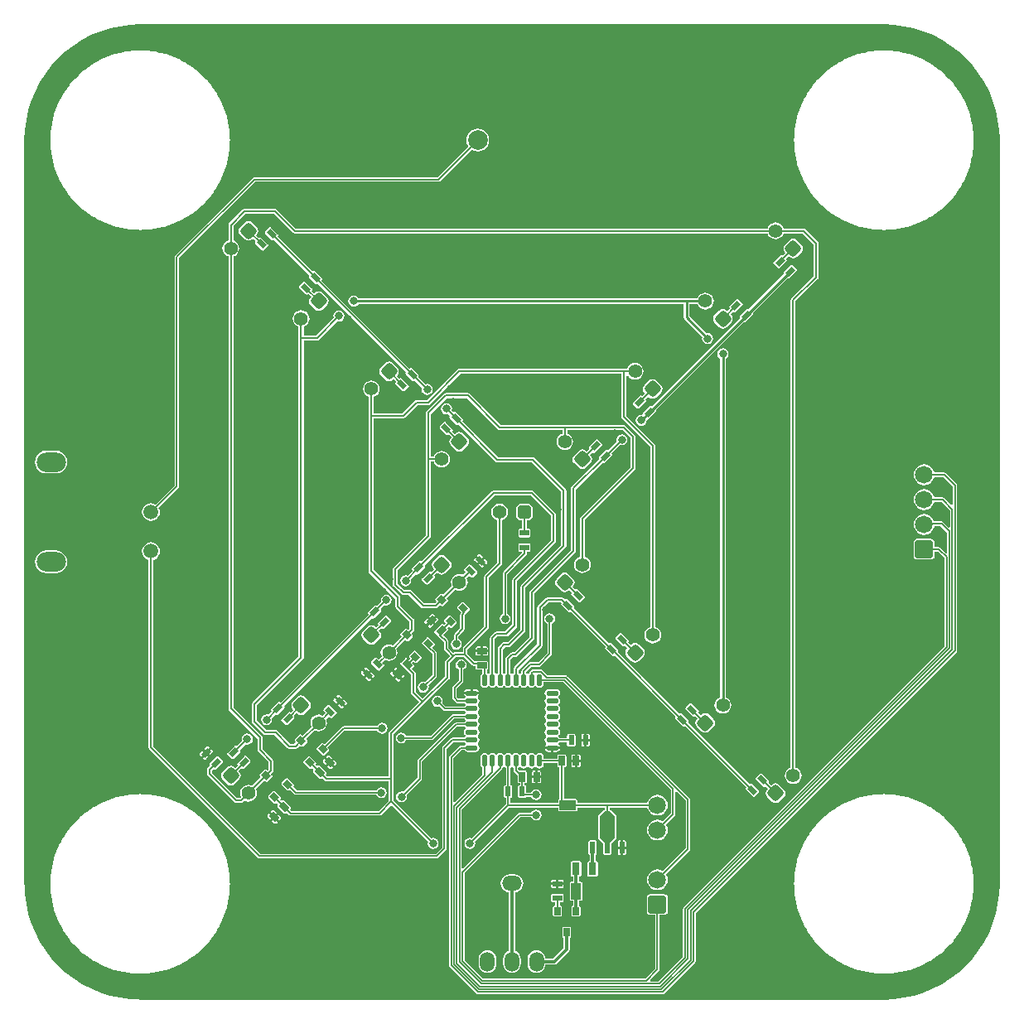
<source format=gbr>
%TF.GenerationSoftware,Altium Limited,Altium Designer,20.1.8 (145)*%
G04 Layer_Physical_Order=2*
G04 Layer_Color=16729670*
%FSLAX45Y45*%
%MOMM*%
%TF.SameCoordinates,71AC3D83-D9DD-4B8C-8FBF-A9C29C1C1930*%
%TF.FilePolarity,Positive*%
%TF.FileFunction,Copper,L2,Bot,Signal*%
%TF.Part,Single*%
G01*
G75*
%TA.AperFunction,Conductor*%
%ADD10C,0.15240*%
%ADD11C,0.12700*%
%ADD12C,0.20320*%
%ADD13C,0.25400*%
%TA.AperFunction,ComponentPad*%
G04:AMPARAMS|DCode=14|XSize=1.8mm|YSize=1.8mm|CornerRadius=0.9mm|HoleSize=0mm|Usage=FLASHONLY|Rotation=90.000|XOffset=0mm|YOffset=0mm|HoleType=Round|Shape=RoundedRectangle|*
%AMROUNDEDRECTD14*
21,1,1.80000,0.00000,0,0,90.0*
21,1,0.00000,1.80000,0,0,90.0*
1,1,1.80000,0.00000,0.00000*
1,1,1.80000,0.00000,0.00000*
1,1,1.80000,0.00000,0.00000*
1,1,1.80000,0.00000,0.00000*
%
%ADD14ROUNDEDRECTD14*%
G04:AMPARAMS|DCode=15|XSize=1.8mm|YSize=1.8mm|CornerRadius=0.18mm|HoleSize=0mm|Usage=FLASHONLY|Rotation=90.000|XOffset=0mm|YOffset=0mm|HoleType=Round|Shape=RoundedRectangle|*
%AMROUNDEDRECTD15*
21,1,1.80000,1.44000,0,0,90.0*
21,1,1.44000,1.80000,0,0,90.0*
1,1,0.36000,0.72000,0.72000*
1,1,0.36000,0.72000,-0.72000*
1,1,0.36000,-0.72000,-0.72000*
1,1,0.36000,-0.72000,0.72000*
%
%ADD15ROUNDEDRECTD15*%
%ADD16O,2.00000X1.50000*%
%ADD17C,2.00000*%
G04:AMPARAMS|DCode=18|XSize=1.5mm|YSize=2mm|CornerRadius=0.75mm|HoleSize=0mm|Usage=FLASHONLY|Rotation=180.000|XOffset=0mm|YOffset=0mm|HoleType=Round|Shape=RoundedRectangle|*
%AMROUNDEDRECTD18*
21,1,1.50000,0.50000,0,0,180.0*
21,1,0.00000,2.00000,0,0,180.0*
1,1,1.50000,0.00000,0.25000*
1,1,1.50000,0.00000,0.25000*
1,1,1.50000,0.00000,-0.25000*
1,1,1.50000,0.00000,-0.25000*
%
%ADD18ROUNDEDRECTD18*%
%ADD19O,3.00000X2.00000*%
%ADD20C,1.50000*%
%TA.AperFunction,ViaPad*%
%ADD21C,5.00000*%
%TA.AperFunction,ComponentPad*%
%ADD22C,1.40000*%
G04:AMPARAMS|DCode=23|XSize=1.4mm|YSize=1.4mm|CornerRadius=0.35mm|HoleSize=0mm|Usage=FLASHONLY|Rotation=315.000|XOffset=0mm|YOffset=0mm|HoleType=Round|Shape=RoundedRectangle|*
%AMROUNDEDRECTD23*
21,1,1.40000,0.70000,0,0,315.0*
21,1,0.70000,1.40000,0,0,315.0*
1,1,0.70000,0.00000,-0.49498*
1,1,0.70000,-0.49498,0.00000*
1,1,0.70000,0.00000,0.49498*
1,1,0.70000,0.49498,0.00000*
%
%ADD23ROUNDEDRECTD23*%
G04:AMPARAMS|DCode=24|XSize=1.4mm|YSize=1.4mm|CornerRadius=0.35mm|HoleSize=0mm|Usage=FLASHONLY|Rotation=90.000|XOffset=0mm|YOffset=0mm|HoleType=Round|Shape=RoundedRectangle|*
%AMROUNDEDRECTD24*
21,1,1.40000,0.70000,0,0,90.0*
21,1,0.70000,1.40000,0,0,90.0*
1,1,0.70000,0.35000,0.35000*
1,1,0.70000,0.35000,-0.35000*
1,1,0.70000,-0.35000,-0.35000*
1,1,0.70000,-0.35000,0.35000*
%
%ADD24ROUNDEDRECTD24*%
G04:AMPARAMS|DCode=25|XSize=1.4mm|YSize=1.4mm|CornerRadius=0.35mm|HoleSize=0mm|Usage=FLASHONLY|Rotation=45.000|XOffset=0mm|YOffset=0mm|HoleType=Round|Shape=RoundedRectangle|*
%AMROUNDEDRECTD25*
21,1,1.40000,0.70000,0,0,45.0*
21,1,0.70000,1.40000,0,0,45.0*
1,1,0.70000,0.49498,0.00000*
1,1,0.70000,0.00000,-0.49498*
1,1,0.70000,-0.49498,0.00000*
1,1,0.70000,0.00000,0.49498*
%
%ADD25ROUNDEDRECTD25*%
%TA.AperFunction,ViaPad*%
%ADD26C,0.80000*%
%TA.AperFunction,SMDPad,CuDef*%
G04:AMPARAMS|DCode=27|XSize=1.27mm|YSize=0.76mm|CornerRadius=0.0038mm|HoleSize=0mm|Usage=FLASHONLY|Rotation=270.000|XOffset=0mm|YOffset=0mm|HoleType=Round|Shape=RoundedRectangle|*
%AMROUNDEDRECTD27*
21,1,1.27000,0.75240,0,0,270.0*
21,1,1.26240,0.76000,0,0,270.0*
1,1,0.00760,-0.37620,-0.63120*
1,1,0.00760,-0.37620,0.63120*
1,1,0.00760,0.37620,0.63120*
1,1,0.00760,0.37620,-0.63120*
%
%ADD27ROUNDEDRECTD27*%
G04:AMPARAMS|DCode=28|XSize=0.6mm|YSize=0.8mm|CornerRadius=0.003mm|HoleSize=0mm|Usage=FLASHONLY|Rotation=180.000|XOffset=0mm|YOffset=0mm|HoleType=Round|Shape=RoundedRectangle|*
%AMROUNDEDRECTD28*
21,1,0.60000,0.79400,0,0,180.0*
21,1,0.59400,0.80000,0,0,180.0*
1,1,0.00600,-0.29700,0.39700*
1,1,0.00600,0.29700,0.39700*
1,1,0.00600,0.29700,-0.39700*
1,1,0.00600,-0.29700,-0.39700*
%
%ADD28ROUNDEDRECTD28*%
G04:AMPARAMS|DCode=29|XSize=0.95mm|YSize=0.55mm|CornerRadius=0.00275mm|HoleSize=0mm|Usage=FLASHONLY|Rotation=180.000|XOffset=0mm|YOffset=0mm|HoleType=Round|Shape=RoundedRectangle|*
%AMROUNDEDRECTD29*
21,1,0.95000,0.54450,0,0,180.0*
21,1,0.94450,0.55000,0,0,180.0*
1,1,0.00550,-0.47225,0.27225*
1,1,0.00550,0.47225,0.27225*
1,1,0.00550,0.47225,-0.27225*
1,1,0.00550,-0.47225,-0.27225*
%
%ADD29ROUNDEDRECTD29*%
G04:AMPARAMS|DCode=30|XSize=1.65mm|YSize=0.95mm|CornerRadius=0.00475mm|HoleSize=0mm|Usage=FLASHONLY|Rotation=90.000|XOffset=0mm|YOffset=0mm|HoleType=Round|Shape=RoundedRectangle|*
%AMROUNDEDRECTD30*
21,1,1.65000,0.94050,0,0,90.0*
21,1,1.64050,0.95000,0,0,90.0*
1,1,0.00950,0.47025,0.82025*
1,1,0.00950,0.47025,-0.82025*
1,1,0.00950,-0.47025,-0.82025*
1,1,0.00950,-0.47025,0.82025*
%
%ADD30ROUNDEDRECTD30*%
G04:AMPARAMS|DCode=31|XSize=0.5mm|YSize=1.2mm|CornerRadius=0.0025mm|HoleSize=0mm|Usage=FLASHONLY|Rotation=0.000|XOffset=0mm|YOffset=0mm|HoleType=Round|Shape=RoundedRectangle|*
%AMROUNDEDRECTD31*
21,1,0.50000,1.19500,0,0,0.0*
21,1,0.49500,1.20000,0,0,0.0*
1,1,0.00500,0.24750,-0.59750*
1,1,0.00500,-0.24750,-0.59750*
1,1,0.00500,-0.24750,0.59750*
1,1,0.00500,0.24750,0.59750*
%
%ADD31ROUNDEDRECTD31*%
G04:AMPARAMS|DCode=32|XSize=0.95mm|YSize=0.6mm|CornerRadius=0.003mm|HoleSize=0mm|Usage=FLASHONLY|Rotation=225.000|XOffset=0mm|YOffset=0mm|HoleType=Round|Shape=RoundedRectangle|*
%AMROUNDEDRECTD32*
21,1,0.95000,0.59400,0,0,225.0*
21,1,0.94400,0.60000,0,0,225.0*
1,1,0.00600,-0.54377,-0.12374*
1,1,0.00600,0.12374,0.54377*
1,1,0.00600,0.54377,0.12374*
1,1,0.00600,-0.12374,-0.54377*
%
%ADD32ROUNDEDRECTD32*%
G04:AMPARAMS|DCode=33|XSize=0.95mm|YSize=0.6mm|CornerRadius=0.003mm|HoleSize=0mm|Usage=FLASHONLY|Rotation=315.000|XOffset=0mm|YOffset=0mm|HoleType=Round|Shape=RoundedRectangle|*
%AMROUNDEDRECTD33*
21,1,0.95000,0.59400,0,0,315.0*
21,1,0.94400,0.60000,0,0,315.0*
1,1,0.00600,0.12374,-0.54377*
1,1,0.00600,-0.54377,0.12374*
1,1,0.00600,-0.12374,0.54377*
1,1,0.00600,0.54377,-0.12374*
%
%ADD33ROUNDEDRECTD33*%
G04:AMPARAMS|DCode=34|XSize=0.95mm|YSize=0.55mm|CornerRadius=0.00275mm|HoleSize=0mm|Usage=FLASHONLY|Rotation=45.000|XOffset=0mm|YOffset=0mm|HoleType=Round|Shape=RoundedRectangle|*
%AMROUNDEDRECTD34*
21,1,0.95000,0.54450,0,0,45.0*
21,1,0.94450,0.55000,0,0,45.0*
1,1,0.00550,0.52644,0.14142*
1,1,0.00550,-0.14142,-0.52644*
1,1,0.00550,-0.52644,-0.14142*
1,1,0.00550,0.14142,0.52644*
%
%ADD34ROUNDEDRECTD34*%
G04:AMPARAMS|DCode=35|XSize=0.6mm|YSize=0.8mm|CornerRadius=0.003mm|HoleSize=0mm|Usage=FLASHONLY|Rotation=45.000|XOffset=0mm|YOffset=0mm|HoleType=Round|Shape=RoundedRectangle|*
%AMROUNDEDRECTD35*
21,1,0.60000,0.79400,0,0,45.0*
21,1,0.59400,0.80000,0,0,45.0*
1,1,0.00600,0.49073,-0.07071*
1,1,0.00600,0.07071,-0.49073*
1,1,0.00600,-0.49073,0.07071*
1,1,0.00600,-0.07071,0.49073*
%
%ADD35ROUNDEDRECTD35*%
G04:AMPARAMS|DCode=36|XSize=0.95mm|YSize=0.6mm|CornerRadius=0.003mm|HoleSize=0mm|Usage=FLASHONLY|Rotation=180.000|XOffset=0mm|YOffset=0mm|HoleType=Round|Shape=RoundedRectangle|*
%AMROUNDEDRECTD36*
21,1,0.95000,0.59400,0,0,180.0*
21,1,0.94400,0.60000,0,0,180.0*
1,1,0.00600,-0.47200,0.29700*
1,1,0.00600,0.47200,0.29700*
1,1,0.00600,0.47200,-0.29700*
1,1,0.00600,-0.47200,-0.29700*
%
%ADD36ROUNDEDRECTD36*%
G04:AMPARAMS|DCode=37|XSize=0.95mm|YSize=0.6mm|CornerRadius=0.003mm|HoleSize=0mm|Usage=FLASHONLY|Rotation=90.000|XOffset=0mm|YOffset=0mm|HoleType=Round|Shape=RoundedRectangle|*
%AMROUNDEDRECTD37*
21,1,0.95000,0.59400,0,0,90.0*
21,1,0.94400,0.60000,0,0,90.0*
1,1,0.00600,0.29700,0.47200*
1,1,0.00600,0.29700,-0.47200*
1,1,0.00600,-0.29700,-0.47200*
1,1,0.00600,-0.29700,0.47200*
%
%ADD37ROUNDEDRECTD37*%
%ADD38O,0.50000X1.25000*%
%ADD39O,1.25000X0.50000*%
G04:AMPARAMS|DCode=40|XSize=0.95mm|YSize=0.55mm|CornerRadius=0.00275mm|HoleSize=0mm|Usage=FLASHONLY|Rotation=90.000|XOffset=0mm|YOffset=0mm|HoleType=Round|Shape=RoundedRectangle|*
%AMROUNDEDRECTD40*
21,1,0.95000,0.54450,0,0,90.0*
21,1,0.94450,0.55000,0,0,90.0*
1,1,0.00550,0.27225,0.47225*
1,1,0.00550,0.27225,-0.47225*
1,1,0.00550,-0.27225,-0.47225*
1,1,0.00550,-0.27225,0.47225*
%
%ADD40ROUNDEDRECTD40*%
G04:AMPARAMS|DCode=41|XSize=0.95mm|YSize=0.55mm|CornerRadius=0.00275mm|HoleSize=0mm|Usage=FLASHONLY|Rotation=135.000|XOffset=0mm|YOffset=0mm|HoleType=Round|Shape=RoundedRectangle|*
%AMROUNDEDRECTD41*
21,1,0.95000,0.54450,0,0,135.0*
21,1,0.94450,0.55000,0,0,135.0*
1,1,0.00550,-0.14142,0.52644*
1,1,0.00550,0.52644,-0.14142*
1,1,0.00550,0.14142,-0.52644*
1,1,0.00550,-0.52644,0.14142*
%
%ADD41ROUNDEDRECTD41*%
G04:AMPARAMS|DCode=42|XSize=1.65mm|YSize=0.95mm|CornerRadius=0.00475mm|HoleSize=0mm|Usage=FLASHONLY|Rotation=0.000|XOffset=0mm|YOffset=0mm|HoleType=Round|Shape=RoundedRectangle|*
%AMROUNDEDRECTD42*
21,1,1.65000,0.94050,0,0,0.0*
21,1,1.64050,0.95000,0,0,0.0*
1,1,0.00950,0.82025,-0.47025*
1,1,0.00950,-0.82025,-0.47025*
1,1,0.00950,-0.82025,0.47025*
1,1,0.00950,0.82025,0.47025*
%
%ADD42ROUNDEDRECTD42*%
%TA.AperFunction,Conductor*%
%ADD43C,0.30480*%
G36*
X3903135Y4978843D02*
X4005486Y4965369D01*
X4106272Y4943025D01*
X4204728Y4911982D01*
X4300104Y4872476D01*
X4391673Y4824808D01*
X4478740Y4769340D01*
X4560640Y4706496D01*
X4636752Y4636752D01*
X4706496Y4560640D01*
X4769340Y4478740D01*
X4824808Y4391673D01*
X4872476Y4300104D01*
X4911982Y4204728D01*
X4943025Y4106272D01*
X4965369Y4005486D01*
X4978843Y3903135D01*
X4982684Y3815158D01*
X4983166Y3800000D01*
X4983166Y3800000D01*
X4983167Y3784969D01*
X4983165Y-3800000D01*
X4983313Y-3800749D01*
X4978843Y-3903135D01*
X4965369Y-4005486D01*
X4943025Y-4106272D01*
X4911982Y-4204728D01*
X4872476Y-4300104D01*
X4824808Y-4391673D01*
X4769340Y-4478740D01*
X4706496Y-4560640D01*
X4636752Y-4636752D01*
X4560640Y-4706496D01*
X4478740Y-4769340D01*
X4391673Y-4824808D01*
X4300104Y-4872476D01*
X4204728Y-4911982D01*
X4106272Y-4943025D01*
X4005486Y-4965369D01*
X3903135Y-4978843D01*
X3800740Y-4983314D01*
X3800000Y-4983167D01*
X-3784773Y-4983167D01*
X-3800000Y-4983166D01*
X-3815042Y-4982689D01*
X-3903135Y-4978843D01*
X-4005486Y-4965369D01*
X-4106272Y-4943025D01*
X-4204728Y-4911982D01*
X-4300104Y-4872476D01*
X-4391673Y-4824808D01*
X-4478740Y-4769340D01*
X-4560640Y-4706496D01*
X-4636752Y-4636752D01*
X-4706496Y-4560640D01*
X-4769340Y-4478740D01*
X-4824808Y-4391673D01*
X-4872476Y-4300104D01*
X-4911982Y-4204728D01*
X-4943025Y-4106272D01*
X-4965369Y-4005486D01*
X-4978843Y-3903135D01*
X-4982689Y-3815042D01*
X-4983166Y-3800000D01*
X-4983167D01*
X-4983169Y-3799990D01*
X-4983166Y3800000D01*
X-4983314Y3800741D01*
X-4978843Y3903135D01*
X-4965369Y4005486D01*
X-4943025Y4106272D01*
X-4911982Y4204728D01*
X-4872476Y4300104D01*
X-4824808Y4391673D01*
X-4769340Y4478740D01*
X-4706496Y4560640D01*
X-4636752Y4636752D01*
X-4560640Y4706496D01*
X-4478740Y4769340D01*
X-4391673Y4824808D01*
X-4300104Y4872476D01*
X-4204728Y4911982D01*
X-4106272Y4943025D01*
X-4005486Y4965369D01*
X-3903135Y4978843D01*
X-3800743Y4983314D01*
X-3800000Y4983166D01*
X3800000Y4983167D01*
X3800740Y4983314D01*
X3903135Y4978843D01*
D02*
G37*
%LPC*%
G36*
X3800000Y4717615D02*
X3777209Y4716496D01*
X3755786D01*
X3754991Y4716167D01*
X3754169Y4716416D01*
X3732850Y4714316D01*
X3710058Y4713197D01*
X3687486Y4709849D01*
X3666166Y4707749D01*
X3665408Y4707344D01*
X3664565Y4707511D01*
X3643555Y4703332D01*
X3620982Y4699984D01*
X3598844Y4694438D01*
X3577836Y4690260D01*
X3577121Y4689782D01*
X3576266Y4689866D01*
X3555765Y4683648D01*
X3533630Y4678103D01*
X3512147Y4670416D01*
X3491645Y4664197D01*
X3490980Y4663652D01*
X3490121D01*
X3470332Y4655455D01*
X3448844Y4647766D01*
X3428211Y4638008D01*
X3408424Y4629811D01*
X3407816Y4629204D01*
X3406960Y4629120D01*
X3388068Y4619021D01*
X3367439Y4609265D01*
X3347867Y4597534D01*
X3328974Y4587435D01*
X3328428Y4586770D01*
X3327585Y4586602D01*
X3309771Y4574700D01*
X3290200Y4562969D01*
X3271874Y4549378D01*
X3254059Y4537474D01*
X3253582Y4536759D01*
X3252759Y4536510D01*
X3236199Y4522919D01*
X3217871Y4509326D01*
X3200962Y4494001D01*
X3184403Y4480411D01*
X3183998Y4479653D01*
X3183204Y4479325D01*
X3168056Y4464176D01*
X3151148Y4448852D01*
X3135822Y4431943D01*
X3120675Y4416796D01*
X3120347Y4416002D01*
X3119588Y4415597D01*
X3105998Y4399037D01*
X3090674Y4382129D01*
X3077081Y4363802D01*
X3063490Y4347241D01*
X3063241Y4346418D01*
X3062525Y4345941D01*
X3050622Y4328125D01*
X3037031Y4309800D01*
X3025301Y4290230D01*
X3013397Y4272415D01*
X3013230Y4271572D01*
X3012565Y4271026D01*
X3002465Y4252131D01*
X2990735Y4232561D01*
X2980979Y4211934D01*
X2970880Y4193039D01*
X2970796Y4192184D01*
X2970188Y4191576D01*
X2961991Y4171786D01*
X2952234Y4151156D01*
X2944546Y4129671D01*
X2936348Y4109879D01*
Y4109019D01*
X2935803Y4108355D01*
X2929584Y4087854D01*
X2921897Y4066370D01*
X2916353Y4044237D01*
X2910133Y4023734D01*
X2910218Y4022878D01*
X2909740Y4022164D01*
X2905561Y4001152D01*
X2900016Y3979018D01*
X2896669Y3956449D01*
X2892488Y3935435D01*
X2892656Y3934592D01*
X2892251Y3933833D01*
X2890151Y3912512D01*
X2886803Y3889942D01*
X2885684Y3867151D01*
X2883584Y3845831D01*
X2883833Y3845008D01*
X2883504Y3844214D01*
Y3822791D01*
X2882385Y3800000D01*
X2883504Y3777209D01*
Y3755786D01*
X2883833Y3754991D01*
X2883584Y3754169D01*
X2885684Y3732848D01*
X2886803Y3710058D01*
X2890151Y3687489D01*
X2892251Y3666166D01*
X2892656Y3665408D01*
X2892488Y3664565D01*
X2896669Y3643550D01*
X2900016Y3620982D01*
X2905560Y3598849D01*
X2909740Y3577836D01*
X2910218Y3577121D01*
X2910133Y3576266D01*
X2916354Y3555760D01*
X2921897Y3533630D01*
X2929582Y3512151D01*
X2935803Y3491645D01*
X2936348Y3490980D01*
Y3490121D01*
X2944547Y3470327D01*
X2952234Y3448844D01*
X2961990Y3428215D01*
X2970188Y3408424D01*
X2970796Y3407816D01*
X2970880Y3406960D01*
X2980981Y3388064D01*
X2990735Y3367439D01*
X3002464Y3347871D01*
X3012565Y3328974D01*
X3013230Y3328428D01*
X3013397Y3327585D01*
X3025303Y3309767D01*
X3037031Y3290200D01*
X3050620Y3271878D01*
X3062525Y3254059D01*
X3063241Y3253582D01*
X3063490Y3252759D01*
X3077083Y3236195D01*
X3090674Y3217871D01*
X3105996Y3200965D01*
X3119588Y3184403D01*
X3120346Y3183998D01*
X3120675Y3183204D01*
X3135826Y3168053D01*
X3151148Y3151148D01*
X3168054Y3135825D01*
X3183204Y3120675D01*
X3183998Y3120347D01*
X3184403Y3119588D01*
X3200965Y3105996D01*
X3217871Y3090674D01*
X3236195Y3077083D01*
X3252759Y3063490D01*
X3253582Y3063241D01*
X3254059Y3062525D01*
X3271878Y3050620D01*
X3290200Y3037031D01*
X3309767Y3025303D01*
X3327585Y3013397D01*
X3328428Y3013230D01*
X3328974Y3012565D01*
X3347871Y3002464D01*
X3367439Y2990735D01*
X3388064Y2980981D01*
X3406960Y2970880D01*
X3407816Y2970796D01*
X3408424Y2970188D01*
X3428215Y2961990D01*
X3448844Y2952234D01*
X3470327Y2944547D01*
X3490121Y2936348D01*
X3490981D01*
X3491645Y2935803D01*
X3512148Y2929583D01*
X3533630Y2921897D01*
X3555761Y2916353D01*
X3576266Y2910133D01*
X3577121Y2910218D01*
X3577836Y2909740D01*
X3598849Y2905560D01*
X3620982Y2900016D01*
X3643550Y2896669D01*
X3664565Y2892488D01*
X3665408Y2892656D01*
X3666166Y2892251D01*
X3687489Y2890151D01*
X3710058Y2886803D01*
X3732849Y2885684D01*
X3754169Y2883584D01*
X3754991Y2883833D01*
X3755786Y2883504D01*
X3777209D01*
X3800000Y2882385D01*
X3822791Y2883504D01*
X3844214D01*
X3845008Y2883833D01*
X3845831Y2883584D01*
X3867151Y2885684D01*
X3889942Y2886803D01*
X3912512Y2890151D01*
X3933833Y2892251D01*
X3934592Y2892656D01*
X3935435Y2892488D01*
X3956449Y2896669D01*
X3979018Y2900016D01*
X4001152Y2905561D01*
X4022164Y2909740D01*
X4022878Y2910218D01*
X4023734Y2910133D01*
X4044238Y2916353D01*
X4066370Y2921897D01*
X4087850Y2929583D01*
X4108355Y2935803D01*
X4109019Y2936348D01*
X4109879D01*
X4129671Y2944546D01*
X4151156Y2952234D01*
X4171786Y2961991D01*
X4191576Y2970188D01*
X4192184Y2970796D01*
X4193039Y2970880D01*
X4211934Y2980979D01*
X4232561Y2990735D01*
X4252131Y3002465D01*
X4271026Y3012565D01*
X4271572Y3013230D01*
X4272415Y3013397D01*
X4290230Y3025301D01*
X4309800Y3037031D01*
X4328125Y3050622D01*
X4345941Y3062525D01*
X4346418Y3063241D01*
X4347241Y3063490D01*
X4363802Y3077081D01*
X4382129Y3090674D01*
X4399037Y3105998D01*
X4415597Y3119588D01*
X4416002Y3120346D01*
X4416796Y3120675D01*
X4431944Y3135824D01*
X4448852Y3151148D01*
X4464178Y3168057D01*
X4479324Y3183204D01*
X4479653Y3183998D01*
X4480411Y3184403D01*
X4494001Y3200962D01*
X4509326Y3217871D01*
X4522919Y3236199D01*
X4536510Y3252759D01*
X4536759Y3253582D01*
X4537474Y3254059D01*
X4549378Y3271874D01*
X4562969Y3290200D01*
X4574700Y3309771D01*
X4586602Y3327585D01*
X4586770Y3328428D01*
X4587435Y3328974D01*
X4597534Y3347867D01*
X4609265Y3367439D01*
X4619021Y3388068D01*
X4629120Y3406960D01*
X4629204Y3407816D01*
X4629811Y3408424D01*
X4638008Y3428211D01*
X4647766Y3448844D01*
X4655455Y3470332D01*
X4663652Y3490121D01*
Y3490981D01*
X4664197Y3491645D01*
X4670415Y3512143D01*
X4678103Y3533630D01*
X4683648Y3555766D01*
X4689866Y3576266D01*
X4689782Y3577121D01*
X4690260Y3577836D01*
X4694438Y3598844D01*
X4699984Y3620982D01*
X4703332Y3643555D01*
X4707511Y3664565D01*
X4707344Y3665408D01*
X4707749Y3666166D01*
X4709849Y3687485D01*
X4713197Y3710058D01*
X4714316Y3732850D01*
X4716416Y3754169D01*
X4716167Y3754991D01*
X4716496Y3755786D01*
Y3777209D01*
X4717615Y3800000D01*
X4716496Y3822791D01*
Y3844214D01*
X4716167Y3845008D01*
X4716416Y3845831D01*
X4714316Y3867150D01*
X4713197Y3889942D01*
X4709849Y3912515D01*
X4707749Y3933834D01*
X4707344Y3934592D01*
X4707511Y3935435D01*
X4703332Y3956444D01*
X4699984Y3979018D01*
X4694438Y4001157D01*
X4690260Y4022164D01*
X4689782Y4022878D01*
X4689866Y4023734D01*
X4683648Y4044233D01*
X4678103Y4066370D01*
X4670416Y4087855D01*
X4664197Y4108355D01*
X4663652Y4109019D01*
Y4109879D01*
X4655456Y4129666D01*
X4647766Y4151156D01*
X4638007Y4171791D01*
X4629811Y4191576D01*
X4629204Y4192184D01*
X4629120Y4193039D01*
X4619023Y4211930D01*
X4609265Y4232561D01*
X4597532Y4252135D01*
X4587435Y4271026D01*
X4586770Y4271572D01*
X4586602Y4272415D01*
X4574701Y4290226D01*
X4562969Y4309800D01*
X4549376Y4328128D01*
X4537474Y4345941D01*
X4536759Y4346418D01*
X4536510Y4347241D01*
X4522921Y4363799D01*
X4509326Y4382129D01*
X4493999Y4399040D01*
X4480411Y4415597D01*
X4479653Y4416002D01*
X4479325Y4416796D01*
X4464179Y4431942D01*
X4448852Y4448852D01*
X4431940Y4464180D01*
X4416796Y4479324D01*
X4416002Y4479653D01*
X4415597Y4480411D01*
X4399040Y4493999D01*
X4382129Y4509326D01*
X4363799Y4522921D01*
X4347241Y4536510D01*
X4346418Y4536759D01*
X4345941Y4537474D01*
X4328128Y4549376D01*
X4309800Y4562969D01*
X4290226Y4574701D01*
X4272415Y4586602D01*
X4271572Y4586770D01*
X4271026Y4587435D01*
X4252135Y4597532D01*
X4232561Y4609265D01*
X4211930Y4619023D01*
X4193039Y4629120D01*
X4192184Y4629204D01*
X4191576Y4629811D01*
X4171791Y4638007D01*
X4151156Y4647766D01*
X4129666Y4655456D01*
X4109879Y4663652D01*
X4109019D01*
X4108355Y4664197D01*
X4087858Y4670414D01*
X4066370Y4678103D01*
X4044232Y4683648D01*
X4023734Y4689866D01*
X4022878Y4689782D01*
X4022164Y4690260D01*
X4001157Y4694438D01*
X3979018Y4699984D01*
X3956444Y4703332D01*
X3935435Y4707511D01*
X3934592Y4707344D01*
X3933833Y4707749D01*
X3912515Y4709848D01*
X3889942Y4713197D01*
X3867150Y4714316D01*
X3845831Y4716416D01*
X3845008Y4716167D01*
X3844214Y4716496D01*
X3822791D01*
X3800000Y4717615D01*
D02*
G37*
G36*
X-3800000D02*
X-3822791Y4716496D01*
X-3844214D01*
X-3845009Y4716167D01*
X-3845831Y4716416D01*
X-3867151Y4714316D01*
X-3889942Y4713197D01*
X-3912514Y4709849D01*
X-3933834Y4707749D01*
X-3934592Y4707344D01*
X-3935435Y4707511D01*
X-3956445Y4703332D01*
X-3979018Y4699984D01*
X-4001156Y4694438D01*
X-4022164Y4690260D01*
X-4022879Y4689782D01*
X-4023734Y4689866D01*
X-4044235Y4683648D01*
X-4066370Y4678103D01*
X-4087853Y4670416D01*
X-4108355Y4664197D01*
X-4109020Y4663652D01*
X-4109879D01*
X-4129668Y4655455D01*
X-4151156Y4647766D01*
X-4171789Y4638008D01*
X-4191576Y4629811D01*
X-4192184Y4629204D01*
X-4193040Y4629120D01*
X-4211932Y4619021D01*
X-4232561Y4609265D01*
X-4252133Y4597534D01*
X-4271027Y4587435D01*
X-4271572Y4586770D01*
X-4272415Y4586602D01*
X-4290229Y4574700D01*
X-4309800Y4562969D01*
X-4328126Y4549378D01*
X-4345941Y4537474D01*
X-4346419Y4536759D01*
X-4347241Y4536510D01*
X-4363801Y4522919D01*
X-4382129Y4509326D01*
X-4399038Y4494001D01*
X-4415597Y4480411D01*
X-4416002Y4479653D01*
X-4416796Y4479325D01*
X-4431944Y4464176D01*
X-4448852Y4448852D01*
X-4464178Y4431943D01*
X-4479325Y4416796D01*
X-4479653Y4416002D01*
X-4480412Y4415597D01*
X-4494002Y4399037D01*
X-4509326Y4382129D01*
X-4522919Y4363802D01*
X-4536510Y4347241D01*
X-4536760Y4346418D01*
X-4537475Y4345941D01*
X-4549379Y4328125D01*
X-4562969Y4309800D01*
X-4574699Y4290230D01*
X-4586603Y4272415D01*
X-4586770Y4271572D01*
X-4587435Y4271026D01*
X-4597535Y4252131D01*
X-4609265Y4232561D01*
X-4619021Y4211934D01*
X-4629120Y4193039D01*
X-4629204Y4192184D01*
X-4629812Y4191576D01*
X-4638009Y4171786D01*
X-4647766Y4151156D01*
X-4655454Y4129671D01*
X-4663652Y4109879D01*
Y4109019D01*
X-4664197Y4108355D01*
X-4670416Y4087854D01*
X-4678103Y4066370D01*
X-4683647Y4044237D01*
X-4689867Y4023734D01*
X-4689782Y4022878D01*
X-4690260Y4022164D01*
X-4694439Y4001152D01*
X-4699984Y3979018D01*
X-4703331Y3956449D01*
X-4707512Y3935435D01*
X-4707344Y3934592D01*
X-4707749Y3933833D01*
X-4709849Y3912512D01*
X-4713197Y3889942D01*
X-4714316Y3867151D01*
X-4716416Y3845831D01*
X-4716167Y3845008D01*
X-4716496Y3844214D01*
Y3822791D01*
X-4717615Y3800000D01*
X-4716496Y3777209D01*
Y3755786D01*
X-4716167Y3754991D01*
X-4716416Y3754169D01*
X-4714316Y3732848D01*
X-4713197Y3710058D01*
X-4709849Y3687489D01*
X-4707749Y3666166D01*
X-4707344Y3665408D01*
X-4707512Y3664565D01*
X-4703331Y3643550D01*
X-4699984Y3620982D01*
X-4694440Y3598849D01*
X-4690260Y3577836D01*
X-4689782Y3577121D01*
X-4689867Y3576266D01*
X-4683646Y3555760D01*
X-4678103Y3533630D01*
X-4670418Y3512151D01*
X-4664197Y3491645D01*
X-4663652Y3490980D01*
Y3490121D01*
X-4655453Y3470327D01*
X-4647766Y3448844D01*
X-4638010Y3428215D01*
X-4629812Y3408424D01*
X-4629204Y3407816D01*
X-4629120Y3406960D01*
X-4619019Y3388064D01*
X-4609265Y3367439D01*
X-4597536Y3347871D01*
X-4587435Y3328974D01*
X-4586770Y3328428D01*
X-4586603Y3327585D01*
X-4574697Y3309767D01*
X-4562969Y3290200D01*
X-4549380Y3271878D01*
X-4537475Y3254059D01*
X-4536760Y3253582D01*
X-4536510Y3252759D01*
X-4522917Y3236195D01*
X-4509326Y3217871D01*
X-4494004Y3200965D01*
X-4480412Y3184403D01*
X-4479654Y3183998D01*
X-4479325Y3183204D01*
X-4464174Y3168053D01*
X-4448852Y3151148D01*
X-4431946Y3135825D01*
X-4416796Y3120675D01*
X-4416002Y3120347D01*
X-4415597Y3119588D01*
X-4399035Y3105996D01*
X-4382129Y3090674D01*
X-4363805Y3077083D01*
X-4347241Y3063490D01*
X-4346419Y3063241D01*
X-4345941Y3062525D01*
X-4328122Y3050620D01*
X-4309800Y3037031D01*
X-4290233Y3025303D01*
X-4272415Y3013397D01*
X-4271572Y3013230D01*
X-4271027Y3012565D01*
X-4252129Y3002464D01*
X-4232561Y2990735D01*
X-4211936Y2980981D01*
X-4193040Y2970880D01*
X-4192184Y2970796D01*
X-4191576Y2970188D01*
X-4171785Y2961990D01*
X-4151156Y2952234D01*
X-4129673Y2944547D01*
X-4109879Y2936348D01*
X-4109019D01*
X-4108355Y2935803D01*
X-4087852Y2929583D01*
X-4066370Y2921897D01*
X-4044239Y2916353D01*
X-4023734Y2910133D01*
X-4022879Y2910218D01*
X-4022164Y2909740D01*
X-4001151Y2905560D01*
X-3979018Y2900016D01*
X-3956450Y2896669D01*
X-3935435Y2892488D01*
X-3934592Y2892656D01*
X-3933834Y2892251D01*
X-3912511Y2890151D01*
X-3889942Y2886803D01*
X-3867151Y2885684D01*
X-3845831Y2883584D01*
X-3845009Y2883833D01*
X-3844214Y2883504D01*
X-3822791D01*
X-3800000Y2882385D01*
X-3777209Y2883504D01*
X-3755786D01*
X-3754992Y2883833D01*
X-3754169Y2883584D01*
X-3732849Y2885684D01*
X-3710058Y2886803D01*
X-3687488Y2890151D01*
X-3666167Y2892251D01*
X-3665408Y2892656D01*
X-3664565Y2892488D01*
X-3643551Y2896669D01*
X-3620982Y2900016D01*
X-3598848Y2905561D01*
X-3577836Y2909740D01*
X-3577122Y2910218D01*
X-3576266Y2910133D01*
X-3555762Y2916353D01*
X-3533630Y2921897D01*
X-3512150Y2929583D01*
X-3491645Y2935803D01*
X-3490981Y2936348D01*
X-3490121D01*
X-3470329Y2944546D01*
X-3448844Y2952234D01*
X-3428214Y2961991D01*
X-3408424Y2970188D01*
X-3407816Y2970796D01*
X-3406961Y2970880D01*
X-3388066Y2980979D01*
X-3367439Y2990735D01*
X-3347869Y3002465D01*
X-3328974Y3012565D01*
X-3328428Y3013230D01*
X-3327585Y3013397D01*
X-3309770Y3025301D01*
X-3290200Y3037031D01*
X-3271875Y3050622D01*
X-3254060Y3062525D01*
X-3253582Y3063241D01*
X-3252759Y3063490D01*
X-3236198Y3077081D01*
X-3217871Y3090674D01*
X-3200963Y3105998D01*
X-3184403Y3119588D01*
X-3183998Y3120346D01*
X-3183204Y3120675D01*
X-3168056Y3135824D01*
X-3151148Y3151148D01*
X-3135822Y3168057D01*
X-3120676Y3183204D01*
X-3120347Y3183998D01*
X-3119589Y3184403D01*
X-3105999Y3200962D01*
X-3090674Y3217871D01*
X-3077081Y3236199D01*
X-3063490Y3252759D01*
X-3063241Y3253582D01*
X-3062526Y3254059D01*
X-3050622Y3271874D01*
X-3037031Y3290200D01*
X-3025300Y3309771D01*
X-3013398Y3327585D01*
X-3013230Y3328428D01*
X-3012565Y3328974D01*
X-3002466Y3347867D01*
X-2990735Y3367439D01*
X-2980979Y3388068D01*
X-2970881Y3406960D01*
X-2970796Y3407816D01*
X-2970189Y3408424D01*
X-2961992Y3428211D01*
X-2952234Y3448844D01*
X-2944545Y3470332D01*
X-2936348Y3490121D01*
Y3490981D01*
X-2935803Y3491645D01*
X-2929585Y3512143D01*
X-2921897Y3533630D01*
X-2916352Y3555766D01*
X-2910134Y3576266D01*
X-2910218Y3577121D01*
X-2909740Y3577836D01*
X-2905562Y3598844D01*
X-2900016Y3620982D01*
X-2896668Y3643555D01*
X-2892489Y3664565D01*
X-2892656Y3665408D01*
X-2892251Y3666166D01*
X-2890151Y3687485D01*
X-2886803Y3710058D01*
X-2885684Y3732850D01*
X-2883584Y3754169D01*
X-2883833Y3754991D01*
X-2883504Y3755786D01*
Y3777209D01*
X-2882385Y3800000D01*
X-2883504Y3822791D01*
Y3844214D01*
X-2883833Y3845008D01*
X-2883584Y3845831D01*
X-2885684Y3867150D01*
X-2886803Y3889942D01*
X-2890151Y3912515D01*
X-2892251Y3933834D01*
X-2892656Y3934592D01*
X-2892489Y3935435D01*
X-2896668Y3956444D01*
X-2900016Y3979018D01*
X-2905562Y4001157D01*
X-2909740Y4022164D01*
X-2910218Y4022878D01*
X-2910134Y4023734D01*
X-2916352Y4044233D01*
X-2921897Y4066370D01*
X-2929584Y4087855D01*
X-2935803Y4108355D01*
X-2936348Y4109019D01*
Y4109879D01*
X-2944545Y4129666D01*
X-2952234Y4151156D01*
X-2961993Y4171791D01*
X-2970189Y4191576D01*
X-2970796Y4192184D01*
X-2970881Y4193039D01*
X-2980978Y4211930D01*
X-2990735Y4232561D01*
X-3002468Y4252135D01*
X-3012565Y4271026D01*
X-3013230Y4271572D01*
X-3013398Y4272415D01*
X-3025299Y4290226D01*
X-3037031Y4309800D01*
X-3050624Y4328128D01*
X-3062526Y4345941D01*
X-3063241Y4346418D01*
X-3063490Y4347241D01*
X-3077079Y4363799D01*
X-3090674Y4382129D01*
X-3106001Y4399040D01*
X-3119589Y4415597D01*
X-3120347Y4416002D01*
X-3120675Y4416796D01*
X-3135821Y4431942D01*
X-3151148Y4448852D01*
X-3168060Y4464180D01*
X-3183204Y4479324D01*
X-3183998Y4479653D01*
X-3184403Y4480411D01*
X-3200960Y4493999D01*
X-3217871Y4509326D01*
X-3236201Y4522921D01*
X-3252759Y4536510D01*
X-3253582Y4536759D01*
X-3254060Y4537474D01*
X-3271872Y4549376D01*
X-3290200Y4562969D01*
X-3309774Y4574701D01*
X-3327585Y4586602D01*
X-3328428Y4586770D01*
X-3328974Y4587435D01*
X-3347865Y4597532D01*
X-3367439Y4609265D01*
X-3388070Y4619023D01*
X-3406961Y4629120D01*
X-3407816Y4629204D01*
X-3408424Y4629811D01*
X-3428209Y4638007D01*
X-3448844Y4647766D01*
X-3470334Y4655456D01*
X-3490121Y4663652D01*
X-3490981D01*
X-3491645Y4664197D01*
X-3512142Y4670414D01*
X-3533630Y4678103D01*
X-3555768Y4683648D01*
X-3576266Y4689866D01*
X-3577122Y4689782D01*
X-3577836Y4690260D01*
X-3598843Y4694438D01*
X-3620982Y4699984D01*
X-3643556Y4703332D01*
X-3664565Y4707511D01*
X-3665408Y4707344D01*
X-3666167Y4707749D01*
X-3687485Y4709848D01*
X-3710058Y4713197D01*
X-3732850Y4714316D01*
X-3754169Y4716416D01*
X-3754992Y4716167D01*
X-3755786Y4716496D01*
X-3777209D01*
X-3800000Y4717615D01*
D02*
G37*
G36*
X-350000Y3916234D02*
X-380084Y3912274D01*
X-408117Y3900662D01*
X-432190Y3882190D01*
X-450662Y3858117D01*
X-462274Y3830084D01*
X-466235Y3800000D01*
X-462274Y3769916D01*
X-450662Y3741883D01*
X-446502Y3736461D01*
X-761082Y3421881D01*
X-2632728D01*
X-2641648Y3420106D01*
X-2649209Y3415054D01*
X-3441649Y2622615D01*
X-3446701Y2615053D01*
X-3448475Y2606133D01*
Y274625D01*
X-3644430Y78671D01*
X-3644629Y78824D01*
X-3666581Y87917D01*
X-3690139Y91019D01*
X-3713696Y87917D01*
X-3735648Y78824D01*
X-3754498Y64360D01*
X-3768963Y45509D01*
X-3778056Y23557D01*
X-3781157Y0D01*
X-3778056Y-23557D01*
X-3768963Y-45509D01*
X-3754498Y-64360D01*
X-3735648Y-78824D01*
X-3713696Y-87917D01*
X-3690139Y-91019D01*
X-3666581Y-87917D01*
X-3644629Y-78824D01*
X-3625779Y-64360D01*
X-3611314Y-45509D01*
X-3602221Y-23557D01*
X-3599120Y0D01*
X-3602221Y23557D01*
X-3611314Y45509D01*
X-3611468Y45709D01*
X-3408687Y248490D01*
X-3403634Y256052D01*
X-3401860Y264971D01*
Y2596479D01*
X-2623074Y3375265D01*
X-751427D01*
X-742508Y3377039D01*
X-734946Y3382092D01*
X-413539Y3703499D01*
X-408117Y3699338D01*
X-380084Y3687726D01*
X-350000Y3683766D01*
X-319916Y3687726D01*
X-291883Y3699338D01*
X-267810Y3717810D01*
X-249338Y3741883D01*
X-237726Y3769916D01*
X-233766Y3800000D01*
X-237726Y3830084D01*
X-249338Y3858117D01*
X-267810Y3882190D01*
X-291883Y3900662D01*
X-319916Y3912274D01*
X-350000Y3916234D01*
D02*
G37*
G36*
X-2694077Y2974403D02*
X-2713680Y2970504D01*
X-2730298Y2959400D01*
X-2779795Y2909903D01*
X-2790899Y2893285D01*
X-2794798Y2873682D01*
X-2790899Y2854079D01*
X-2779795Y2837461D01*
X-2730298Y2787963D01*
X-2713680Y2776859D01*
X-2694077Y2772960D01*
X-2674474Y2776859D01*
X-2657856Y2787963D01*
X-2649588Y2796231D01*
X-2620433Y2767076D01*
X-2623203Y2764306D01*
X-2626632Y2759174D01*
X-2627836Y2753120D01*
X-2626632Y2747067D01*
X-2623203Y2741935D01*
X-2556417Y2675148D01*
X-2551284Y2671719D01*
X-2545231Y2670515D01*
X-2539177Y2671719D01*
X-2534045Y2675148D01*
X-2495543Y2713650D01*
X-2492114Y2718782D01*
X-2490910Y2724836D01*
X-2492114Y2730889D01*
X-2495543Y2736021D01*
X-2562330Y2802808D01*
X-2567462Y2806237D01*
X-2573515Y2807441D01*
X-2579569Y2806237D01*
X-2584701Y2802808D01*
X-2587471Y2800038D01*
X-2616626Y2829193D01*
X-2608359Y2837461D01*
X-2597254Y2854079D01*
X-2593355Y2873682D01*
X-2597254Y2893285D01*
X-2608359Y2909903D01*
X-2657856Y2959400D01*
X-2674474Y2970504D01*
X-2694077Y2974403D01*
D02*
G37*
G36*
X2873682Y2794798D02*
X2854079Y2790899D01*
X2837461Y2779795D01*
X2787963Y2730298D01*
X2776859Y2713680D01*
X2772960Y2694077D01*
X2776859Y2674474D01*
X2787963Y2657856D01*
X2796231Y2649588D01*
X2767076Y2620433D01*
X2764306Y2623203D01*
X2759174Y2626632D01*
X2753120Y2627836D01*
X2747067Y2626632D01*
X2741935Y2623203D01*
X2675148Y2556417D01*
X2671719Y2551284D01*
X2670515Y2545231D01*
X2671719Y2539177D01*
X2675148Y2534045D01*
X2713650Y2495543D01*
X2718782Y2492114D01*
X2724836Y2490910D01*
X2730889Y2492114D01*
X2736021Y2495543D01*
X2802808Y2562330D01*
X2806237Y2567462D01*
X2807441Y2573515D01*
X2806237Y2579569D01*
X2802808Y2584701D01*
X2800038Y2587471D01*
X2829193Y2616626D01*
X2837461Y2608359D01*
X2854079Y2597254D01*
X2873682Y2593355D01*
X2893285Y2597254D01*
X2909903Y2608359D01*
X2959400Y2657856D01*
X2970504Y2674474D01*
X2974403Y2694077D01*
X2970504Y2713680D01*
X2959400Y2730298D01*
X2909903Y2779795D01*
X2893285Y2790899D01*
X2873682Y2794798D01*
D02*
G37*
G36*
X2855651Y2525306D02*
X2849597Y2524101D01*
X2844465Y2520672D01*
X2777679Y2453886D01*
X2774250Y2448754D01*
X2773046Y2442700D01*
X2774250Y2436647D01*
X2776964Y2432585D01*
X2416753Y2072375D01*
X2412692Y2075089D01*
X2406638Y2076293D01*
X2400584Y2075089D01*
X2395452Y2071659D01*
X2328666Y2004873D01*
X2325237Y1999741D01*
X2324033Y1993687D01*
X2325237Y1987634D01*
X2327951Y1983572D01*
X1428925Y1084546D01*
X1424864Y1087260D01*
X1418810Y1088464D01*
X1412756Y1087260D01*
X1407624Y1083831D01*
X1340838Y1017045D01*
X1337409Y1011913D01*
X1336205Y1005859D01*
X1336316Y1005297D01*
X1327212Y993671D01*
X1324587Y992092D01*
X1321125Y992781D01*
X1299571Y988493D01*
X1281299Y976284D01*
X1269090Y958012D01*
X1264803Y936458D01*
X1269090Y914905D01*
X1281299Y896632D01*
X1299571Y884423D01*
X1321125Y880136D01*
X1342679Y884423D01*
X1360951Y896632D01*
X1373160Y914905D01*
X1377447Y936458D01*
X1376758Y939921D01*
X1378338Y942546D01*
X1389964Y951650D01*
X1390526Y951538D01*
X1396579Y952742D01*
X1401711Y956172D01*
X1468497Y1022958D01*
X1471927Y1028090D01*
X1473131Y1034143D01*
X1471927Y1040197D01*
X1469213Y1044259D01*
X2368238Y1943285D01*
X2372300Y1940571D01*
X2378354Y1939366D01*
X2384407Y1940571D01*
X2389539Y1944000D01*
X2456326Y2010786D01*
X2459755Y2015918D01*
X2460959Y2021972D01*
X2459755Y2028025D01*
X2457041Y2032087D01*
X2817251Y2392297D01*
X2821313Y2389583D01*
X2827366Y2388379D01*
X2833420Y2389583D01*
X2838552Y2393013D01*
X2905338Y2459799D01*
X2908768Y2464931D01*
X2909972Y2470985D01*
X2908768Y2477038D01*
X2905338Y2482171D01*
X2866837Y2520672D01*
X2861704Y2524101D01*
X2855651Y2525306D01*
D02*
G37*
G36*
X1975656Y2241237D02*
X1953405Y2238307D01*
X1932669Y2229718D01*
X1914863Y2216055D01*
X1901200Y2198249D01*
X1895194Y2183749D01*
X-1569044D01*
X-1576620Y2195088D01*
X-1594892Y2207297D01*
X-1616446Y2211584D01*
X-1638000Y2207297D01*
X-1656272Y2195088D01*
X-1668481Y2176815D01*
X-1672768Y2155262D01*
X-1668481Y2133708D01*
X-1656272Y2115436D01*
X-1638000Y2103227D01*
X-1616446Y2098939D01*
X-1594892Y2103227D01*
X-1576620Y2115436D01*
X-1569044Y2126774D01*
X1755161D01*
Y1988061D01*
X1755160Y1988060D01*
X1757329Y1977158D01*
X1763504Y1967916D01*
X1945187Y1786233D01*
X1942527Y1772858D01*
X1946814Y1751305D01*
X1959023Y1733032D01*
X1977296Y1720823D01*
X1998849Y1716536D01*
X2020403Y1720823D01*
X2038675Y1733032D01*
X2050884Y1751305D01*
X2055171Y1772858D01*
X2050884Y1794412D01*
X2038675Y1812684D01*
X2020403Y1824893D01*
X1998849Y1829180D01*
X1985475Y1826520D01*
X1812135Y1999860D01*
Y2126774D01*
X1895194D01*
X1901200Y2112274D01*
X1914863Y2094467D01*
X1932669Y2080805D01*
X1953405Y2072216D01*
X1975656Y2069286D01*
X1997908Y2072216D01*
X2018644Y2080805D01*
X2036450Y2094467D01*
X2050113Y2112274D01*
X2058702Y2133009D01*
X2061632Y2155261D01*
X2058702Y2177513D01*
X2050113Y2198249D01*
X2036450Y2216055D01*
X2018644Y2229718D01*
X1997908Y2238307D01*
X1975656Y2241237D01*
D02*
G37*
G36*
X-2124502Y2358428D02*
X-2130556Y2357224D01*
X-2135688Y2353795D01*
X-2174190Y2315293D01*
X-2177619Y2310161D01*
X-2178823Y2304107D01*
X-2177619Y2298054D01*
X-2174190Y2292922D01*
X-2107404Y2226136D01*
X-2102272Y2222706D01*
X-2096218Y2221502D01*
X-2090164Y2222706D01*
X-2085032Y2226136D01*
X-2082263Y2228905D01*
X-2053107Y2199750D01*
X-2061375Y2191482D01*
X-2072479Y2174864D01*
X-2076378Y2155261D01*
X-2072479Y2135659D01*
X-2061375Y2119040D01*
X-2011877Y2069543D01*
X-1995259Y2058439D01*
X-1975656Y2054540D01*
X-1956054Y2058439D01*
X-1939436Y2069543D01*
X-1889938Y2119040D01*
X-1878834Y2135659D01*
X-1874935Y2155261D01*
X-1878834Y2174864D01*
X-1889938Y2191482D01*
X-1939436Y2240980D01*
X-1956054Y2252084D01*
X-1975656Y2255983D01*
X-1995259Y2252084D01*
X-2011877Y2240980D01*
X-2020145Y2232712D01*
X-2049300Y2261867D01*
X-2046531Y2264637D01*
X-2043101Y2269769D01*
X-2041897Y2275823D01*
X-2043101Y2281877D01*
X-2046531Y2287009D01*
X-2113317Y2353795D01*
X-2118449Y2357224D01*
X-2124502Y2358428D01*
D02*
G37*
G36*
X2304107Y2178823D02*
X2298054Y2177619D01*
X2292922Y2174190D01*
X2226136Y2107404D01*
X2222706Y2102272D01*
X2221502Y2096218D01*
X2222706Y2090164D01*
X2226136Y2085032D01*
X2228905Y2082263D01*
X2199750Y2053107D01*
X2191482Y2061375D01*
X2174864Y2072479D01*
X2155261Y2076378D01*
X2135659Y2072479D01*
X2119040Y2061375D01*
X2069543Y2011877D01*
X2058439Y1995259D01*
X2054540Y1975656D01*
X2058439Y1956054D01*
X2069543Y1939436D01*
X2119040Y1889938D01*
X2135659Y1878834D01*
X2155261Y1874935D01*
X2174864Y1878834D01*
X2191482Y1889938D01*
X2240980Y1939436D01*
X2252084Y1956054D01*
X2255983Y1975656D01*
X2252084Y1995259D01*
X2240980Y2011877D01*
X2232712Y2020145D01*
X2261867Y2049300D01*
X2264637Y2046531D01*
X2269769Y2043101D01*
X2275823Y2041897D01*
X2281877Y2043101D01*
X2287009Y2046531D01*
X2353795Y2113317D01*
X2357224Y2118449D01*
X2358428Y2124502D01*
X2357224Y2130556D01*
X2353795Y2135688D01*
X2315293Y2174190D01*
X2310161Y2177619D01*
X2304107Y2178823D01*
D02*
G37*
G36*
X-2155261Y2061632D02*
X-2177513Y2058702D01*
X-2198249Y2050113D01*
X-2216055Y2036450D01*
X-2229718Y2018644D01*
X-2238307Y1997908D01*
X-2241237Y1975656D01*
X-2238307Y1953405D01*
X-2229718Y1932669D01*
X-2216055Y1914863D01*
X-2198249Y1901200D01*
X-2181159Y1894121D01*
Y1780459D01*
Y-1477364D01*
X-2649113Y-1945317D01*
X-2654726Y-1953719D01*
X-2656698Y-1963630D01*
Y-2143614D01*
X-2654726Y-2153525D01*
X-2649113Y-2161927D01*
X-2539107Y-2271932D01*
X-2530705Y-2277546D01*
X-2520795Y-2279517D01*
X-2427952D01*
X-2295945Y-2411525D01*
X-2287543Y-2417139D01*
X-2277632Y-2419110D01*
X-2213607D01*
X-2203697Y-2417139D01*
X-2195295Y-2411525D01*
X-2169154Y-2385384D01*
X-2159394Y-2395144D01*
X-2154254Y-2398578D01*
X-2148191Y-2399784D01*
X-2142127Y-2398578D01*
X-2136987Y-2395144D01*
X-2094985Y-2353141D01*
X-2091550Y-2348001D01*
X-2090344Y-2341938D01*
X-2091550Y-2335874D01*
X-2094985Y-2330734D01*
X-2104744Y-2320974D01*
X-2014999Y-2231228D01*
X-1997908Y-2238307D01*
X-1975656Y-2241237D01*
X-1953405Y-2238307D01*
X-1932669Y-2229718D01*
X-1914863Y-2216055D01*
X-1901200Y-2198249D01*
X-1892611Y-2177513D01*
X-1889681Y-2155261D01*
X-1892611Y-2133009D01*
X-1899690Y-2115919D01*
X-1871037Y-2087267D01*
X-1855957Y-2102348D01*
X-1850825Y-2105777D01*
X-1844771Y-2106981D01*
X-1838717Y-2105777D01*
X-1833585Y-2102348D01*
X-1795084Y-2063846D01*
X-1791654Y-2058714D01*
X-1790450Y-2052660D01*
X-1791654Y-2046607D01*
X-1795084Y-2041475D01*
X-1861870Y-1974688D01*
X-1867002Y-1971259D01*
X-1873055Y-1970055D01*
X-1879109Y-1971259D01*
X-1884241Y-1974688D01*
X-1922743Y-2013190D01*
X-1926172Y-2018322D01*
X-1927376Y-2024376D01*
X-1926172Y-2030430D01*
X-1922743Y-2035562D01*
X-1907662Y-2050642D01*
X-1936314Y-2079295D01*
X-1953405Y-2072216D01*
X-1975656Y-2069286D01*
X-1997908Y-2072216D01*
X-2018644Y-2080805D01*
X-2036450Y-2094467D01*
X-2050113Y-2112274D01*
X-2058702Y-2133009D01*
X-2061632Y-2155261D01*
X-2058702Y-2177513D01*
X-2051623Y-2194603D01*
X-2141369Y-2284349D01*
X-2151129Y-2274590D01*
X-2156269Y-2271155D01*
X-2162333Y-2269949D01*
X-2168396Y-2271155D01*
X-2173536Y-2274590D01*
X-2215539Y-2316592D01*
X-2218973Y-2321732D01*
X-2220179Y-2327795D01*
X-2218973Y-2333859D01*
X-2215539Y-2338999D01*
X-2205779Y-2348759D01*
X-2224335Y-2367315D01*
X-2266905D01*
X-2398912Y-2235307D01*
X-2407314Y-2229694D01*
X-2417225Y-2227722D01*
X-2510067D01*
X-2604903Y-2132887D01*
Y-1974357D01*
X-2136949Y-1506403D01*
X-2131335Y-1498001D01*
X-2129364Y-1488091D01*
Y1754562D01*
X-1991248D01*
X-1981338Y1756533D01*
X-1972936Y1762147D01*
X-1785540Y1949543D01*
X-1769110Y1946275D01*
X-1747557Y1950562D01*
X-1729284Y1962771D01*
X-1717075Y1981044D01*
X-1712788Y2002597D01*
X-1717075Y2024151D01*
X-1729284Y2042423D01*
X-1747557Y2054632D01*
X-1769110Y2058919D01*
X-1790664Y2054632D01*
X-1808936Y2042423D01*
X-1821145Y2024151D01*
X-1825432Y2002597D01*
X-1822165Y1986168D01*
X-2001975Y1806357D01*
X-2129364D01*
Y1894121D01*
X-2112274Y1901200D01*
X-2094467Y1914863D01*
X-2080805Y1932669D01*
X-2072216Y1953405D01*
X-2069286Y1975656D01*
X-2072216Y1997908D01*
X-2080805Y2018644D01*
X-2094467Y2036450D01*
X-2112274Y2050113D01*
X-2133009Y2058702D01*
X-2155261Y2061632D01*
D02*
G37*
G36*
X1257236Y1522816D02*
X1234984Y1519887D01*
X1214249Y1511298D01*
X1196442Y1497635D01*
X1182779Y1479828D01*
X1175700Y1462739D01*
X-538816D01*
X-548726Y1460767D01*
X-557128Y1455153D01*
X-869511Y1142770D01*
X-977494D01*
X-987404Y1140799D01*
X-995806Y1135185D01*
X-1119537Y1011454D01*
X-1410943D01*
Y1175700D01*
X-1393853Y1182779D01*
X-1376047Y1196442D01*
X-1362384Y1214249D01*
X-1353795Y1234984D01*
X-1350865Y1257236D01*
X-1353795Y1279488D01*
X-1362384Y1300223D01*
X-1376047Y1318030D01*
X-1393853Y1331693D01*
X-1414589Y1340282D01*
X-1436841Y1343211D01*
X-1459093Y1340282D01*
X-1479828Y1331693D01*
X-1497635Y1318030D01*
X-1511298Y1300223D01*
X-1519887Y1279488D01*
X-1522816Y1257236D01*
X-1519887Y1234984D01*
X-1511298Y1214249D01*
X-1497635Y1196442D01*
X-1479828Y1182779D01*
X-1462739Y1175700D01*
Y985557D01*
Y-604267D01*
X-1460767Y-614177D01*
X-1455153Y-622579D01*
X-1190793Y-886940D01*
Y-967095D01*
X-1188821Y-977006D01*
X-1183207Y-985408D01*
X-1051420Y-1117196D01*
Y-1194399D01*
X-1063738Y-1206718D01*
X-1073498Y-1196959D01*
X-1078638Y-1193524D01*
X-1084702Y-1192318D01*
X-1090765Y-1193524D01*
X-1095906Y-1196959D01*
X-1137908Y-1238961D01*
X-1141342Y-1244101D01*
X-1142548Y-1250165D01*
X-1141342Y-1256228D01*
X-1137908Y-1261369D01*
X-1128148Y-1271128D01*
X-1217894Y-1360874D01*
X-1234984Y-1353795D01*
X-1257236Y-1350865D01*
X-1279488Y-1353795D01*
X-1300223Y-1362384D01*
X-1318030Y-1376047D01*
X-1331693Y-1393853D01*
X-1340282Y-1414589D01*
X-1343211Y-1436841D01*
X-1340282Y-1459093D01*
X-1333203Y-1476183D01*
X-1361855Y-1504835D01*
X-1376936Y-1489755D01*
X-1382068Y-1486325D01*
X-1388122Y-1485121D01*
X-1394175Y-1486325D01*
X-1399308Y-1489755D01*
X-1437809Y-1528256D01*
X-1441238Y-1533389D01*
X-1442443Y-1539442D01*
X-1441238Y-1545496D01*
X-1437809Y-1550628D01*
X-1371023Y-1617414D01*
X-1365891Y-1620843D01*
X-1359837Y-1622048D01*
X-1353784Y-1620843D01*
X-1348651Y-1617414D01*
X-1310150Y-1578913D01*
X-1306721Y-1573780D01*
X-1305516Y-1567727D01*
X-1306721Y-1561673D01*
X-1310150Y-1556541D01*
X-1325231Y-1541460D01*
X-1296578Y-1512808D01*
X-1279488Y-1519887D01*
X-1257236Y-1522816D01*
X-1234984Y-1519887D01*
X-1214249Y-1511298D01*
X-1196442Y-1497635D01*
X-1182779Y-1479828D01*
X-1174190Y-1459093D01*
X-1171261Y-1436841D01*
X-1174190Y-1414589D01*
X-1181269Y-1397499D01*
X-1091523Y-1307753D01*
X-1081764Y-1317513D01*
X-1076623Y-1320947D01*
X-1070560Y-1322153D01*
X-1064496Y-1320947D01*
X-1059356Y-1317513D01*
X-1017354Y-1275511D01*
X-1013919Y-1270370D01*
X-1012713Y-1264307D01*
X-1013919Y-1258243D01*
X-1017354Y-1253103D01*
X-1027114Y-1243343D01*
X-1007210Y-1223439D01*
X-1001596Y-1215037D01*
X-999624Y-1205127D01*
Y-1106468D01*
X-1001596Y-1096558D01*
X-1007210Y-1088156D01*
X-1138997Y-956368D01*
Y-876212D01*
X-1140969Y-866302D01*
X-1146583Y-857900D01*
X-1410943Y-593539D01*
Y959659D01*
X-1108810D01*
X-1098899Y961630D01*
X-1090497Y967244D01*
X-966766Y1090975D01*
X-858784D01*
X-848873Y1092946D01*
X-840472Y1098560D01*
X-528088Y1410943D01*
X1115532D01*
Y970800D01*
X1117504Y960890D01*
X1123118Y952488D01*
X1410943Y664662D01*
Y-1175700D01*
X1393853Y-1182779D01*
X1376047Y-1196442D01*
X1362384Y-1214249D01*
X1353795Y-1234984D01*
X1350865Y-1257236D01*
X1353795Y-1279488D01*
X1362384Y-1300223D01*
X1376047Y-1318030D01*
X1393853Y-1331693D01*
X1414589Y-1340282D01*
X1436841Y-1343211D01*
X1459093Y-1340282D01*
X1479828Y-1331693D01*
X1497635Y-1318030D01*
X1511298Y-1300223D01*
X1519887Y-1279488D01*
X1522816Y-1257236D01*
X1519887Y-1234984D01*
X1511298Y-1214249D01*
X1497635Y-1196442D01*
X1479828Y-1182779D01*
X1462739Y-1175700D01*
Y675389D01*
X1460767Y685300D01*
X1455153Y693702D01*
X1167328Y981527D01*
Y1391333D01*
X1182568Y1394364D01*
X1182779Y1393853D01*
X1196442Y1376047D01*
X1214249Y1362384D01*
X1234984Y1353795D01*
X1257236Y1350865D01*
X1279488Y1353795D01*
X1300223Y1362384D01*
X1318030Y1376047D01*
X1331693Y1393853D01*
X1340282Y1414589D01*
X1343211Y1436841D01*
X1340282Y1459093D01*
X1331693Y1479828D01*
X1318030Y1497635D01*
X1300223Y1511298D01*
X1279488Y1519887D01*
X1257236Y1522816D01*
D02*
G37*
G36*
X-1257236Y1537562D02*
X-1276839Y1533663D01*
X-1293457Y1522559D01*
X-1342954Y1473062D01*
X-1354059Y1456444D01*
X-1357957Y1436841D01*
X-1354059Y1417238D01*
X-1342954Y1400620D01*
X-1293457Y1351123D01*
X-1276839Y1340018D01*
X-1257236Y1336120D01*
X-1237633Y1340018D01*
X-1221015Y1351123D01*
X-1212747Y1359390D01*
X-1183592Y1330235D01*
X-1186362Y1327465D01*
X-1189791Y1322333D01*
X-1190995Y1316279D01*
X-1189791Y1310226D01*
X-1186362Y1305094D01*
X-1119575Y1238307D01*
X-1114443Y1234878D01*
X-1108390Y1233674D01*
X-1102336Y1234878D01*
X-1097204Y1238307D01*
X-1058702Y1276809D01*
X-1055273Y1281941D01*
X-1054069Y1287995D01*
X-1055273Y1294048D01*
X-1058702Y1299181D01*
X-1125488Y1365967D01*
X-1130621Y1369396D01*
X-1136674Y1370600D01*
X-1142728Y1369396D01*
X-1147860Y1365967D01*
X-1150630Y1363197D01*
X-1179785Y1392352D01*
X-1171518Y1400620D01*
X-1160413Y1417238D01*
X-1156515Y1436841D01*
X-1160413Y1456444D01*
X-1171518Y1473062D01*
X-1221015Y1522559D01*
X-1237633Y1533663D01*
X-1257236Y1537562D01*
D02*
G37*
G36*
X-2470985Y2909972D02*
X-2477038Y2908768D01*
X-2482171Y2905338D01*
X-2520672Y2866837D01*
X-2524101Y2861704D01*
X-2525306Y2855651D01*
X-2524101Y2849597D01*
X-2520672Y2844465D01*
X-2453886Y2777679D01*
X-2448754Y2774250D01*
X-2442700Y2773046D01*
X-2436647Y2774250D01*
X-2431514Y2777679D01*
X-2430576Y2778617D01*
X-2070721Y2418762D01*
X-2071659Y2417824D01*
X-2075089Y2412692D01*
X-2076293Y2406638D01*
X-2075089Y2400584D01*
X-2071659Y2395452D01*
X-2004873Y2328666D01*
X-1999741Y2325237D01*
X-1993687Y2324033D01*
X-1987634Y2325237D01*
X-1982501Y2328666D01*
X-1981563Y2329605D01*
X-1082893Y1430934D01*
X-1083831Y1429996D01*
X-1087260Y1424864D01*
X-1088464Y1418810D01*
X-1087260Y1412756D01*
X-1083831Y1407624D01*
X-1017045Y1340838D01*
X-1011913Y1337409D01*
X-1005859Y1336205D01*
X-999805Y1337409D01*
X-994673Y1340838D01*
X-993735Y1341777D01*
X-920391Y1268433D01*
X-923659Y1252003D01*
X-919372Y1230450D01*
X-907163Y1212177D01*
X-888891Y1199968D01*
X-867337Y1195681D01*
X-845783Y1199968D01*
X-827511Y1212177D01*
X-815302Y1230450D01*
X-811015Y1252003D01*
X-815302Y1273557D01*
X-827511Y1291829D01*
X-845783Y1304038D01*
X-867337Y1308326D01*
X-883766Y1305058D01*
X-957110Y1378401D01*
X-956172Y1379340D01*
X-952742Y1384472D01*
X-951538Y1390526D01*
X-952742Y1396579D01*
X-956172Y1401711D01*
X-1022958Y1468497D01*
X-1028090Y1471927D01*
X-1034143Y1473131D01*
X-1040197Y1471927D01*
X-1045329Y1468497D01*
X-1046268Y1467559D01*
X-1944938Y2366229D01*
X-1944000Y2367168D01*
X-1940571Y2372300D01*
X-1939366Y2378354D01*
X-1940571Y2384407D01*
X-1944000Y2389539D01*
X-2010786Y2456326D01*
X-2015918Y2459755D01*
X-2021972Y2460959D01*
X-2028025Y2459755D01*
X-2033158Y2456326D01*
X-2034096Y2455387D01*
X-2393951Y2815242D01*
X-2393013Y2816181D01*
X-2389583Y2821313D01*
X-2388379Y2827366D01*
X-2389583Y2833420D01*
X-2393013Y2838552D01*
X-2459799Y2905338D01*
X-2464931Y2908768D01*
X-2470985Y2909972D01*
D02*
G37*
G36*
X1436841Y1357957D02*
X1417238Y1354059D01*
X1400620Y1342954D01*
X1351123Y1293457D01*
X1340018Y1276839D01*
X1336120Y1257236D01*
X1340018Y1237633D01*
X1351123Y1221015D01*
X1359390Y1212747D01*
X1330235Y1183592D01*
X1327465Y1186362D01*
X1322333Y1189791D01*
X1316279Y1190995D01*
X1310226Y1189791D01*
X1305094Y1186362D01*
X1238307Y1119575D01*
X1234878Y1114443D01*
X1233674Y1108390D01*
X1234878Y1102336D01*
X1238307Y1097204D01*
X1276809Y1058702D01*
X1281941Y1055273D01*
X1287995Y1054069D01*
X1294048Y1055273D01*
X1299181Y1058702D01*
X1365967Y1125488D01*
X1369396Y1130621D01*
X1370600Y1136674D01*
X1369396Y1142728D01*
X1365967Y1147860D01*
X1363197Y1150630D01*
X1392352Y1179785D01*
X1400620Y1171518D01*
X1417238Y1160413D01*
X1436841Y1156515D01*
X1456444Y1160413D01*
X1473062Y1171518D01*
X1522559Y1221015D01*
X1533663Y1237633D01*
X1537562Y1257236D01*
X1533663Y1276839D01*
X1522559Y1293457D01*
X1473062Y1342954D01*
X1456444Y1354059D01*
X1436841Y1357957D01*
D02*
G37*
G36*
X-669771Y1110760D02*
X-691325Y1106473D01*
X-709597Y1094264D01*
X-721806Y1075991D01*
X-726094Y1054438D01*
X-721806Y1032884D01*
X-709597Y1014612D01*
X-691325Y1002403D01*
X-669771Y998116D01*
X-653342Y1001384D01*
X-633880Y981921D01*
X-634818Y980983D01*
X-638247Y975851D01*
X-639452Y969797D01*
X-638247Y963744D01*
X-634818Y958611D01*
X-568032Y891825D01*
X-562900Y888396D01*
X-556846Y887192D01*
X-550793Y888396D01*
X-545660Y891825D01*
X-544722Y892764D01*
X-167046Y515088D01*
X-158644Y509474D01*
X-148734Y507502D01*
X204283D01*
X503028Y208757D01*
Y-335790D01*
X95045Y-743773D01*
X89431Y-752175D01*
X87460Y-762085D01*
Y-1199311D01*
X-42280Y-1329051D01*
X-81710D01*
X-91621Y-1331022D01*
X-100023Y-1336636D01*
X-138333Y-1374946D01*
X-143947Y-1383348D01*
X-145918Y-1393259D01*
Y-1649424D01*
X-149032Y-1651504D01*
X-164495Y-1650629D01*
X-174123Y-1641039D01*
Y-1299006D01*
X-149317Y-1274200D01*
X-61427D01*
X-51517Y-1272229D01*
X-43115Y-1266615D01*
X46854Y-1176646D01*
X52468Y-1168244D01*
X54439Y-1158333D01*
Y-703543D01*
X443305Y-314677D01*
X448919Y-306275D01*
X450890Y-296364D01*
Y-25865D01*
X448919Y-15954D01*
X443305Y-7552D01*
X221202Y214551D01*
X212800Y220165D01*
X202890Y222136D01*
X-188428D01*
X-198339Y220165D01*
X-206741Y214551D01*
X-929389Y-508097D01*
X-930327Y-507159D01*
X-935459Y-503729D01*
X-941513Y-502525D01*
X-947566Y-503729D01*
X-952698Y-507159D01*
X-1019485Y-573945D01*
X-1022914Y-579077D01*
X-1024118Y-585131D01*
X-1022914Y-591184D01*
X-1019485Y-596317D01*
X-1018546Y-597255D01*
X-1070210Y-648918D01*
X-1086639Y-645650D01*
X-1108193Y-649938D01*
X-1126465Y-662147D01*
X-1138674Y-680419D01*
X-1142961Y-701973D01*
X-1138674Y-723526D01*
X-1126465Y-741799D01*
X-1108193Y-754008D01*
X-1086639Y-758295D01*
X-1065085Y-754008D01*
X-1046813Y-741799D01*
X-1034604Y-723526D01*
X-1030317Y-701973D01*
X-1033585Y-685543D01*
X-981921Y-633880D01*
X-980983Y-634818D01*
X-975851Y-638247D01*
X-969797Y-639452D01*
X-963744Y-638247D01*
X-958611Y-634818D01*
X-891825Y-568032D01*
X-888396Y-562900D01*
X-887192Y-556846D01*
X-888396Y-550793D01*
X-891825Y-545660D01*
X-892764Y-544722D01*
X-177701Y170341D01*
X192162D01*
X399095Y-36592D01*
Y-285637D01*
X10229Y-674503D01*
X4615Y-682905D01*
X2644Y-692816D01*
Y-1147606D01*
X-72155Y-1222405D01*
X-160044D01*
X-169954Y-1224376D01*
X-178356Y-1229990D01*
X-218333Y-1269967D01*
X-223947Y-1278369D01*
X-225918Y-1288279D01*
Y-1649424D01*
X-229032Y-1651504D01*
X-229630Y-1652400D01*
X-245046Y-1653399D01*
X-256713Y-1642112D01*
Y-1610690D01*
X-255270Y-1610403D01*
X-250130Y-1606968D01*
X-246695Y-1601828D01*
X-245489Y-1595764D01*
Y-1536364D01*
X-246695Y-1530301D01*
X-250130Y-1525161D01*
X-255270Y-1521726D01*
X-261333Y-1520520D01*
X-355734D01*
X-361797Y-1521726D01*
X-366391Y-1524796D01*
X-377722D01*
X-455917Y-1446601D01*
X-456134Y-1445509D01*
X-456752Y-1444584D01*
Y-1406967D01*
X-245521Y-1195736D01*
X-240468Y-1188174D01*
X-238694Y-1179255D01*
Y-667896D01*
X-110519Y-539721D01*
X-105466Y-532159D01*
X-103692Y-523240D01*
Y-82609D01*
X-84012Y-74457D01*
X-66206Y-60794D01*
X-52543Y-42988D01*
X-43954Y-22252D01*
X-41025Y0D01*
X-43954Y22252D01*
X-52543Y42988D01*
X-66206Y60794D01*
X-84012Y74457D01*
X-104748Y83046D01*
X-127000Y85975D01*
X-149252Y83046D01*
X-169988Y74457D01*
X-187794Y60794D01*
X-201457Y42988D01*
X-210046Y22252D01*
X-212975Y0D01*
X-210046Y-22252D01*
X-201457Y-42988D01*
X-187794Y-60794D01*
X-169988Y-74457D01*
X-150308Y-82609D01*
Y-513586D01*
X-278483Y-641761D01*
X-283536Y-649323D01*
X-285310Y-658242D01*
Y-1169601D01*
X-496541Y-1380832D01*
X-501594Y-1388393D01*
X-503368Y-1397313D01*
Y-1429522D01*
X-584200D01*
X-594111Y-1431494D01*
X-602512Y-1437108D01*
X-602716Y-1437311D01*
X-649833Y-1390195D01*
Y-1319398D01*
X-651607Y-1310478D01*
X-656660Y-1302917D01*
X-702217Y-1257359D01*
X-657444Y-1212586D01*
X-654009Y-1207446D01*
X-652804Y-1201382D01*
X-654009Y-1195319D01*
X-657444Y-1190178D01*
X-661964Y-1185659D01*
X-645756Y-1169450D01*
X-634165Y-1181041D01*
X-629024Y-1184476D01*
X-622961Y-1185682D01*
X-616897Y-1184476D01*
X-611757Y-1181041D01*
X-569755Y-1139039D01*
X-566320Y-1133899D01*
X-565114Y-1127835D01*
X-566320Y-1121772D01*
X-569755Y-1116631D01*
X-625899Y-1060487D01*
X-631040Y-1057052D01*
X-637103Y-1055847D01*
X-643167Y-1057052D01*
X-648307Y-1060487D01*
X-690309Y-1102489D01*
X-693744Y-1107629D01*
X-694950Y-1113693D01*
X-693744Y-1119756D01*
X-690309Y-1124897D01*
X-678718Y-1136488D01*
X-694926Y-1152696D01*
X-699446Y-1148177D01*
X-704587Y-1144742D01*
X-710650Y-1143536D01*
X-716714Y-1144742D01*
X-721854Y-1148177D01*
X-788605Y-1214927D01*
X-792040Y-1220068D01*
X-793245Y-1226131D01*
X-792040Y-1232195D01*
X-788605Y-1237335D01*
X-746603Y-1279337D01*
X-745279Y-1280221D01*
X-696448Y-1329052D01*
Y-1399849D01*
X-694674Y-1408768D01*
X-689622Y-1416330D01*
X-635678Y-1470273D01*
X-681350Y-1515945D01*
X-686964Y-1524347D01*
X-688935Y-1534258D01*
Y-1680827D01*
X-915053Y-1906945D01*
X-984503Y-1837495D01*
Y-1653955D01*
X-986277Y-1645035D01*
X-991330Y-1637473D01*
X-1024450Y-1604354D01*
X-1004470Y-1584375D01*
X-1001036Y-1579234D01*
X-999830Y-1573171D01*
X-1001036Y-1567107D01*
X-1004470Y-1561967D01*
X-1021372Y-1545066D01*
X-1004966Y-1528660D01*
X-993375Y-1540251D01*
X-988235Y-1543686D01*
X-982171Y-1544892D01*
X-976108Y-1543686D01*
X-970968Y-1540251D01*
X-928965Y-1498249D01*
X-925531Y-1493109D01*
X-924325Y-1487045D01*
X-925531Y-1480982D01*
X-928965Y-1475841D01*
X-985110Y-1419697D01*
X-990250Y-1416263D01*
X-996313Y-1415057D01*
X-1002377Y-1416263D01*
X-1007517Y-1419697D01*
X-1049519Y-1461699D01*
X-1052954Y-1466840D01*
X-1054160Y-1472903D01*
X-1052954Y-1478967D01*
X-1049519Y-1484107D01*
X-1037928Y-1495698D01*
X-1054334Y-1512104D01*
X-1071221Y-1495216D01*
X-1076362Y-1491781D01*
X-1082425Y-1490576D01*
X-1088489Y-1491781D01*
X-1093629Y-1495216D01*
X-1135631Y-1537218D01*
X-1139066Y-1542359D01*
X-1140272Y-1548422D01*
X-1139066Y-1554486D01*
X-1135631Y-1559626D01*
X-1068880Y-1626377D01*
X-1067285Y-1627442D01*
X-1031119Y-1663609D01*
Y-1847149D01*
X-1029345Y-1856068D01*
X-1024292Y-1863630D01*
X-948015Y-1939907D01*
X-1252992Y-2244885D01*
X-1258606Y-2253287D01*
X-1260578Y-2263197D01*
Y-2704652D01*
X-1886864D01*
X-1903316Y-2688199D01*
X-1898797Y-2683679D01*
X-1895362Y-2678539D01*
X-1894156Y-2672475D01*
X-1895362Y-2666412D01*
X-1898797Y-2661272D01*
X-1965548Y-2594521D01*
X-1970688Y-2591086D01*
X-1976751Y-2589880D01*
X-1982815Y-2591086D01*
X-1987955Y-2594521D01*
X-1992475Y-2599041D01*
X-2011116Y-2580400D01*
X-2006596Y-2575880D01*
X-2003162Y-2570740D01*
X-2001956Y-2564676D01*
X-2003162Y-2558613D01*
X-2006596Y-2553472D01*
X-2062740Y-2497328D01*
X-2067881Y-2493893D01*
X-2073944Y-2492687D01*
X-2080008Y-2493893D01*
X-2085148Y-2497328D01*
X-2127150Y-2539330D01*
X-2130585Y-2544470D01*
X-2131791Y-2550534D01*
X-2130585Y-2556597D01*
X-2127150Y-2561738D01*
X-2071006Y-2617882D01*
X-2065866Y-2621317D01*
X-2059802Y-2622523D01*
X-2053739Y-2621317D01*
X-2048598Y-2617882D01*
X-2044078Y-2613362D01*
X-2025437Y-2632003D01*
X-2029957Y-2636523D01*
X-2033392Y-2641663D01*
X-2034598Y-2647727D01*
X-2033392Y-2653790D01*
X-2029957Y-2658930D01*
X-1963206Y-2725681D01*
X-1958066Y-2729116D01*
X-1952002Y-2730322D01*
X-1945939Y-2729116D01*
X-1940799Y-2725681D01*
X-1936279Y-2721161D01*
X-1912999Y-2744441D01*
X-1905437Y-2749494D01*
X-1896518Y-2751268D01*
X-1260578D01*
Y-2951629D01*
X-1364121Y-3055172D01*
X-2254765D01*
X-2266878Y-3043059D01*
X-2262358Y-3038539D01*
X-2258924Y-3033399D01*
X-2257718Y-3027335D01*
X-2258924Y-3021272D01*
X-2262358Y-3016131D01*
X-2329109Y-2949380D01*
X-2334250Y-2945946D01*
X-2340313Y-2944740D01*
X-2346377Y-2945946D01*
X-2351517Y-2949380D01*
X-2356037Y-2953900D01*
X-2370326Y-2939611D01*
X-2365806Y-2935090D01*
X-2362372Y-2929950D01*
X-2361166Y-2923886D01*
X-2362372Y-2917823D01*
X-2365806Y-2912683D01*
X-2421950Y-2856538D01*
X-2427091Y-2853104D01*
X-2433154Y-2851898D01*
X-2439218Y-2853104D01*
X-2444358Y-2856538D01*
X-2486360Y-2898541D01*
X-2489795Y-2903681D01*
X-2491001Y-2909744D01*
X-2489795Y-2915808D01*
X-2486360Y-2920948D01*
X-2430216Y-2977092D01*
X-2425076Y-2980527D01*
X-2419012Y-2981733D01*
X-2412949Y-2980527D01*
X-2407808Y-2977092D01*
X-2403289Y-2972573D01*
X-2388999Y-2986862D01*
X-2393519Y-2991382D01*
X-2396954Y-2996523D01*
X-2398160Y-3002586D01*
X-2396954Y-3008650D01*
X-2393519Y-3013790D01*
X-2326768Y-3080541D01*
X-2321628Y-3083976D01*
X-2315564Y-3085182D01*
X-2309501Y-3083976D01*
X-2304360Y-3080541D01*
X-2299840Y-3076021D01*
X-2280900Y-3094961D01*
X-2273339Y-3100014D01*
X-2264419Y-3101788D01*
X-1354466D01*
X-1345547Y-3100014D01*
X-1337985Y-3094961D01*
X-1236511Y-2993487D01*
X-859153Y-3370846D01*
X-862421Y-3387275D01*
X-858133Y-3408829D01*
X-845924Y-3427101D01*
X-827652Y-3439310D01*
X-806098Y-3443597D01*
X-784545Y-3439310D01*
X-766273Y-3427101D01*
X-754064Y-3408829D01*
X-749776Y-3387275D01*
X-754064Y-3365721D01*
X-766273Y-3347449D01*
X-784545Y-3335240D01*
X-806098Y-3330953D01*
X-822528Y-3334221D01*
X-1208782Y-2947966D01*
Y-2727960D01*
Y-2273924D01*
X-894909Y-1960051D01*
X-644725Y-1709867D01*
X-639111Y-1701465D01*
X-637140Y-1691555D01*
Y-1544985D01*
X-573473Y-1481318D01*
X-487125D01*
X-403857Y-1564585D01*
X-396296Y-1569637D01*
X-387376Y-1571411D01*
X-371578D01*
Y-1595764D01*
X-370372Y-1601828D01*
X-366937Y-1606968D01*
X-361797Y-1610403D01*
X-355734Y-1611609D01*
X-303329D01*
Y-1647693D01*
X-309032Y-1651504D01*
X-317926Y-1664815D01*
X-321049Y-1680516D01*
Y-1755516D01*
X-317926Y-1771217D01*
X-309032Y-1784527D01*
X-295722Y-1793421D01*
X-280021Y-1796544D01*
X-264320Y-1793421D01*
X-251009Y-1784527D01*
X-249185Y-1781797D01*
X-230856D01*
X-229032Y-1784527D01*
X-215721Y-1793421D01*
X-200021Y-1796544D01*
X-184320Y-1793421D01*
X-171009Y-1784527D01*
X-169185Y-1781798D01*
X-150856D01*
X-149032Y-1784527D01*
X-135722Y-1793421D01*
X-120021Y-1796544D01*
X-104320Y-1793421D01*
X-91009Y-1784527D01*
X-89185Y-1781797D01*
X-70856D01*
X-69032Y-1784527D01*
X-55722Y-1793421D01*
X-40021Y-1796544D01*
X-24320Y-1793421D01*
X-11009Y-1784527D01*
X-9185Y-1781797D01*
X9144D01*
X10968Y-1784527D01*
X24279Y-1793421D01*
X39979Y-1796544D01*
X55680Y-1793421D01*
X68991Y-1784527D01*
X70815Y-1781798D01*
X89144D01*
X90968Y-1784527D01*
X104278Y-1793421D01*
X119979Y-1796544D01*
X135680Y-1793421D01*
X148991Y-1784527D01*
X150815Y-1781797D01*
X169144D01*
X170968Y-1784527D01*
X184279Y-1793421D01*
X199979Y-1796544D01*
X215680Y-1793421D01*
X228991Y-1784527D01*
X230815Y-1781798D01*
X249144D01*
X250968Y-1784527D01*
X264278Y-1793421D01*
X279979Y-1796544D01*
X295680Y-1793421D01*
X308990Y-1784527D01*
X317884Y-1771217D01*
X321007Y-1755516D01*
Y-1740029D01*
X525713D01*
X1622936Y-2837252D01*
Y-3081194D01*
X1542791Y-3161339D01*
X1538421Y-3157986D01*
X1512820Y-3147382D01*
X1485347Y-3143765D01*
X1457874Y-3147382D01*
X1432273Y-3157986D01*
X1410290Y-3174855D01*
X1393421Y-3196839D01*
X1382816Y-3222440D01*
X1379199Y-3249913D01*
X1382816Y-3277386D01*
X1393421Y-3302987D01*
X1410290Y-3324971D01*
X1432273Y-3341840D01*
X1457874Y-3352444D01*
X1485347Y-3356061D01*
X1512820Y-3352444D01*
X1538421Y-3341840D01*
X1560405Y-3324971D01*
X1577274Y-3302987D01*
X1587878Y-3277386D01*
X1591495Y-3249913D01*
X1587878Y-3222440D01*
X1577274Y-3196839D01*
X1573921Y-3192470D01*
X1660514Y-3105877D01*
X1665286Y-3098735D01*
X1666962Y-3090312D01*
Y-2861677D01*
X1681042Y-2855845D01*
X1774309Y-2949112D01*
Y-3437821D01*
X1542791Y-3669339D01*
X1538421Y-3665986D01*
X1512820Y-3655382D01*
X1485347Y-3651765D01*
X1457874Y-3655382D01*
X1432273Y-3665986D01*
X1410290Y-3682855D01*
X1393421Y-3704839D01*
X1382816Y-3730440D01*
X1379199Y-3757913D01*
X1382816Y-3785386D01*
X1393421Y-3810987D01*
X1410290Y-3832971D01*
X1432273Y-3849840D01*
X1457874Y-3860444D01*
X1485347Y-3864061D01*
X1512820Y-3860444D01*
X1538421Y-3849840D01*
X1560405Y-3832971D01*
X1577274Y-3810987D01*
X1587878Y-3785386D01*
X1591495Y-3757913D01*
X1587878Y-3730440D01*
X1577274Y-3704839D01*
X1573921Y-3700470D01*
X1811887Y-3462504D01*
X1816659Y-3455363D01*
X1818334Y-3446939D01*
Y-2939994D01*
X1816659Y-2931569D01*
X1811887Y-2924428D01*
X561969Y-1674510D01*
X554828Y-1669739D01*
X546404Y-1668063D01*
X364545D01*
X313573Y-1617090D01*
X306431Y-1612319D01*
X298007Y-1610643D01*
X207419D01*
X198995Y-1612319D01*
X191853Y-1617090D01*
X184414Y-1624530D01*
X179642Y-1631672D01*
X177966Y-1640096D01*
Y-1646828D01*
X170968Y-1651504D01*
X169144Y-1654234D01*
X150815D01*
X148991Y-1651504D01*
X145896Y-1649436D01*
X144904Y-1633659D01*
X198642Y-1579921D01*
X276502D01*
X285422Y-1578147D01*
X292983Y-1573095D01*
X401175Y-1464903D01*
X406228Y-1457341D01*
X408002Y-1448422D01*
Y-1140214D01*
X424520Y-1129177D01*
X436729Y-1110905D01*
X441016Y-1089351D01*
X436729Y-1067797D01*
X424520Y-1049525D01*
X406248Y-1037316D01*
X384694Y-1033029D01*
X363140Y-1037316D01*
X344868Y-1049525D01*
X332659Y-1067797D01*
X328372Y-1089351D01*
X332659Y-1110905D01*
X344868Y-1129177D01*
X361386Y-1140214D01*
Y-1438768D01*
X266848Y-1533306D01*
X188988D01*
X180068Y-1535080D01*
X172507Y-1540133D01*
X103498Y-1609142D01*
X98446Y-1616703D01*
X96671Y-1625623D01*
Y-1647693D01*
X90968Y-1651504D01*
X75505Y-1650629D01*
X65877Y-1641039D01*
Y-1613945D01*
X302179Y-1377643D01*
X307793Y-1369241D01*
X309764Y-1359331D01*
Y-984287D01*
X373394Y-920656D01*
X495924D01*
X496793Y-921404D01*
X504996Y-933564D01*
X503729Y-935459D01*
X502525Y-941513D01*
X503729Y-947566D01*
X507159Y-952698D01*
X573945Y-1019485D01*
X579077Y-1022914D01*
X585131Y-1024118D01*
X591184Y-1022914D01*
X596317Y-1019485D01*
X597255Y-1018547D01*
X957110Y-1378402D01*
X956172Y-1379340D01*
X952742Y-1384472D01*
X951538Y-1390526D01*
X952742Y-1396579D01*
X956172Y-1401711D01*
X1022958Y-1468497D01*
X1028090Y-1471927D01*
X1034143Y-1473131D01*
X1040197Y-1471927D01*
X1045329Y-1468497D01*
X1046831Y-1466996D01*
X1676094Y-2096259D01*
X1674592Y-2097760D01*
X1671163Y-2102892D01*
X1669959Y-2108946D01*
X1671163Y-2115000D01*
X1674592Y-2120132D01*
X1741379Y-2186918D01*
X1746511Y-2190347D01*
X1752564Y-2191551D01*
X1758618Y-2190347D01*
X1763750Y-2186918D01*
X1764688Y-2185979D01*
X2393951Y-2815242D01*
X2393013Y-2816181D01*
X2389583Y-2821313D01*
X2388379Y-2827366D01*
X2389583Y-2833420D01*
X2393013Y-2838552D01*
X2459799Y-2905338D01*
X2464931Y-2908768D01*
X2470985Y-2909972D01*
X2477038Y-2908768D01*
X2482171Y-2905338D01*
X2520672Y-2866837D01*
X2524101Y-2861704D01*
X2525306Y-2855651D01*
X2524101Y-2849597D01*
X2520672Y-2844465D01*
X2453886Y-2777679D01*
X2448754Y-2774250D01*
X2442700Y-2773046D01*
X2436647Y-2774250D01*
X2431514Y-2777679D01*
X2430576Y-2778617D01*
X1801313Y-2149355D01*
X1802252Y-2148416D01*
X1805681Y-2143284D01*
X1806885Y-2137230D01*
X1805681Y-2131177D01*
X1802252Y-2126045D01*
X1735465Y-2059259D01*
X1730333Y-2055829D01*
X1724280Y-2054625D01*
X1718226Y-2055829D01*
X1713094Y-2059259D01*
X1712718Y-2059634D01*
X1083456Y-1430371D01*
X1083831Y-1429996D01*
X1087260Y-1424864D01*
X1088464Y-1418810D01*
X1087260Y-1412756D01*
X1083831Y-1407624D01*
X1017045Y-1340838D01*
X1011913Y-1337409D01*
X1005859Y-1336205D01*
X999805Y-1337409D01*
X994673Y-1340838D01*
X993734Y-1341777D01*
X633879Y-981922D01*
X634818Y-980983D01*
X638247Y-975851D01*
X639452Y-969797D01*
X638247Y-963744D01*
X634818Y-958611D01*
X568032Y-891825D01*
X562900Y-888396D01*
X556846Y-887192D01*
X550793Y-888396D01*
X545660Y-891825D01*
X544722Y-892764D01*
X528405Y-876446D01*
X520003Y-870832D01*
X510092Y-868861D01*
X362667D01*
X352757Y-870832D01*
X344355Y-876446D01*
X265554Y-955247D01*
X259940Y-963649D01*
X257969Y-973560D01*
Y-1348604D01*
X21667Y-1584905D01*
X16053Y-1593307D01*
X14082Y-1603218D01*
Y-1649424D01*
X10968Y-1651504D01*
X-4495Y-1650629D01*
X-14123Y-1641040D01*
Y-1508965D01*
X9017Y-1485825D01*
X32454D01*
X42365Y-1483854D01*
X50767Y-1478240D01*
X221630Y-1307377D01*
X227244Y-1298975D01*
X229215Y-1289064D01*
Y-834168D01*
X644831Y-418553D01*
X650445Y-410151D01*
X652416Y-400240D01*
Y231125D01*
X929389Y508097D01*
X930327Y507159D01*
X935459Y503729D01*
X941513Y502525D01*
X947566Y503729D01*
X952698Y507159D01*
X1019485Y573945D01*
X1022914Y579077D01*
X1024118Y585131D01*
X1022914Y591184D01*
X1019485Y596317D01*
X1018546Y597255D01*
X1107130Y685839D01*
X1123559Y682571D01*
X1145113Y686858D01*
X1163385Y699067D01*
X1175594Y717339D01*
X1179882Y738893D01*
X1175594Y760447D01*
X1163385Y778719D01*
X1145113Y790928D01*
X1123559Y795215D01*
X1102006Y790928D01*
X1083733Y778719D01*
X1071524Y760447D01*
X1067237Y738893D01*
X1070505Y722463D01*
X981921Y633880D01*
X980983Y634818D01*
X975851Y638247D01*
X969797Y639452D01*
X963744Y638247D01*
X958611Y634818D01*
X891825Y568032D01*
X888396Y562900D01*
X887192Y556846D01*
X888396Y550793D01*
X891825Y545660D01*
X892764Y544722D01*
X608206Y260164D01*
X602592Y251763D01*
X600621Y241852D01*
Y-389513D01*
X185005Y-805129D01*
X179392Y-813531D01*
X177420Y-823441D01*
Y-1278337D01*
X21727Y-1434030D01*
X-1710D01*
X-11621Y-1436001D01*
X-20023Y-1441615D01*
X-58333Y-1479926D01*
X-63947Y-1488328D01*
X-65918Y-1498238D01*
Y-1649424D01*
X-69032Y-1651504D01*
X-84495Y-1650629D01*
X-94123Y-1641040D01*
Y-1403986D01*
X-70983Y-1380846D01*
X-31553D01*
X-21643Y-1378875D01*
X-13241Y-1373261D01*
X131670Y-1228350D01*
X137283Y-1219949D01*
X139255Y-1210038D01*
Y-772813D01*
X547238Y-364829D01*
X552852Y-356428D01*
X554823Y-346517D01*
Y219484D01*
X552852Y229395D01*
X547238Y237797D01*
X233322Y551712D01*
X224921Y557326D01*
X215010Y559298D01*
X-138006D01*
X-508097Y929389D01*
X-507159Y930327D01*
X-503729Y935459D01*
X-502525Y941513D01*
X-503729Y947566D01*
X-507159Y952698D01*
X-573945Y1019485D01*
X-579077Y1022914D01*
X-585131Y1024118D01*
X-591184Y1022914D01*
X-596317Y1019485D01*
X-597255Y1018546D01*
X-616717Y1038008D01*
X-613449Y1054438D01*
X-617736Y1075991D01*
X-629945Y1094264D01*
X-648218Y1106473D01*
X-669771Y1110760D01*
D02*
G37*
G36*
X-687661Y921587D02*
X-693715Y920383D01*
X-698847Y916954D01*
X-737349Y878452D01*
X-740778Y873320D01*
X-741982Y867266D01*
X-740778Y861213D01*
X-737349Y856081D01*
X-670563Y789295D01*
X-665430Y785865D01*
X-659377Y784661D01*
X-653323Y785865D01*
X-648191Y789295D01*
X-645421Y792064D01*
X-616266Y762909D01*
X-624534Y754641D01*
X-635638Y738023D01*
X-639537Y718420D01*
X-635638Y698818D01*
X-624534Y682200D01*
X-575036Y632702D01*
X-558418Y621598D01*
X-538816Y617699D01*
X-519213Y621598D01*
X-502595Y632702D01*
X-453097Y682200D01*
X-441993Y698818D01*
X-438094Y718420D01*
X-441993Y738023D01*
X-453097Y754641D01*
X-502595Y804139D01*
X-519213Y815243D01*
X-538816Y819142D01*
X-558418Y815243D01*
X-575036Y804139D01*
X-583304Y795871D01*
X-612459Y825026D01*
X-609689Y827796D01*
X-606260Y832928D01*
X-605056Y838982D01*
X-606260Y845036D01*
X-609689Y850168D01*
X-676476Y916954D01*
X-681608Y920383D01*
X-687661Y921587D01*
D02*
G37*
G36*
X867266Y741982D02*
X861213Y740778D01*
X856081Y737349D01*
X789295Y670563D01*
X785865Y665430D01*
X784661Y659377D01*
X785865Y653323D01*
X789295Y648191D01*
X792064Y645421D01*
X762909Y616266D01*
X754641Y624534D01*
X738023Y635638D01*
X718420Y639537D01*
X698818Y635638D01*
X682200Y624534D01*
X632702Y575036D01*
X621598Y558418D01*
X617699Y538816D01*
X621598Y519213D01*
X632702Y502595D01*
X682200Y453097D01*
X698818Y441993D01*
X718420Y438094D01*
X738023Y441993D01*
X754641Y453097D01*
X804139Y502595D01*
X815243Y519213D01*
X819142Y538816D01*
X815243Y558418D01*
X804139Y575036D01*
X795871Y583304D01*
X825026Y612459D01*
X827796Y609689D01*
X832928Y606260D01*
X838982Y605056D01*
X845036Y606260D01*
X850168Y609689D01*
X916954Y676476D01*
X920383Y681608D01*
X921587Y687661D01*
X920383Y693715D01*
X916954Y698847D01*
X878452Y737349D01*
X873320Y740778D01*
X867266Y741982D01*
D02*
G37*
G36*
X-4660139Y626234D02*
X-4760139D01*
X-4790222Y622274D01*
X-4818256Y610662D01*
X-4842329Y592190D01*
X-4860801Y568117D01*
X-4872412Y540084D01*
X-4876373Y510000D01*
X-4872412Y479916D01*
X-4860801Y451883D01*
X-4842329Y427810D01*
X-4818256Y409338D01*
X-4790222Y397726D01*
X-4760139Y393766D01*
X-4660139D01*
X-4630055Y397726D01*
X-4602022Y409338D01*
X-4577949Y427810D01*
X-4559477Y451883D01*
X-4547865Y479916D01*
X-4543904Y510000D01*
X-4547865Y540084D01*
X-4559477Y568117D01*
X-4577949Y592190D01*
X-4602022Y610662D01*
X-4630055Y622274D01*
X-4660139Y626234D01*
D02*
G37*
G36*
X4211201Y487148D02*
X4183727Y483531D01*
X4158127Y472927D01*
X4136143Y456058D01*
X4119274Y434074D01*
X4108670Y408473D01*
X4105053Y381000D01*
X4108670Y353527D01*
X4119274Y327926D01*
X4136143Y305942D01*
X4158127Y289073D01*
X4183727Y278469D01*
X4211201Y274852D01*
X4238674Y278469D01*
X4264274Y289073D01*
X4286258Y305942D01*
X4303127Y327926D01*
X4313732Y353527D01*
X4314450Y358987D01*
X4409959D01*
X4504824Y264122D01*
Y74601D01*
X4490744Y68769D01*
X4416947Y142566D01*
X4409806Y147338D01*
X4401382Y149013D01*
X4314450D01*
X4313732Y154473D01*
X4303127Y180074D01*
X4286258Y202058D01*
X4264274Y218927D01*
X4238674Y229531D01*
X4211201Y233148D01*
X4183727Y229531D01*
X4158127Y218927D01*
X4136143Y202058D01*
X4119274Y180074D01*
X4108670Y154473D01*
X4105053Y127000D01*
X4108670Y99527D01*
X4119274Y73926D01*
X4136143Y51942D01*
X4158127Y35073D01*
X4183727Y24469D01*
X4211201Y20852D01*
X4238674Y24469D01*
X4264274Y35073D01*
X4286258Y51942D01*
X4303127Y73926D01*
X4313732Y99527D01*
X4314450Y104987D01*
X4392264D01*
X4476884Y20367D01*
Y-153604D01*
X4462804Y-159437D01*
X4405711Y-102343D01*
X4398569Y-97572D01*
X4390145Y-95896D01*
X4312228D01*
X4303127Y-73926D01*
X4286258Y-51942D01*
X4264274Y-35073D01*
X4238674Y-24469D01*
X4211201Y-20852D01*
X4183727Y-24469D01*
X4158127Y-35073D01*
X4136143Y-51942D01*
X4119274Y-73926D01*
X4108670Y-99527D01*
X4105053Y-127000D01*
X4108670Y-154473D01*
X4119274Y-180074D01*
X4136143Y-202058D01*
X4158127Y-218927D01*
X4183727Y-229531D01*
X4211201Y-233148D01*
X4238674Y-229531D01*
X4264274Y-218927D01*
X4286258Y-202058D01*
X4303127Y-180074D01*
X4313732Y-154473D01*
X4315647Y-139922D01*
X4381027D01*
X4448944Y-207839D01*
Y-414834D01*
X4434864Y-420666D01*
X4379632Y-365435D01*
X4372490Y-360663D01*
X4364066Y-358987D01*
X4317092D01*
Y-309000D01*
X4314512Y-296031D01*
X4307165Y-285035D01*
X4296170Y-277689D01*
X4283200Y-275109D01*
X4139201D01*
X4126231Y-277689D01*
X4115236Y-285035D01*
X4107889Y-296031D01*
X4105310Y-309000D01*
Y-453000D01*
X4107889Y-465969D01*
X4115236Y-476965D01*
X4126231Y-484311D01*
X4139201Y-486891D01*
X4283200D01*
X4296170Y-484311D01*
X4307165Y-476965D01*
X4314512Y-465969D01*
X4317092Y-453000D01*
Y-403013D01*
X4354949D01*
X4421004Y-469068D01*
Y-1370358D01*
X1754022Y-4037340D01*
X1749250Y-4044481D01*
X1747575Y-4052905D01*
Y-4545374D01*
X1494107Y-4798842D01*
X1416276D01*
X1410443Y-4784762D01*
X1501828Y-4693377D01*
X1506881Y-4685816D01*
X1508655Y-4676896D01*
Y-4117804D01*
X1557347D01*
X1570317Y-4115224D01*
X1581312Y-4107877D01*
X1588658Y-4096882D01*
X1591238Y-4083913D01*
Y-3939913D01*
X1588658Y-3926944D01*
X1581312Y-3915948D01*
X1570317Y-3908602D01*
X1557347Y-3906022D01*
X1413347D01*
X1400378Y-3908602D01*
X1389383Y-3915948D01*
X1382036Y-3926944D01*
X1379456Y-3939913D01*
Y-4083913D01*
X1382036Y-4096882D01*
X1389383Y-4107877D01*
X1400378Y-4115224D01*
X1413347Y-4117804D01*
X1462039D01*
Y-4667241D01*
X1360944Y-4768337D01*
X924215D01*
X915295Y-4770111D01*
X914112Y-4770902D01*
X-294317D01*
X-486048Y-4579171D01*
Y-3692927D01*
X88094Y-3118785D01*
X194904D01*
X206806Y-3136598D01*
X225078Y-3148807D01*
X246632Y-3153094D01*
X268186Y-3148807D01*
X286458Y-3136598D01*
X298667Y-3118326D01*
X302954Y-3096772D01*
X298667Y-3075218D01*
X286458Y-3056946D01*
X268186Y-3044737D01*
X246632Y-3040450D01*
X225078Y-3044737D01*
X206806Y-3056946D01*
X194904Y-3074759D01*
X78976D01*
X70552Y-3076435D01*
X63410Y-3081207D01*
X-499908Y-3644525D01*
X-513988Y-3638693D01*
Y-3039204D01*
X-104455Y-2629671D01*
X-99684Y-2622530D01*
X-98030Y-2614218D01*
X-91009Y-2609527D01*
X-90411Y-2608632D01*
X-74996Y-2607632D01*
X-63328Y-2618919D01*
Y-2792123D01*
X-67245D01*
X-73299Y-2793327D01*
X-78431Y-2796756D01*
X-81860Y-2801888D01*
X-83064Y-2807942D01*
Y-2902392D01*
X-81860Y-2908446D01*
X-78431Y-2913578D01*
X-73299Y-2917007D01*
X-67245Y-2918211D01*
X-63328D01*
Y-2983734D01*
X-413815Y-3334221D01*
X-430245Y-3330953D01*
X-451798Y-3335240D01*
X-470071Y-3347449D01*
X-482280Y-3365721D01*
X-486567Y-3387275D01*
X-482280Y-3408829D01*
X-470071Y-3427101D01*
X-451798Y-3439310D01*
X-430245Y-3443597D01*
X-408691Y-3439310D01*
X-390419Y-3427101D01*
X-378210Y-3408829D01*
X-373923Y-3387275D01*
X-377191Y-3370846D01*
X-28155Y-3021810D01*
X472420D01*
Y-3042938D01*
X473640Y-3049070D01*
X477113Y-3054268D01*
X482311Y-3057741D01*
X488443Y-3058961D01*
X652493D01*
X658624Y-3057741D01*
X663823Y-3054268D01*
X667296Y-3049070D01*
X668516Y-3042938D01*
Y-3021811D01*
X947632D01*
Y-3043543D01*
X936865Y-3048003D01*
X881865Y-3103002D01*
X877033Y-3114667D01*
Y-3324667D01*
X881865Y-3336331D01*
X932986Y-3387452D01*
Y-3489417D01*
X934188Y-3495461D01*
X937612Y-3500584D01*
X942735Y-3504008D01*
X948779Y-3505210D01*
X998279D01*
X1004323Y-3504008D01*
X1009447Y-3500584D01*
X1012870Y-3495461D01*
X1014073Y-3489417D01*
Y-3387451D01*
X1065193Y-3336331D01*
X1070025Y-3324667D01*
Y-3114667D01*
X1065193Y-3103002D01*
X1010193Y-3048003D01*
X999427Y-3043543D01*
Y-3021811D01*
X1382609D01*
X1382816Y-3023386D01*
X1393421Y-3048987D01*
X1410290Y-3070971D01*
X1432273Y-3087840D01*
X1457874Y-3098444D01*
X1485347Y-3102061D01*
X1512820Y-3098444D01*
X1538421Y-3087840D01*
X1560405Y-3070971D01*
X1577274Y-3048987D01*
X1587878Y-3023386D01*
X1591495Y-2995913D01*
X1587878Y-2968440D01*
X1577274Y-2942839D01*
X1560405Y-2920855D01*
X1538421Y-2903986D01*
X1512820Y-2893382D01*
X1485347Y-2889765D01*
X1457874Y-2893382D01*
X1432273Y-2903986D01*
X1410290Y-2920855D01*
X1393421Y-2942839D01*
X1382816Y-2968440D01*
X1382609Y-2970015D01*
X668516D01*
Y-2948888D01*
X667296Y-2942756D01*
X663823Y-2937558D01*
X658624Y-2934085D01*
X652493Y-2932865D01*
X532877D01*
Y-2606060D01*
X539269D01*
X545333Y-2604854D01*
X550473Y-2601419D01*
X553908Y-2596279D01*
X555114Y-2590216D01*
Y-2495815D01*
X553908Y-2489752D01*
X550473Y-2484612D01*
X545333Y-2481177D01*
X539269Y-2479971D01*
X479869D01*
X473806Y-2481177D01*
X468666Y-2484612D01*
X465231Y-2489752D01*
X464025Y-2495815D01*
Y-2519707D01*
X321007D01*
Y-2505516D01*
X317884Y-2489815D01*
X308990Y-2476504D01*
X295680Y-2467611D01*
X279979Y-2464487D01*
X264278Y-2467611D01*
X250968Y-2476504D01*
X249144Y-2479234D01*
X230815D01*
X228991Y-2476504D01*
X215680Y-2467611D01*
X199979Y-2464487D01*
X184279Y-2467611D01*
X170968Y-2476504D01*
X169144Y-2479234D01*
X150815D01*
X148991Y-2476504D01*
X135680Y-2467611D01*
X119979Y-2464487D01*
X104278Y-2467611D01*
X90968Y-2476504D01*
X89144Y-2479234D01*
X70815D01*
X68991Y-2476504D01*
X55680Y-2467611D01*
X39979Y-2464487D01*
X24279Y-2467611D01*
X10968Y-2476504D01*
X9144Y-2479234D01*
X-9185D01*
X-11009Y-2476504D01*
X-24320Y-2467611D01*
X-40021Y-2464487D01*
X-55722Y-2467611D01*
X-69032Y-2476504D01*
X-70856Y-2479234D01*
X-89185D01*
X-91009Y-2476504D01*
X-104320Y-2467611D01*
X-120021Y-2464487D01*
X-135722Y-2467611D01*
X-149032Y-2476504D01*
X-150856Y-2479234D01*
X-169185D01*
X-171009Y-2476504D01*
X-184320Y-2467611D01*
X-200021Y-2464487D01*
X-215721Y-2467611D01*
X-229032Y-2476504D01*
X-230856Y-2479234D01*
X-249185D01*
X-251009Y-2476504D01*
X-264320Y-2467611D01*
X-280021Y-2464487D01*
X-295722Y-2467611D01*
X-309032Y-2476504D01*
X-317926Y-2489815D01*
X-321049Y-2505516D01*
Y-2580516D01*
X-317926Y-2596217D01*
X-309032Y-2609527D01*
X-302034Y-2614203D01*
Y-2685962D01*
X-583728Y-2967656D01*
X-597808Y-2961824D01*
Y-2516618D01*
X-513718Y-2432529D01*
X-483708D01*
X-479032Y-2439527D01*
X-465721Y-2448421D01*
X-450021Y-2451544D01*
X-375021D01*
X-359320Y-2448421D01*
X-346009Y-2439527D01*
X-337115Y-2426216D01*
X-333992Y-2410516D01*
X-337115Y-2394815D01*
X-346009Y-2381504D01*
X-348739Y-2379680D01*
Y-2361351D01*
X-346009Y-2359527D01*
X-337115Y-2346217D01*
X-333992Y-2330516D01*
X-337115Y-2314815D01*
X-346009Y-2301504D01*
X-348739Y-2299680D01*
Y-2281351D01*
X-346009Y-2279527D01*
X-337115Y-2266216D01*
X-333992Y-2250516D01*
X-337115Y-2234815D01*
X-346009Y-2221504D01*
X-348739Y-2219680D01*
Y-2201351D01*
X-346009Y-2199527D01*
X-337115Y-2186217D01*
X-333992Y-2170516D01*
X-337115Y-2154815D01*
X-346009Y-2141504D01*
X-348739Y-2139680D01*
Y-2121351D01*
X-346009Y-2119527D01*
X-337115Y-2106217D01*
X-333992Y-2090516D01*
X-337115Y-2074815D01*
X-346009Y-2061504D01*
X-348739Y-2059680D01*
Y-2041351D01*
X-346009Y-2039527D01*
X-337115Y-2026216D01*
X-333992Y-2010516D01*
X-337115Y-1994815D01*
X-346009Y-1981504D01*
X-348739Y-1979680D01*
Y-1961351D01*
X-346009Y-1959527D01*
X-337115Y-1946217D01*
X-333992Y-1930516D01*
X-337115Y-1914815D01*
X-346009Y-1901504D01*
X-348739Y-1899680D01*
Y-1881351D01*
X-346009Y-1879527D01*
X-337115Y-1866216D01*
X-336517Y-1863210D01*
X-412523D01*
X-488524D01*
X-487926Y-1866216D01*
X-479032Y-1879527D01*
X-476302Y-1881351D01*
Y-1896330D01*
X-487888Y-1908503D01*
X-548664D01*
X-565873Y-1891294D01*
Y-1802403D01*
X-504175Y-1740705D01*
X-499404Y-1733563D01*
X-497728Y-1725140D01*
Y-1613007D01*
X-479915Y-1601105D01*
X-467706Y-1582833D01*
X-463419Y-1561279D01*
X-467706Y-1539725D01*
X-479915Y-1521453D01*
X-498187Y-1509244D01*
X-519741Y-1504957D01*
X-541295Y-1509244D01*
X-559567Y-1521453D01*
X-571776Y-1539725D01*
X-576063Y-1561279D01*
X-571776Y-1582833D01*
X-559567Y-1601105D01*
X-541754Y-1613007D01*
Y-1716021D01*
X-603451Y-1777719D01*
X-608223Y-1784861D01*
X-609899Y-1793285D01*
Y-1900412D01*
X-608223Y-1908836D01*
X-603451Y-1915977D01*
X-573347Y-1946081D01*
X-566206Y-1950853D01*
X-557782Y-1952529D01*
X-483708D01*
X-479032Y-1959527D01*
X-476302Y-1961351D01*
Y-1976330D01*
X-487888Y-1988503D01*
X-677871D01*
X-711352Y-1955022D01*
X-707172Y-1934010D01*
X-711459Y-1912456D01*
X-723668Y-1894184D01*
X-741941Y-1881975D01*
X-763494Y-1877688D01*
X-785048Y-1881975D01*
X-803320Y-1894184D01*
X-815529Y-1912456D01*
X-819816Y-1934010D01*
X-815529Y-1955564D01*
X-803320Y-1973836D01*
X-785048Y-1986045D01*
X-763494Y-1990332D01*
X-742482Y-1986153D01*
X-702554Y-2026081D01*
X-695413Y-2030853D01*
X-686989Y-2032529D01*
X-483708D01*
X-479032Y-2039527D01*
X-476302Y-2041351D01*
Y-2056330D01*
X-487888Y-2068503D01*
X-600792D01*
X-609215Y-2070178D01*
X-616357Y-2074950D01*
X-828172Y-2286766D01*
X-1080539D01*
X-1092441Y-2268953D01*
X-1110713Y-2256744D01*
X-1132267Y-2252457D01*
X-1153821Y-2256744D01*
X-1172093Y-2268953D01*
X-1184302Y-2287225D01*
X-1188589Y-2308779D01*
X-1184302Y-2330332D01*
X-1172093Y-2348605D01*
X-1153821Y-2360814D01*
X-1132267Y-2365101D01*
X-1110713Y-2360814D01*
X-1092441Y-2348605D01*
X-1080539Y-2330792D01*
X-819054D01*
X-810631Y-2329116D01*
X-803489Y-2324344D01*
X-591674Y-2112529D01*
X-483708D01*
X-479032Y-2119527D01*
X-476302Y-2121351D01*
Y-2136331D01*
X-487888Y-2148503D01*
X-570535D01*
X-578959Y-2150179D01*
X-586101Y-2154950D01*
X-957475Y-2526324D01*
X-962246Y-2533466D01*
X-963922Y-2541890D01*
Y-2713331D01*
X-1109288Y-2858697D01*
X-1130300Y-2854518D01*
X-1151854Y-2858805D01*
X-1170126Y-2871014D01*
X-1182335Y-2889286D01*
X-1186622Y-2910840D01*
X-1182335Y-2932394D01*
X-1170126Y-2950666D01*
X-1151854Y-2962875D01*
X-1130300Y-2967162D01*
X-1108746Y-2962875D01*
X-1090474Y-2950666D01*
X-1078265Y-2932394D01*
X-1073978Y-2910840D01*
X-1078157Y-2889828D01*
X-926344Y-2738015D01*
X-921572Y-2730873D01*
X-919896Y-2722449D01*
Y-2551008D01*
X-561417Y-2192529D01*
X-483708D01*
X-479032Y-2199527D01*
X-476302Y-2201351D01*
Y-2219680D01*
X-479032Y-2221504D01*
X-487926Y-2234815D01*
X-491049Y-2250516D01*
X-487926Y-2266216D01*
X-479032Y-2279527D01*
X-478137Y-2280125D01*
X-477137Y-2295541D01*
X-488424Y-2307208D01*
X-609282D01*
X-618201Y-2308982D01*
X-625763Y-2314035D01*
X-708072Y-2396344D01*
X-713125Y-2403906D01*
X-714899Y-2412825D01*
Y-3426340D01*
X-781258Y-3492698D01*
X-2569046D01*
X-3666831Y-2394914D01*
Y-487950D01*
X-3666581Y-487917D01*
X-3644629Y-478824D01*
X-3625779Y-464360D01*
X-3611314Y-445509D01*
X-3602221Y-423557D01*
X-3599120Y-400000D01*
X-3602221Y-376443D01*
X-3611314Y-354491D01*
X-3625779Y-335640D01*
X-3644629Y-321176D01*
X-3666581Y-312083D01*
X-3690139Y-308981D01*
X-3713696Y-312083D01*
X-3735648Y-321176D01*
X-3754498Y-335640D01*
X-3768963Y-354491D01*
X-3778056Y-376443D01*
X-3781157Y-400000D01*
X-3778056Y-423557D01*
X-3768963Y-445509D01*
X-3754498Y-464360D01*
X-3735648Y-478824D01*
X-3713696Y-487917D01*
X-3713446Y-487950D01*
Y-2404568D01*
X-3711672Y-2413487D01*
X-3706620Y-2421049D01*
X-2595181Y-3532487D01*
X-2587620Y-3537540D01*
X-2578700Y-3539314D01*
X-771603D01*
X-762684Y-3537540D01*
X-755122Y-3532487D01*
X-675110Y-3452475D01*
X-670058Y-3444914D01*
X-668283Y-3435994D01*
Y-2422480D01*
X-599627Y-2353824D01*
X-482843D01*
X-479032Y-2359527D01*
X-476302Y-2361351D01*
Y-2376330D01*
X-487888Y-2388503D01*
X-522836D01*
X-531260Y-2390178D01*
X-538402Y-2394950D01*
X-635386Y-2491935D01*
X-640158Y-2499076D01*
X-641834Y-2507500D01*
Y-4634581D01*
X-640158Y-4643005D01*
X-635386Y-4650147D01*
X-365293Y-4920241D01*
X-358151Y-4925012D01*
X-349727Y-4926688D01*
X1537944D01*
X1546367Y-4925012D01*
X1553509Y-4920240D01*
X1868973Y-4604776D01*
X1873745Y-4597635D01*
X1875420Y-4589211D01*
Y-4096742D01*
X4542402Y-1429760D01*
X4547174Y-1422619D01*
X4548850Y-1414195D01*
Y273240D01*
X4547174Y281664D01*
X4542402Y288805D01*
X4434642Y396565D01*
X4427501Y401337D01*
X4419077Y403013D01*
X4314450D01*
X4313732Y408473D01*
X4303127Y434074D01*
X4286258Y456058D01*
X4264274Y472927D01*
X4238674Y483531D01*
X4211201Y487148D01*
D02*
G37*
G36*
X162000Y86224D02*
X92000D01*
X72397Y82325D01*
X55779Y71221D01*
X44675Y54603D01*
X40776Y35000D01*
Y-35000D01*
X44675Y-54603D01*
X55779Y-71221D01*
X72397Y-82325D01*
X92000Y-86224D01*
X103692D01*
X103692Y-172856D01*
X79775D01*
X73721Y-174061D01*
X68589Y-177490D01*
X65160Y-182622D01*
X63956Y-188676D01*
Y-243125D01*
X65160Y-249179D01*
X68589Y-254311D01*
X73721Y-257740D01*
X79775Y-258944D01*
X174225D01*
X180279Y-257740D01*
X185411Y-254311D01*
X188840Y-249179D01*
X190044Y-243125D01*
Y-188676D01*
X188840Y-182622D01*
X185411Y-177490D01*
X180279Y-174061D01*
X174225Y-172856D01*
X150308D01*
X150308Y-86224D01*
X162000D01*
X181603Y-82325D01*
X198221Y-71221D01*
X209325Y-54603D01*
X213224Y-35000D01*
Y35000D01*
X209325Y54603D01*
X198221Y71221D01*
X181603Y82325D01*
X162000Y86224D01*
D02*
G37*
G36*
X-333684Y-430683D02*
X-339737Y-431888D01*
X-344870Y-435317D01*
X-355140Y-445587D01*
X-319543Y-481184D01*
X-298087Y-459728D01*
X-322498Y-435317D01*
X-327630Y-431888D01*
X-333684Y-430683D01*
D02*
G37*
G36*
X-373100Y-463547D02*
X-383371Y-473818D01*
X-386801Y-478951D01*
X-388005Y-485004D01*
X-386801Y-491058D01*
X-383371Y-496190D01*
X-358960Y-520601D01*
X-337503Y-499145D01*
X-373100Y-463547D01*
D02*
G37*
G36*
X-280126Y-477689D02*
X-301582Y-499145D01*
X-265982Y-534745D01*
X-255712Y-524475D01*
X-252283Y-519342D01*
X-251078Y-513289D01*
X-252283Y-507235D01*
X-255712Y-502103D01*
X-280126Y-477689D01*
D02*
G37*
G36*
X-319543Y-517105D02*
X-340999Y-538562D01*
X-316585Y-562976D01*
X-311453Y-566406D01*
X-305399Y-567610D01*
X-299346Y-566406D01*
X-294214Y-562976D01*
X-283943Y-552706D01*
X-319543Y-517105D01*
D02*
G37*
G36*
X-718420Y-438094D02*
X-738023Y-441993D01*
X-754641Y-453097D01*
X-804139Y-502595D01*
X-815243Y-519213D01*
X-819142Y-538816D01*
X-815243Y-558418D01*
X-804139Y-575036D01*
X-795871Y-583304D01*
X-825027Y-612459D01*
X-827796Y-609689D01*
X-832928Y-606260D01*
X-838982Y-605056D01*
X-845036Y-606260D01*
X-850168Y-609689D01*
X-916954Y-676476D01*
X-920383Y-681608D01*
X-921587Y-687661D01*
X-920383Y-693715D01*
X-916954Y-698847D01*
X-878452Y-737349D01*
X-873320Y-740778D01*
X-867266Y-741982D01*
X-861213Y-740778D01*
X-856081Y-737349D01*
X-789295Y-670563D01*
X-785865Y-665430D01*
X-784661Y-659377D01*
X-785865Y-653323D01*
X-789295Y-648191D01*
X-792064Y-645421D01*
X-762909Y-616266D01*
X-754641Y-624534D01*
X-738023Y-635638D01*
X-718420Y-639537D01*
X-698818Y-635638D01*
X-682200Y-624534D01*
X-632702Y-575036D01*
X-621598Y-558418D01*
X-617699Y-538816D01*
X-621598Y-519213D01*
X-632702Y-502595D01*
X-682200Y-453097D01*
X-698818Y-441993D01*
X-718420Y-438094D01*
D02*
G37*
G36*
X-449071Y1215781D02*
X-676614D01*
X-686524Y1213810D01*
X-694926Y1208196D01*
X-871752Y1031370D01*
X-877366Y1022968D01*
X-879338Y1013058D01*
Y538816D01*
Y-233113D01*
X-1210212Y-563987D01*
X-1215826Y-572389D01*
X-1217797Y-582300D01*
Y-741613D01*
X-1215826Y-751524D01*
X-1210212Y-759926D01*
X-1127935Y-842203D01*
X-1119533Y-847817D01*
X-1109623Y-849788D01*
X-1054797D01*
X-928132Y-976453D01*
X-919730Y-982067D01*
X-909820Y-984038D01*
X-778536D01*
X-768625Y-982067D01*
X-760223Y-976453D01*
X-732313Y-948543D01*
X-722553Y-958303D01*
X-717413Y-961737D01*
X-711349Y-962943D01*
X-705286Y-961737D01*
X-700146Y-958303D01*
X-658143Y-916300D01*
X-654709Y-911160D01*
X-653503Y-905097D01*
X-654709Y-899033D01*
X-658143Y-893893D01*
X-667903Y-884133D01*
X-578158Y-794387D01*
X-561067Y-801466D01*
X-538816Y-804396D01*
X-516564Y-801466D01*
X-495828Y-792877D01*
X-478022Y-779214D01*
X-464359Y-761408D01*
X-455770Y-740672D01*
X-452840Y-718420D01*
X-455770Y-696169D01*
X-462849Y-679078D01*
X-434196Y-650426D01*
X-419116Y-665507D01*
X-413984Y-668936D01*
X-407930Y-670140D01*
X-401877Y-668936D01*
X-396744Y-665507D01*
X-358243Y-627005D01*
X-354813Y-621873D01*
X-353609Y-615819D01*
X-354813Y-609766D01*
X-358243Y-604634D01*
X-425029Y-537848D01*
X-430161Y-534418D01*
X-436215Y-533214D01*
X-442268Y-534418D01*
X-447400Y-537848D01*
X-485902Y-576349D01*
X-489331Y-581481D01*
X-490535Y-587535D01*
X-489331Y-593589D01*
X-485902Y-598721D01*
X-470821Y-613801D01*
X-499473Y-642454D01*
X-516564Y-635375D01*
X-538816Y-632445D01*
X-561067Y-635375D01*
X-581803Y-643964D01*
X-599609Y-657627D01*
X-613272Y-675433D01*
X-621861Y-696169D01*
X-624791Y-718420D01*
X-621861Y-740672D01*
X-614782Y-757763D01*
X-704528Y-847508D01*
X-714288Y-837749D01*
X-719428Y-834314D01*
X-725492Y-833108D01*
X-731555Y-834314D01*
X-736695Y-837749D01*
X-778697Y-879751D01*
X-782132Y-884891D01*
X-783338Y-890955D01*
X-782132Y-897018D01*
X-778697Y-902158D01*
X-768938Y-911918D01*
X-789263Y-932243D01*
X-899093D01*
X-1025758Y-805578D01*
X-1034159Y-799964D01*
X-1044070Y-797993D01*
X-1098895D01*
X-1166002Y-730886D01*
Y-593027D01*
X-835128Y-262152D01*
X-829514Y-253751D01*
X-827542Y-243840D01*
Y512918D01*
X-799956D01*
X-792877Y495828D01*
X-779214Y478022D01*
X-761408Y464359D01*
X-740672Y455770D01*
X-718420Y452840D01*
X-696169Y455770D01*
X-675433Y464359D01*
X-657627Y478022D01*
X-643964Y495828D01*
X-635375Y516564D01*
X-632445Y538816D01*
X-635375Y561067D01*
X-643964Y581803D01*
X-657627Y599609D01*
X-675433Y613272D01*
X-696169Y621861D01*
X-718420Y624791D01*
X-740672Y621861D01*
X-761408Y613272D01*
X-779214Y599609D01*
X-792877Y581803D01*
X-799956Y564713D01*
X-827542D01*
Y1002330D01*
X-665887Y1163986D01*
X-459798D01*
X-143000Y847188D01*
X-134598Y841574D01*
X-124688Y839603D01*
X512918D01*
Y799956D01*
X495828Y792877D01*
X478022Y779214D01*
X464359Y761408D01*
X455770Y740672D01*
X452840Y718420D01*
X455770Y696169D01*
X464359Y675433D01*
X478022Y657627D01*
X495828Y643964D01*
X516564Y635375D01*
X538816Y632445D01*
X561067Y635375D01*
X581803Y643964D01*
X599609Y657627D01*
X613272Y675433D01*
X621861Y696169D01*
X624791Y718420D01*
X621861Y740672D01*
X613272Y761408D01*
X599609Y779214D01*
X581803Y792877D01*
X564713Y799956D01*
Y839603D01*
X1129909D01*
X1210443Y759069D01*
Y456790D01*
X700108Y-53544D01*
X694494Y-61946D01*
X692523Y-71857D01*
Y-457280D01*
X675433Y-464359D01*
X657627Y-478022D01*
X643964Y-495828D01*
X635375Y-516564D01*
X632445Y-538816D01*
X635375Y-561067D01*
X643964Y-581803D01*
X657627Y-599609D01*
X675433Y-613272D01*
X696169Y-621861D01*
X718420Y-624791D01*
X740672Y-621861D01*
X761408Y-613272D01*
X779214Y-599609D01*
X792877Y-581803D01*
X801466Y-561067D01*
X804396Y-538816D01*
X801466Y-516564D01*
X792877Y-495828D01*
X779214Y-478022D01*
X761408Y-464359D01*
X744318Y-457280D01*
Y-82584D01*
X1254653Y427750D01*
X1260266Y436152D01*
X1262238Y446063D01*
Y769796D01*
X1260266Y779706D01*
X1254653Y788108D01*
X1158948Y883813D01*
X1150546Y889426D01*
X1140636Y891398D01*
X-113960D01*
X-430759Y1208196D01*
X-439161Y1213810D01*
X-449071Y1215781D01*
D02*
G37*
G36*
X-4660139Y-393766D02*
X-4760139D01*
X-4790222Y-397726D01*
X-4818256Y-409338D01*
X-4842329Y-427810D01*
X-4860801Y-451883D01*
X-4872412Y-479916D01*
X-4876373Y-510000D01*
X-4872412Y-540084D01*
X-4860801Y-568117D01*
X-4842329Y-592190D01*
X-4818256Y-610662D01*
X-4790222Y-622274D01*
X-4760139Y-626234D01*
X-4660139D01*
X-4630055Y-622274D01*
X-4602022Y-610662D01*
X-4577949Y-592190D01*
X-4559477Y-568117D01*
X-4547865Y-540084D01*
X-4543904Y-510000D01*
X-4547865Y-479916D01*
X-4559477Y-451883D01*
X-4577949Y-427810D01*
X-4602022Y-409338D01*
X-4630055Y-397726D01*
X-4660139Y-393766D01*
D02*
G37*
G36*
X538816Y-617699D02*
X519213Y-621598D01*
X502595Y-632702D01*
X453097Y-682200D01*
X441993Y-698818D01*
X438094Y-718420D01*
X441993Y-738023D01*
X453097Y-754641D01*
X502595Y-804139D01*
X519213Y-815243D01*
X538816Y-819142D01*
X558418Y-815243D01*
X575036Y-804139D01*
X583304Y-795871D01*
X612459Y-825026D01*
X609689Y-827796D01*
X606260Y-832928D01*
X605056Y-838982D01*
X606260Y-845036D01*
X609689Y-850168D01*
X676476Y-916954D01*
X681608Y-920383D01*
X687661Y-921587D01*
X693715Y-920383D01*
X698847Y-916954D01*
X737349Y-878452D01*
X740778Y-873320D01*
X741982Y-867266D01*
X740778Y-861213D01*
X737349Y-856081D01*
X670563Y-789295D01*
X665430Y-785865D01*
X659377Y-784661D01*
X653323Y-785865D01*
X648191Y-789295D01*
X645421Y-792064D01*
X616266Y-762909D01*
X624534Y-754641D01*
X635638Y-738023D01*
X639537Y-718420D01*
X635638Y-698818D01*
X624534Y-682200D01*
X575036Y-632702D01*
X558418Y-621598D01*
X538816Y-617699D01*
D02*
G37*
G36*
X-1284205Y-843216D02*
X-1305758Y-847503D01*
X-1324031Y-859712D01*
X-1336240Y-877985D01*
X-1340527Y-899538D01*
X-1337259Y-915968D01*
X-1378401Y-957110D01*
X-1379340Y-956172D01*
X-1384472Y-952742D01*
X-1390526Y-951538D01*
X-1396579Y-952742D01*
X-1401711Y-956172D01*
X-1468497Y-1022958D01*
X-1471927Y-1028090D01*
X-1473131Y-1034143D01*
X-1471927Y-1040197D01*
X-1468497Y-1045329D01*
X-1467559Y-1046268D01*
X-2366229Y-1944938D01*
X-2367168Y-1944000D01*
X-2372300Y-1940571D01*
X-2378354Y-1939366D01*
X-2384407Y-1940571D01*
X-2389539Y-1944000D01*
X-2456326Y-2010786D01*
X-2459755Y-2015918D01*
X-2460959Y-2021972D01*
X-2459755Y-2028025D01*
X-2456326Y-2033158D01*
X-2455387Y-2034096D01*
X-2491269Y-2069978D01*
X-2507699Y-2066710D01*
X-2529252Y-2070997D01*
X-2547524Y-2083206D01*
X-2559734Y-2101478D01*
X-2564021Y-2123032D01*
X-2559734Y-2144586D01*
X-2547524Y-2162858D01*
X-2529252Y-2175067D01*
X-2507699Y-2179354D01*
X-2486145Y-2175067D01*
X-2467873Y-2162858D01*
X-2455664Y-2144586D01*
X-2451376Y-2123032D01*
X-2454644Y-2106603D01*
X-2418762Y-2070721D01*
X-2417824Y-2071659D01*
X-2412692Y-2075089D01*
X-2406638Y-2076293D01*
X-2400584Y-2075089D01*
X-2395452Y-2071659D01*
X-2328666Y-2004873D01*
X-2325237Y-1999741D01*
X-2324033Y-1993687D01*
X-2325237Y-1987634D01*
X-2328666Y-1982501D01*
X-2329605Y-1981563D01*
X-1430934Y-1082893D01*
X-1429996Y-1083831D01*
X-1424864Y-1087260D01*
X-1418810Y-1088464D01*
X-1412756Y-1087260D01*
X-1407624Y-1083831D01*
X-1340838Y-1017045D01*
X-1337409Y-1011913D01*
X-1336205Y-1005859D01*
X-1337409Y-999805D01*
X-1340838Y-994673D01*
X-1341776Y-993735D01*
X-1300634Y-952592D01*
X-1284205Y-955860D01*
X-1262651Y-951573D01*
X-1244379Y-939364D01*
X-1232170Y-921092D01*
X-1227882Y-899538D01*
X-1232170Y-877985D01*
X-1244379Y-859712D01*
X-1262651Y-847503D01*
X-1284205Y-843216D01*
D02*
G37*
G36*
X-813181Y-1041005D02*
X-819244Y-1042211D01*
X-824384Y-1045646D01*
X-848781Y-1070042D01*
X-825560Y-1093262D01*
X-789960Y-1057663D01*
X-801977Y-1045646D01*
X-807117Y-1042211D01*
X-813181Y-1041005D01*
D02*
G37*
G36*
X-771999Y-1075623D02*
X-807599Y-1111223D01*
X-784371Y-1134452D01*
X-759975Y-1110055D01*
X-756540Y-1104915D01*
X-755334Y-1098852D01*
X-756540Y-1092788D01*
X-759975Y-1087648D01*
X-771999Y-1075623D01*
D02*
G37*
G36*
X174225Y-317856D02*
X79775D01*
X73721Y-319061D01*
X68589Y-322490D01*
X65160Y-327622D01*
X63956Y-333675D01*
Y-388125D01*
X65160Y-394179D01*
X68589Y-399311D01*
X73721Y-402740D01*
X79775Y-403944D01*
X100619D01*
X102419Y-419184D01*
X-87272Y-608875D01*
X-92324Y-616437D01*
X-94099Y-625356D01*
Y-1038879D01*
X-110032Y-1049525D01*
X-122241Y-1067797D01*
X-126528Y-1089351D01*
X-122241Y-1110905D01*
X-110032Y-1129177D01*
X-91759Y-1141386D01*
X-70206Y-1145673D01*
X-48652Y-1141386D01*
X-30380Y-1129177D01*
X-18171Y-1110905D01*
X-13883Y-1089351D01*
X-18171Y-1067797D01*
X-30380Y-1049525D01*
X-47483Y-1038097D01*
Y-635010D01*
X143481Y-444047D01*
X148533Y-436485D01*
X150308Y-427566D01*
Y-403944D01*
X174225D01*
X180279Y-402740D01*
X185411Y-399311D01*
X188840Y-394179D01*
X190044Y-388125D01*
Y-333675D01*
X188840Y-327622D01*
X185411Y-322490D01*
X180279Y-319061D01*
X174225Y-317856D01*
D02*
G37*
G36*
X-866741Y-1088002D02*
X-891135Y-1112397D01*
X-894570Y-1117537D01*
X-895776Y-1123600D01*
X-894570Y-1129664D01*
X-891135Y-1134804D01*
X-879119Y-1146821D01*
X-843521Y-1111223D01*
X-866741Y-1088002D01*
D02*
G37*
G36*
X-1287995Y-1054069D02*
X-1294048Y-1055273D01*
X-1299181Y-1058702D01*
X-1365967Y-1125488D01*
X-1369396Y-1130621D01*
X-1370600Y-1136674D01*
X-1369396Y-1142728D01*
X-1365967Y-1147860D01*
X-1363197Y-1150630D01*
X-1392352Y-1179785D01*
X-1400620Y-1171518D01*
X-1417238Y-1160413D01*
X-1436841Y-1156515D01*
X-1456444Y-1160413D01*
X-1473062Y-1171518D01*
X-1522559Y-1221015D01*
X-1533663Y-1237633D01*
X-1537562Y-1257236D01*
X-1533663Y-1276839D01*
X-1522559Y-1293457D01*
X-1473062Y-1342954D01*
X-1456444Y-1354059D01*
X-1436841Y-1357957D01*
X-1417238Y-1354059D01*
X-1400620Y-1342954D01*
X-1351123Y-1293457D01*
X-1340018Y-1276839D01*
X-1336120Y-1257236D01*
X-1340018Y-1237633D01*
X-1351123Y-1221015D01*
X-1359390Y-1212747D01*
X-1330235Y-1183592D01*
X-1327465Y-1186362D01*
X-1322333Y-1189791D01*
X-1316279Y-1190995D01*
X-1310226Y-1189791D01*
X-1305094Y-1186362D01*
X-1238307Y-1119575D01*
X-1234878Y-1114443D01*
X-1233674Y-1108390D01*
X-1234878Y-1102336D01*
X-1238307Y-1097204D01*
X-1276809Y-1058702D01*
X-1281941Y-1055273D01*
X-1287995Y-1054069D01*
D02*
G37*
G36*
X-825560Y-1129184D02*
X-861158Y-1164782D01*
X-849133Y-1176806D01*
X-843993Y-1180241D01*
X-837929Y-1181447D01*
X-831866Y-1180241D01*
X-826726Y-1176806D01*
X-802331Y-1152412D01*
X-825560Y-1129184D01*
D02*
G37*
G36*
X-502753Y-921496D02*
X-508816Y-922702D01*
X-513957Y-926137D01*
X-555959Y-968139D01*
X-559393Y-973279D01*
X-560599Y-979343D01*
X-559393Y-985406D01*
X-555959Y-990547D01*
X-519658Y-1026848D01*
X-523537Y-1030727D01*
X-528309Y-1037868D01*
X-529984Y-1046292D01*
Y-1188596D01*
X-584668Y-1243279D01*
X-589440Y-1250420D01*
X-591115Y-1258844D01*
Y-1298646D01*
X-608928Y-1310548D01*
X-621137Y-1328820D01*
X-625424Y-1350374D01*
X-621137Y-1371927D01*
X-608928Y-1390200D01*
X-590656Y-1402409D01*
X-569102Y-1406696D01*
X-547549Y-1402409D01*
X-529276Y-1390200D01*
X-517067Y-1371927D01*
X-512780Y-1350374D01*
X-517067Y-1328820D01*
X-529276Y-1310548D01*
X-547089Y-1298646D01*
Y-1267962D01*
X-492406Y-1213279D01*
X-487634Y-1206138D01*
X-485959Y-1197714D01*
Y-1055410D01*
X-473045Y-1042497D01*
X-472708Y-1041992D01*
X-435405Y-1004689D01*
X-431970Y-999548D01*
X-430764Y-993485D01*
X-431970Y-987421D01*
X-435405Y-982281D01*
X-491549Y-926137D01*
X-496689Y-922702D01*
X-502753Y-921496D01*
D02*
G37*
G36*
X-261333Y-1375520D02*
X-295836D01*
Y-1408362D01*
X-245489D01*
Y-1391364D01*
X-246695Y-1385301D01*
X-250130Y-1380161D01*
X-255270Y-1376726D01*
X-261333Y-1375520D01*
D02*
G37*
G36*
X-321236D02*
X-355734D01*
X-361797Y-1376726D01*
X-366937Y-1380161D01*
X-370372Y-1385301D01*
X-371578Y-1391364D01*
Y-1408362D01*
X-321236D01*
Y-1375520D01*
D02*
G37*
G36*
X-245489Y-1433762D02*
X-295836D01*
Y-1466609D01*
X-261333D01*
X-255270Y-1465403D01*
X-250130Y-1461968D01*
X-246695Y-1456828D01*
X-245489Y-1450764D01*
Y-1433762D01*
D02*
G37*
G36*
X-321236D02*
X-371578D01*
Y-1450764D01*
X-370372Y-1456828D01*
X-366937Y-1461968D01*
X-361797Y-1465403D01*
X-355734Y-1466609D01*
X-321236D01*
Y-1433762D01*
D02*
G37*
G36*
X1108390Y-1233674D02*
X1102336Y-1234878D01*
X1097204Y-1238307D01*
X1058702Y-1276809D01*
X1055273Y-1281941D01*
X1054069Y-1287995D01*
X1055273Y-1294048D01*
X1058702Y-1299181D01*
X1125488Y-1365967D01*
X1130621Y-1369396D01*
X1136674Y-1370600D01*
X1142728Y-1369396D01*
X1147860Y-1365967D01*
X1150630Y-1363197D01*
X1179785Y-1392352D01*
X1171518Y-1400620D01*
X1160413Y-1417238D01*
X1156515Y-1436841D01*
X1160413Y-1456444D01*
X1171518Y-1473062D01*
X1221015Y-1522559D01*
X1237633Y-1533663D01*
X1257236Y-1537562D01*
X1276839Y-1533663D01*
X1293457Y-1522559D01*
X1342954Y-1473062D01*
X1354059Y-1456444D01*
X1357957Y-1436841D01*
X1354059Y-1417238D01*
X1342954Y-1400620D01*
X1293457Y-1351123D01*
X1276839Y-1340018D01*
X1257236Y-1336120D01*
X1237633Y-1340018D01*
X1221015Y-1351123D01*
X1212747Y-1359390D01*
X1183592Y-1330235D01*
X1186362Y-1327465D01*
X1189791Y-1322333D01*
X1190995Y-1316279D01*
X1189791Y-1310226D01*
X1186362Y-1305094D01*
X1119575Y-1238307D01*
X1114443Y-1234878D01*
X1108390Y-1233674D01*
D02*
G37*
G36*
X-1490652Y-1587652D02*
X-1496706Y-1588856D01*
X-1501838Y-1592285D01*
X-1512112Y-1602559D01*
X-1476515Y-1638156D01*
X-1455056Y-1616697D01*
X-1479467Y-1592285D01*
X-1484599Y-1588856D01*
X-1490652Y-1587652D01*
D02*
G37*
G36*
X-1184956Y-1593106D02*
X-1191019Y-1594312D01*
X-1196160Y-1597747D01*
X-1208181Y-1609768D01*
X-1172582Y-1645367D01*
X-1149357Y-1622142D01*
X-1173752Y-1597747D01*
X-1178892Y-1594312D01*
X-1184956Y-1593106D01*
D02*
G37*
G36*
X-1530072Y-1620519D02*
X-1540340Y-1630787D01*
X-1543769Y-1635919D01*
X-1544973Y-1641973D01*
X-1543769Y-1648026D01*
X-1540340Y-1653158D01*
X-1515929Y-1677570D01*
X-1494475Y-1656116D01*
X-1530072Y-1620519D01*
D02*
G37*
G36*
X-1226141Y-1627729D02*
X-1238162Y-1639749D01*
X-1241596Y-1644889D01*
X-1242802Y-1650953D01*
X-1241596Y-1657016D01*
X-1238162Y-1662156D01*
X-1213767Y-1686551D01*
X-1190543Y-1663327D01*
X-1226141Y-1627729D01*
D02*
G37*
G36*
X-1437095Y-1634657D02*
X-1458554Y-1656116D01*
X-1422954Y-1691716D01*
X-1412680Y-1681443D01*
X-1409251Y-1676311D01*
X-1408047Y-1670257D01*
X-1409251Y-1664204D01*
X-1412680Y-1659072D01*
X-1437095Y-1634657D01*
D02*
G37*
G36*
X-1131397Y-1640102D02*
X-1154622Y-1663327D01*
X-1119022Y-1698927D01*
X-1107001Y-1686905D01*
X-1103566Y-1681765D01*
X-1102361Y-1675701D01*
X-1103566Y-1669638D01*
X-1107001Y-1664498D01*
X-1131397Y-1640102D01*
D02*
G37*
G36*
X-1476515Y-1674077D02*
X-1497968Y-1695530D01*
X-1473554Y-1719945D01*
X-1468421Y-1723374D01*
X-1462368Y-1724578D01*
X-1456314Y-1723374D01*
X-1451182Y-1719945D01*
X-1440914Y-1709677D01*
X-1476515Y-1674077D01*
D02*
G37*
G36*
X-1172582Y-1681288D02*
X-1195806Y-1704512D01*
X-1171411Y-1728907D01*
X-1166270Y-1732342D01*
X-1160207Y-1733548D01*
X-1154143Y-1732342D01*
X-1149003Y-1728907D01*
X-1136983Y-1716887D01*
X-1172582Y-1681288D01*
D02*
G37*
G36*
X-861963Y-1280706D02*
X-868027Y-1281912D01*
X-873167Y-1285347D01*
X-915169Y-1327349D01*
X-918604Y-1332489D01*
X-919810Y-1338553D01*
X-918604Y-1344616D01*
X-915169Y-1349757D01*
X-859025Y-1405901D01*
X-856645Y-1407491D01*
X-811961Y-1452175D01*
Y-1663978D01*
X-886166Y-1738183D01*
X-907178Y-1734004D01*
X-928732Y-1738291D01*
X-947004Y-1750500D01*
X-959213Y-1768772D01*
X-963500Y-1790326D01*
X-959213Y-1811880D01*
X-947004Y-1830152D01*
X-928732Y-1842361D01*
X-907178Y-1846648D01*
X-885625Y-1842361D01*
X-867352Y-1830152D01*
X-855143Y-1811880D01*
X-850856Y-1790326D01*
X-855036Y-1769314D01*
X-774383Y-1688662D01*
X-769611Y-1681520D01*
X-767935Y-1673096D01*
Y-1443057D01*
X-769611Y-1434633D01*
X-774383Y-1427491D01*
X-816295Y-1385579D01*
X-794615Y-1363899D01*
X-791181Y-1358759D01*
X-789975Y-1352695D01*
X-791181Y-1346632D01*
X-794615Y-1341491D01*
X-850759Y-1285347D01*
X-855900Y-1281912D01*
X-861963Y-1280706D01*
D02*
G37*
G36*
X-375021Y-1809487D02*
X-399823D01*
Y-1837810D01*
X-336520D01*
X-337115Y-1834815D01*
X-346009Y-1821504D01*
X-359320Y-1812611D01*
X-375021Y-1809487D01*
D02*
G37*
G36*
X-425223D02*
X-450021D01*
X-465721Y-1812611D01*
X-479032Y-1821504D01*
X-487926Y-1834815D01*
X-488522Y-1837810D01*
X-425223D01*
Y-1809487D01*
D02*
G37*
G36*
X-1770525Y-1867524D02*
X-1776578Y-1868729D01*
X-1781711Y-1872158D01*
X-1791982Y-1882429D01*
X-1756383Y-1918028D01*
X-1734926Y-1896571D01*
X-1759339Y-1872158D01*
X-1764471Y-1868729D01*
X-1770525Y-1867524D01*
D02*
G37*
G36*
X-1809942Y-1900389D02*
X-1820212Y-1910659D01*
X-1823642Y-1915792D01*
X-1824846Y-1921845D01*
X-1823642Y-1927899D01*
X-1820212Y-1933031D01*
X-1795799Y-1957444D01*
X-1774343Y-1935988D01*
X-1809942Y-1900389D01*
D02*
G37*
G36*
X-1716965Y-1914532D02*
X-1738422Y-1935988D01*
X-1702824Y-1971587D01*
X-1692553Y-1961316D01*
X-1689124Y-1956183D01*
X-1687919Y-1950130D01*
X-1689124Y-1944076D01*
X-1692553Y-1938944D01*
X-1716965Y-1914532D01*
D02*
G37*
G36*
X-1756383Y-1953949D02*
X-1777838Y-1975405D01*
X-1753426Y-1999817D01*
X-1748294Y-2003246D01*
X-1742240Y-2004451D01*
X-1736187Y-2003246D01*
X-1731054Y-1999817D01*
X-1720784Y-1989547D01*
X-1756383Y-1953949D01*
D02*
G37*
G36*
X-2155261Y-1874935D02*
X-2174864Y-1878834D01*
X-2191482Y-1889938D01*
X-2240980Y-1939436D01*
X-2252084Y-1956054D01*
X-2255983Y-1975656D01*
X-2252084Y-1995259D01*
X-2240980Y-2011877D01*
X-2232712Y-2020145D01*
X-2261867Y-2049300D01*
X-2264637Y-2046531D01*
X-2269769Y-2043101D01*
X-2275823Y-2041897D01*
X-2281877Y-2043101D01*
X-2287009Y-2046531D01*
X-2353795Y-2113317D01*
X-2357224Y-2118449D01*
X-2358428Y-2124502D01*
X-2357224Y-2130556D01*
X-2353795Y-2135688D01*
X-2315293Y-2174190D01*
X-2310161Y-2177619D01*
X-2304107Y-2178823D01*
X-2298054Y-2177619D01*
X-2292922Y-2174190D01*
X-2226136Y-2107404D01*
X-2222706Y-2102272D01*
X-2221502Y-2096218D01*
X-2222706Y-2090164D01*
X-2226136Y-2085032D01*
X-2228905Y-2082263D01*
X-2199750Y-2053107D01*
X-2191482Y-2061375D01*
X-2174864Y-2072479D01*
X-2155261Y-2076378D01*
X-2135659Y-2072479D01*
X-2119040Y-2061375D01*
X-2069543Y-2011877D01*
X-2058439Y-1995259D01*
X-2054540Y-1975656D01*
X-2058439Y-1956054D01*
X-2069543Y-1939436D01*
X-2119040Y-1889938D01*
X-2135659Y-1878834D01*
X-2155261Y-1874935D01*
D02*
G37*
G36*
X2155262Y1672768D02*
X2133708Y1668481D01*
X2115436Y1656272D01*
X2103227Y1638000D01*
X2098939Y1616446D01*
X2103227Y1594892D01*
X2115436Y1576620D01*
X2126774Y1569044D01*
Y-1895194D01*
X2112274Y-1901200D01*
X2094467Y-1914863D01*
X2080805Y-1932669D01*
X2072216Y-1953405D01*
X2069286Y-1975656D01*
X2072216Y-1997908D01*
X2080805Y-2018644D01*
X2094467Y-2036450D01*
X2112274Y-2050113D01*
X2133009Y-2058702D01*
X2155261Y-2061632D01*
X2177513Y-2058702D01*
X2198249Y-2050113D01*
X2216055Y-2036450D01*
X2229718Y-2018644D01*
X2238307Y-1997908D01*
X2241237Y-1975656D01*
X2238307Y-1953405D01*
X2229718Y-1932669D01*
X2216055Y-1914863D01*
X2198249Y-1901200D01*
X2183749Y-1895194D01*
Y1569044D01*
X2195088Y1576620D01*
X2207297Y1594892D01*
X2211584Y1616446D01*
X2207297Y1638000D01*
X2195088Y1656272D01*
X2176815Y1668481D01*
X2155262Y1672768D01*
D02*
G37*
G36*
X1826810Y-1952094D02*
X1820757Y-1953299D01*
X1815625Y-1956728D01*
X1777123Y-1995229D01*
X1773694Y-2000362D01*
X1772489Y-2006415D01*
X1773694Y-2012469D01*
X1777123Y-2017601D01*
X1843909Y-2084387D01*
X1849041Y-2087816D01*
X1855095Y-2089021D01*
X1861148Y-2087816D01*
X1866281Y-2084387D01*
X1869050Y-2081617D01*
X1898206Y-2110773D01*
X1889938Y-2119040D01*
X1878834Y-2135659D01*
X1874935Y-2155261D01*
X1878834Y-2174864D01*
X1889938Y-2191482D01*
X1939436Y-2240980D01*
X1956054Y-2252084D01*
X1975656Y-2255983D01*
X1995259Y-2252084D01*
X2011877Y-2240980D01*
X2061375Y-2191482D01*
X2072479Y-2174864D01*
X2076378Y-2155261D01*
X2072479Y-2135659D01*
X2061375Y-2119040D01*
X2011877Y-2069543D01*
X1995259Y-2058439D01*
X1975656Y-2054540D01*
X1956054Y-2058439D01*
X1939436Y-2069543D01*
X1931168Y-2077811D01*
X1902012Y-2048655D01*
X1904782Y-2045886D01*
X1908212Y-2040753D01*
X1909416Y-2034700D01*
X1908212Y-2028646D01*
X1904782Y-2023514D01*
X1837996Y-1956728D01*
X1832864Y-1953299D01*
X1826810Y-1952094D01*
D02*
G37*
G36*
X-1327420Y-2153522D02*
X-1348974Y-2157810D01*
X-1367246Y-2170019D01*
X-1379148Y-2187832D01*
X-1719113D01*
X-1727537Y-2189507D01*
X-1734678Y-2194279D01*
X-1915883Y-2375484D01*
X-1928390Y-2362978D01*
X-1933531Y-2359543D01*
X-1939594Y-2358337D01*
X-1945658Y-2359543D01*
X-1950798Y-2362978D01*
X-1992800Y-2404980D01*
X-1996235Y-2410120D01*
X-1997441Y-2416184D01*
X-1996235Y-2422247D01*
X-1992800Y-2427388D01*
X-1936656Y-2483532D01*
X-1931515Y-2486966D01*
X-1925452Y-2488172D01*
X-1919388Y-2486966D01*
X-1914248Y-2483532D01*
X-1872246Y-2441530D01*
X-1868811Y-2436389D01*
X-1867605Y-2430326D01*
X-1868811Y-2424262D01*
X-1872246Y-2419122D01*
X-1884753Y-2406615D01*
X-1709995Y-2231858D01*
X-1379148D01*
X-1367246Y-2249671D01*
X-1348974Y-2261880D01*
X-1327420Y-2266167D01*
X-1305867Y-2261880D01*
X-1287594Y-2249671D01*
X-1275385Y-2231398D01*
X-1271098Y-2209845D01*
X-1275385Y-2188291D01*
X-1287594Y-2170019D01*
X-1305867Y-2157810D01*
X-1327420Y-2153522D01*
D02*
G37*
G36*
X777713Y-2267472D02*
X763184D01*
Y-2317815D01*
X793533D01*
Y-2283291D01*
X792328Y-2277237D01*
X788899Y-2272105D01*
X783767Y-2268676D01*
X777713Y-2267472D01*
D02*
G37*
G36*
X737784D02*
X723264D01*
X717210Y-2268676D01*
X712078Y-2272105D01*
X708649Y-2277237D01*
X707445Y-2283291D01*
Y-2317815D01*
X737784D01*
Y-2267472D01*
D02*
G37*
G36*
X-2705264Y-2264275D02*
X-2726818Y-2268563D01*
X-2745090Y-2280772D01*
X-2757299Y-2299044D01*
X-2761586Y-2320598D01*
X-2758318Y-2337027D01*
X-2815242Y-2393951D01*
X-2816181Y-2393013D01*
X-2821313Y-2389583D01*
X-2827366Y-2388379D01*
X-2833420Y-2389583D01*
X-2838552Y-2393013D01*
X-2905338Y-2459799D01*
X-2908768Y-2464931D01*
X-2909972Y-2470985D01*
X-2908768Y-2477038D01*
X-2905338Y-2482171D01*
X-2866837Y-2520672D01*
X-2861704Y-2524101D01*
X-2855651Y-2525306D01*
X-2849597Y-2524101D01*
X-2844465Y-2520672D01*
X-2777679Y-2453886D01*
X-2774250Y-2448754D01*
X-2773046Y-2442700D01*
X-2774250Y-2436647D01*
X-2777679Y-2431514D01*
X-2778618Y-2430576D01*
X-2721694Y-2373652D01*
X-2705264Y-2376920D01*
X-2683710Y-2372633D01*
X-2665438Y-2360424D01*
X-2653229Y-2342151D01*
X-2648942Y-2320598D01*
X-2653229Y-2299044D01*
X-2665438Y-2280772D01*
X-2683710Y-2268563D01*
X-2705264Y-2264275D01*
D02*
G37*
G36*
X793533Y-2343215D02*
X763184D01*
Y-2393560D01*
X777713D01*
X783767Y-2392356D01*
X788899Y-2388927D01*
X792328Y-2383795D01*
X793533Y-2377741D01*
Y-2343215D01*
D02*
G37*
G36*
X737784D02*
X707445D01*
Y-2377741D01*
X708649Y-2383795D01*
X712078Y-2388927D01*
X717210Y-2392356D01*
X723264Y-2393560D01*
X737784D01*
Y-2343215D01*
D02*
G37*
G36*
X449979Y-1809487D02*
X374979D01*
X359278Y-1812611D01*
X345968Y-1821504D01*
X337074Y-1834815D01*
X333951Y-1850516D01*
X337074Y-1866216D01*
X345968Y-1879527D01*
X348698Y-1881351D01*
Y-1899680D01*
X345968Y-1901504D01*
X337074Y-1914815D01*
X333951Y-1930516D01*
X337074Y-1946217D01*
X345968Y-1959527D01*
X348698Y-1961351D01*
Y-1979680D01*
X345968Y-1981504D01*
X337074Y-1994815D01*
X333951Y-2010516D01*
X337074Y-2026216D01*
X345968Y-2039527D01*
X348698Y-2041351D01*
Y-2059680D01*
X345968Y-2061504D01*
X337074Y-2074815D01*
X333951Y-2090516D01*
X337074Y-2106217D01*
X345968Y-2119527D01*
X348698Y-2121351D01*
Y-2139680D01*
X345968Y-2141504D01*
X337074Y-2154815D01*
X333951Y-2170516D01*
X337074Y-2186217D01*
X345968Y-2199527D01*
X348698Y-2201351D01*
Y-2219680D01*
X345968Y-2221504D01*
X337074Y-2234815D01*
X333951Y-2250516D01*
X337074Y-2266216D01*
X345968Y-2279527D01*
X348698Y-2281351D01*
Y-2299680D01*
X345968Y-2301504D01*
X337074Y-2314815D01*
X333951Y-2330516D01*
X337074Y-2346217D01*
X345968Y-2359527D01*
X348698Y-2361351D01*
Y-2379680D01*
X345968Y-2381504D01*
X337074Y-2394815D01*
X336478Y-2397813D01*
X412474D01*
X488481D01*
X487884Y-2394815D01*
X478991Y-2381504D01*
X476261Y-2379680D01*
Y-2364701D01*
X487847Y-2352528D01*
X562445D01*
Y-2377741D01*
X563649Y-2383795D01*
X567078Y-2388927D01*
X572210Y-2392356D01*
X578264Y-2393560D01*
X632713D01*
X638767Y-2392356D01*
X643899Y-2388927D01*
X647328Y-2383795D01*
X648533Y-2377741D01*
Y-2283291D01*
X647328Y-2277237D01*
X643899Y-2272105D01*
X638767Y-2268676D01*
X632713Y-2267472D01*
X578264D01*
X572210Y-2268676D01*
X567078Y-2272105D01*
X563649Y-2277237D01*
X562445Y-2283291D01*
Y-2308503D01*
X483667D01*
X478991Y-2301504D01*
X476261Y-2299680D01*
Y-2281351D01*
X478991Y-2279527D01*
X487884Y-2266216D01*
X491008Y-2250516D01*
X487884Y-2234815D01*
X478991Y-2221504D01*
X476261Y-2219680D01*
Y-2201351D01*
X478991Y-2199527D01*
X487884Y-2186217D01*
X491008Y-2170516D01*
X487884Y-2154815D01*
X478991Y-2141504D01*
X476261Y-2139680D01*
Y-2121351D01*
X478991Y-2119527D01*
X487884Y-2106217D01*
X491008Y-2090516D01*
X487884Y-2074815D01*
X478991Y-2061504D01*
X476261Y-2059680D01*
Y-2041351D01*
X478991Y-2039527D01*
X487884Y-2026216D01*
X491008Y-2010516D01*
X487884Y-1994815D01*
X478991Y-1981504D01*
X476261Y-1979680D01*
Y-1961351D01*
X478991Y-1959527D01*
X487884Y-1946217D01*
X491008Y-1930516D01*
X487884Y-1914815D01*
X478991Y-1901504D01*
X476261Y-1899680D01*
Y-1881351D01*
X478991Y-1879527D01*
X487884Y-1866216D01*
X491008Y-1850516D01*
X487884Y-1834815D01*
X478991Y-1821504D01*
X465680Y-1812611D01*
X449979Y-1809487D01*
D02*
G37*
G36*
X-3110988Y-2391866D02*
X-3117042Y-2393070D01*
X-3122174Y-2396500D01*
X-3146585Y-2420911D01*
X-3125128Y-2442368D01*
X-3089531Y-2406771D01*
X-3099803Y-2396500D01*
X-3104935Y-2393070D01*
X-3110988Y-2391866D01*
D02*
G37*
G36*
X488482Y-2423213D02*
X425174D01*
Y-2451544D01*
X449979D01*
X465680Y-2448421D01*
X478991Y-2439527D01*
X487884Y-2426216D01*
X488482Y-2423213D01*
D02*
G37*
G36*
X399774D02*
X336477D01*
X337074Y-2426216D01*
X345968Y-2439527D01*
X359278Y-2448421D01*
X374979Y-2451544D01*
X399774D01*
Y-2423213D01*
D02*
G37*
G36*
X-3071571Y-2424731D02*
X-3107167Y-2460328D01*
X-3085712Y-2481784D01*
X-3061301Y-2457373D01*
X-3057872Y-2452241D01*
X-3056667Y-2446187D01*
X-3057872Y-2440134D01*
X-3061301Y-2435001D01*
X-3071571Y-2424731D01*
D02*
G37*
G36*
X-3164545Y-2438871D02*
X-3188960Y-2463286D01*
X-3192390Y-2468418D01*
X-3193594Y-2474472D01*
X-3192390Y-2480525D01*
X-3188960Y-2485657D01*
X-3178689Y-2495929D01*
X-3143088Y-2460328D01*
X-3164545Y-2438871D01*
D02*
G37*
G36*
X-3125128Y-2478289D02*
X-3160729Y-2513889D01*
X-3150459Y-2524159D01*
X-3145326Y-2527588D01*
X-3139273Y-2528793D01*
X-3133219Y-2527588D01*
X-3128087Y-2524159D01*
X-3103672Y-2499744D01*
X-3125128Y-2478289D01*
D02*
G37*
G36*
X684269Y-2479971D02*
X667264D01*
Y-2530318D01*
X700114D01*
Y-2495815D01*
X698908Y-2489752D01*
X695473Y-2484612D01*
X690333Y-2481177D01*
X684269Y-2479971D01*
D02*
G37*
G36*
X641864D02*
X624869D01*
X618806Y-2481177D01*
X613666Y-2484612D01*
X610231Y-2489752D01*
X609025Y-2495815D01*
Y-2530318D01*
X641864D01*
Y-2479971D01*
D02*
G37*
G36*
X-1874221Y-2487350D02*
X-1880284Y-2488555D01*
X-1885424Y-2491990D01*
X-1897442Y-2504008D01*
X-1861842Y-2539608D01*
X-1838620Y-2516387D01*
X-1863017Y-2491990D01*
X-1868157Y-2488555D01*
X-1874221Y-2487350D01*
D02*
G37*
G36*
X-1915403Y-2521968D02*
X-1927426Y-2533992D01*
X-1930861Y-2539133D01*
X-1932067Y-2545196D01*
X-1930861Y-2551260D01*
X-1927426Y-2556400D01*
X-1903030Y-2580796D01*
X-1879802Y-2557569D01*
X-1915403Y-2521968D01*
D02*
G37*
G36*
X-1820660Y-2534347D02*
X-1843881Y-2557569D01*
X-1808284Y-2593167D01*
X-1796266Y-2581149D01*
X-1792831Y-2576008D01*
X-1791625Y-2569945D01*
X-1792831Y-2563881D01*
X-1796266Y-2558741D01*
X-1820660Y-2534347D01*
D02*
G37*
G36*
X700114Y-2555718D02*
X667264D01*
Y-2606060D01*
X684269D01*
X690333Y-2604854D01*
X695473Y-2601419D01*
X698908Y-2596279D01*
X700114Y-2590216D01*
Y-2555718D01*
D02*
G37*
G36*
X641864D02*
X609025D01*
Y-2590216D01*
X610231Y-2596279D01*
X613666Y-2601419D01*
X618806Y-2604854D01*
X624869Y-2606060D01*
X641864D01*
Y-2555718D01*
D02*
G37*
G36*
X-2724836Y-2490910D02*
X-2730889Y-2492114D01*
X-2736021Y-2495543D01*
X-2802808Y-2562330D01*
X-2806237Y-2567462D01*
X-2807441Y-2573515D01*
X-2806237Y-2579569D01*
X-2802808Y-2584701D01*
X-2800038Y-2587471D01*
X-2829193Y-2616626D01*
X-2837461Y-2608359D01*
X-2854079Y-2597254D01*
X-2873682Y-2593355D01*
X-2893285Y-2597254D01*
X-2909903Y-2608359D01*
X-2959400Y-2657856D01*
X-2970504Y-2674474D01*
X-2974403Y-2694077D01*
X-2970504Y-2713680D01*
X-2959400Y-2730298D01*
X-2909903Y-2779795D01*
X-2893285Y-2790899D01*
X-2873682Y-2794798D01*
X-2854079Y-2790899D01*
X-2837461Y-2779795D01*
X-2787963Y-2730298D01*
X-2776859Y-2713680D01*
X-2772960Y-2694077D01*
X-2776859Y-2674474D01*
X-2787963Y-2657856D01*
X-2796231Y-2649588D01*
X-2767076Y-2620433D01*
X-2764306Y-2623203D01*
X-2759174Y-2626632D01*
X-2753120Y-2627836D01*
X-2747067Y-2626632D01*
X-2741935Y-2623203D01*
X-2675148Y-2556417D01*
X-2671719Y-2551284D01*
X-2670515Y-2545231D01*
X-2671719Y-2539177D01*
X-2675148Y-2534045D01*
X-2713650Y-2495543D01*
X-2718782Y-2492114D01*
X-2724836Y-2490910D01*
D02*
G37*
G36*
X-1861842Y-2575529D02*
X-1885069Y-2598757D01*
X-1860675Y-2623151D01*
X-1855535Y-2626586D01*
X-1849472Y-2627791D01*
X-1843408Y-2626586D01*
X-1838268Y-2623151D01*
X-1826244Y-2611127D01*
X-1861842Y-2575529D01*
D02*
G37*
G36*
X-2420620Y3099298D02*
X-2733040D01*
X-2742951Y3097326D01*
X-2751352Y3091712D01*
X-2891994Y2951071D01*
X-2897608Y2942669D01*
X-2899579Y2932758D01*
Y2775613D01*
X-2916669Y2768534D01*
X-2934476Y2754871D01*
X-2948139Y2737064D01*
X-2956728Y2716329D01*
X-2959657Y2694077D01*
X-2956728Y2671825D01*
X-2948139Y2651089D01*
X-2934476Y2633283D01*
X-2916669Y2619620D01*
X-2899579Y2612541D01*
Y-2009688D01*
X-2897608Y-2019599D01*
X-2891994Y-2028001D01*
X-2602337Y-2317658D01*
Y-2431002D01*
X-2600366Y-2440912D01*
X-2594752Y-2449314D01*
X-2487329Y-2556738D01*
Y-2630309D01*
X-2500579Y-2643560D01*
X-2510339Y-2633800D01*
X-2515479Y-2630365D01*
X-2521543Y-2629159D01*
X-2527606Y-2630365D01*
X-2532747Y-2633800D01*
X-2574749Y-2675802D01*
X-2578183Y-2680942D01*
X-2579389Y-2687006D01*
X-2578183Y-2693069D01*
X-2574749Y-2698210D01*
X-2564989Y-2707969D01*
X-2654735Y-2797715D01*
X-2671825Y-2790636D01*
X-2694077Y-2787706D01*
X-2716329Y-2790636D01*
X-2737064Y-2799225D01*
X-2754871Y-2812888D01*
X-2768534Y-2830694D01*
X-2777123Y-2851430D01*
X-2780052Y-2873682D01*
X-2777123Y-2895934D01*
X-2771379Y-2909801D01*
X-2781067Y-2921913D01*
X-2808921D01*
X-3063202Y-2667632D01*
Y-2640087D01*
X-3048866Y-2625751D01*
X-3047928Y-2626690D01*
X-3042796Y-2630119D01*
X-3036742Y-2631323D01*
X-3030689Y-2630119D01*
X-3025557Y-2626690D01*
X-2958770Y-2559903D01*
X-2955341Y-2554771D01*
X-2954137Y-2548718D01*
X-2955341Y-2542664D01*
X-2958770Y-2537532D01*
X-2997272Y-2499030D01*
X-3002404Y-2495601D01*
X-3008458Y-2494397D01*
X-3014511Y-2495601D01*
X-3019643Y-2499030D01*
X-3086430Y-2565817D01*
X-3089859Y-2570949D01*
X-3091063Y-2577002D01*
X-3089859Y-2583056D01*
X-3086430Y-2588188D01*
X-3085491Y-2589127D01*
X-3107412Y-2611047D01*
X-3113026Y-2619449D01*
X-3114997Y-2629359D01*
Y-2678359D01*
X-3113026Y-2688269D01*
X-3107412Y-2696671D01*
X-2837960Y-2966123D01*
X-2829558Y-2971736D01*
X-2819648Y-2973708D01*
X-2768205D01*
X-2758295Y-2971736D01*
X-2749893Y-2966123D01*
X-2733419Y-2949649D01*
X-2716329Y-2956728D01*
X-2694077Y-2959657D01*
X-2671825Y-2956728D01*
X-2651089Y-2948139D01*
X-2633283Y-2934476D01*
X-2619620Y-2916669D01*
X-2611031Y-2895934D01*
X-2608101Y-2873682D01*
X-2611031Y-2851430D01*
X-2618110Y-2834340D01*
X-2528364Y-2744594D01*
X-2518605Y-2754354D01*
X-2513464Y-2757788D01*
X-2507401Y-2758994D01*
X-2501337Y-2757788D01*
X-2496197Y-2754354D01*
X-2454195Y-2712352D01*
X-2450760Y-2707212D01*
X-2449554Y-2701148D01*
X-2450760Y-2695085D01*
X-2454195Y-2689944D01*
X-2463954Y-2680184D01*
X-2443119Y-2659349D01*
X-2437505Y-2650947D01*
X-2435533Y-2641036D01*
Y-2546010D01*
X-2437505Y-2536100D01*
X-2443119Y-2527698D01*
X-2550542Y-2420275D01*
Y-2306931D01*
X-2552513Y-2297020D01*
X-2558127Y-2288618D01*
X-2847784Y-1998961D01*
Y2612541D01*
X-2830694Y2619620D01*
X-2812888Y2633283D01*
X-2799225Y2651089D01*
X-2790636Y2671825D01*
X-2787706Y2694077D01*
X-2790636Y2716329D01*
X-2799225Y2737064D01*
X-2812888Y2754871D01*
X-2830694Y2768534D01*
X-2847784Y2775613D01*
Y2922031D01*
X-2722313Y3047502D01*
X-2431347D01*
X-2239214Y2855369D01*
X-2230812Y2849756D01*
X-2220902Y2847784D01*
X2612541D01*
X2619620Y2830694D01*
X2633283Y2812888D01*
X2651089Y2799225D01*
X2671825Y2790636D01*
X2694077Y2787706D01*
X2716329Y2790636D01*
X2737064Y2799225D01*
X2754871Y2812888D01*
X2768534Y2830694D01*
X2775613Y2847784D01*
X2968101D01*
X3080276Y2735609D01*
Y2408643D01*
X2855369Y2183737D01*
X2849756Y2175335D01*
X2847784Y2165424D01*
Y-2612541D01*
X2830694Y-2619620D01*
X2812888Y-2633283D01*
X2799225Y-2651089D01*
X2790636Y-2671825D01*
X2787706Y-2694077D01*
X2790636Y-2716329D01*
X2799225Y-2737064D01*
X2812888Y-2754871D01*
X2830694Y-2768534D01*
X2851430Y-2777123D01*
X2873682Y-2780052D01*
X2895934Y-2777123D01*
X2916669Y-2768534D01*
X2934476Y-2754871D01*
X2948139Y-2737064D01*
X2956728Y-2716329D01*
X2959657Y-2694077D01*
X2956728Y-2671825D01*
X2948139Y-2651089D01*
X2934476Y-2633283D01*
X2916669Y-2619620D01*
X2899579Y-2612541D01*
Y2154697D01*
X3124486Y2379604D01*
X3130100Y2388005D01*
X3132071Y2397916D01*
Y2746336D01*
X3130100Y2756247D01*
X3124486Y2764649D01*
X2997140Y2891994D01*
X2988738Y2897608D01*
X2978828Y2899579D01*
X2775613D01*
X2768534Y2916669D01*
X2754871Y2934476D01*
X2737064Y2948139D01*
X2716329Y2956728D01*
X2694077Y2959657D01*
X2671825Y2956728D01*
X2651089Y2948139D01*
X2633283Y2934476D01*
X2619620Y2916669D01*
X2612541Y2899579D01*
X-2210175D01*
X-2402308Y3091712D01*
X-2410709Y3097326D01*
X-2420620Y3099298D01*
D02*
G37*
G36*
X3800000Y-2882385D02*
X3777209Y-2883504D01*
X3755786D01*
X3754991Y-2883833D01*
X3754169Y-2883584D01*
X3732850Y-2885684D01*
X3710058Y-2886803D01*
X3687486Y-2890151D01*
X3666166Y-2892251D01*
X3665408Y-2892656D01*
X3664565Y-2892489D01*
X3643555Y-2896668D01*
X3620982Y-2900016D01*
X3598844Y-2905562D01*
X3577836Y-2909740D01*
X3577121Y-2910218D01*
X3576266Y-2910134D01*
X3555765Y-2916352D01*
X3533630Y-2921897D01*
X3512147Y-2929584D01*
X3491645Y-2935803D01*
X3490980Y-2936348D01*
X3490121D01*
X3470332Y-2944545D01*
X3448844Y-2952234D01*
X3428211Y-2961992D01*
X3408424Y-2970189D01*
X3407816Y-2970796D01*
X3406960Y-2970881D01*
X3388068Y-2980979D01*
X3367439Y-2990735D01*
X3347867Y-3002466D01*
X3328974Y-3012565D01*
X3328428Y-3013230D01*
X3327585Y-3013398D01*
X3309771Y-3025300D01*
X3290200Y-3037031D01*
X3271874Y-3050622D01*
X3254059Y-3062526D01*
X3253582Y-3063241D01*
X3252759Y-3063490D01*
X3236199Y-3077081D01*
X3217871Y-3090674D01*
X3200962Y-3105999D01*
X3184403Y-3119589D01*
X3183998Y-3120347D01*
X3183204Y-3120675D01*
X3168056Y-3135824D01*
X3151148Y-3151148D01*
X3135822Y-3168057D01*
X3120675Y-3183204D01*
X3120347Y-3183998D01*
X3119588Y-3184403D01*
X3105998Y-3200963D01*
X3090674Y-3217871D01*
X3077081Y-3236198D01*
X3063490Y-3252759D01*
X3063241Y-3253582D01*
X3062525Y-3254060D01*
X3050622Y-3271875D01*
X3037031Y-3290200D01*
X3025301Y-3309770D01*
X3013397Y-3327585D01*
X3013230Y-3328428D01*
X3012565Y-3328974D01*
X3002465Y-3347869D01*
X2990735Y-3367439D01*
X2980979Y-3388066D01*
X2970880Y-3406961D01*
X2970796Y-3407816D01*
X2970188Y-3408424D01*
X2961991Y-3428214D01*
X2952234Y-3448844D01*
X2944546Y-3470329D01*
X2936348Y-3490121D01*
Y-3490981D01*
X2935803Y-3491645D01*
X2929584Y-3512146D01*
X2921897Y-3533630D01*
X2916353Y-3555763D01*
X2910133Y-3576266D01*
X2910218Y-3577122D01*
X2909740Y-3577836D01*
X2905561Y-3598848D01*
X2900016Y-3620982D01*
X2896669Y-3643551D01*
X2892488Y-3664565D01*
X2892656Y-3665408D01*
X2892251Y-3666167D01*
X2890151Y-3687488D01*
X2886803Y-3710058D01*
X2885684Y-3732849D01*
X2883584Y-3754169D01*
X2883833Y-3754992D01*
X2883504Y-3755786D01*
Y-3777209D01*
X2882385Y-3800000D01*
X2883504Y-3822791D01*
Y-3844214D01*
X2883833Y-3845009D01*
X2883584Y-3845831D01*
X2885684Y-3867152D01*
X2886803Y-3889942D01*
X2890151Y-3912511D01*
X2892251Y-3933834D01*
X2892656Y-3934592D01*
X2892488Y-3935435D01*
X2896669Y-3956450D01*
X2900016Y-3979018D01*
X2905560Y-4001151D01*
X2909740Y-4022164D01*
X2910218Y-4022879D01*
X2910133Y-4023734D01*
X2916354Y-4044240D01*
X2921897Y-4066370D01*
X2929582Y-4087849D01*
X2935803Y-4108355D01*
X2936348Y-4109020D01*
Y-4109879D01*
X2944547Y-4129673D01*
X2952234Y-4151156D01*
X2961990Y-4171785D01*
X2970188Y-4191576D01*
X2970796Y-4192184D01*
X2970880Y-4193040D01*
X2980981Y-4211936D01*
X2990735Y-4232561D01*
X3002464Y-4252129D01*
X3012565Y-4271027D01*
X3013230Y-4271572D01*
X3013397Y-4272415D01*
X3025303Y-4290233D01*
X3037031Y-4309800D01*
X3050620Y-4328122D01*
X3062525Y-4345941D01*
X3063241Y-4346419D01*
X3063490Y-4347241D01*
X3077083Y-4363805D01*
X3090674Y-4382129D01*
X3105996Y-4399035D01*
X3119588Y-4415597D01*
X3120346Y-4416002D01*
X3120675Y-4416796D01*
X3135826Y-4431947D01*
X3151148Y-4448852D01*
X3168054Y-4464175D01*
X3183204Y-4479325D01*
X3183998Y-4479653D01*
X3184403Y-4480412D01*
X3200965Y-4494004D01*
X3217871Y-4509326D01*
X3236195Y-4522917D01*
X3252759Y-4536510D01*
X3253582Y-4536760D01*
X3254059Y-4537475D01*
X3271878Y-4549380D01*
X3290200Y-4562969D01*
X3309767Y-4574697D01*
X3327585Y-4586603D01*
X3328428Y-4586770D01*
X3328974Y-4587435D01*
X3347871Y-4597536D01*
X3367439Y-4609265D01*
X3388064Y-4619019D01*
X3406960Y-4629120D01*
X3407816Y-4629204D01*
X3408424Y-4629812D01*
X3428215Y-4638010D01*
X3448844Y-4647766D01*
X3470327Y-4655453D01*
X3490121Y-4663652D01*
X3490981D01*
X3491645Y-4664197D01*
X3512148Y-4670417D01*
X3533630Y-4678103D01*
X3555761Y-4683647D01*
X3576266Y-4689867D01*
X3577121Y-4689782D01*
X3577836Y-4690260D01*
X3598849Y-4694440D01*
X3620982Y-4699984D01*
X3643550Y-4703331D01*
X3664565Y-4707512D01*
X3665408Y-4707344D01*
X3666166Y-4707749D01*
X3687489Y-4709849D01*
X3710058Y-4713197D01*
X3732849Y-4714316D01*
X3754169Y-4716416D01*
X3754991Y-4716167D01*
X3755786Y-4716496D01*
X3777209D01*
X3800000Y-4717615D01*
X3822791Y-4716496D01*
X3844214D01*
X3845008Y-4716167D01*
X3845831Y-4716416D01*
X3867151Y-4714316D01*
X3889942Y-4713197D01*
X3912512Y-4709849D01*
X3933833Y-4707749D01*
X3934592Y-4707344D01*
X3935435Y-4707512D01*
X3956449Y-4703331D01*
X3979018Y-4699984D01*
X4001152Y-4694439D01*
X4022164Y-4690260D01*
X4022878Y-4689782D01*
X4023734Y-4689867D01*
X4044238Y-4683647D01*
X4066370Y-4678103D01*
X4087850Y-4670417D01*
X4108355Y-4664197D01*
X4109019Y-4663652D01*
X4109879D01*
X4129671Y-4655454D01*
X4151156Y-4647766D01*
X4171786Y-4638009D01*
X4191576Y-4629812D01*
X4192184Y-4629204D01*
X4193039Y-4629120D01*
X4211934Y-4619021D01*
X4232561Y-4609265D01*
X4252131Y-4597535D01*
X4271026Y-4587435D01*
X4271572Y-4586770D01*
X4272415Y-4586603D01*
X4290230Y-4574699D01*
X4309800Y-4562969D01*
X4328125Y-4549379D01*
X4345941Y-4537475D01*
X4346418Y-4536760D01*
X4347241Y-4536510D01*
X4363802Y-4522919D01*
X4382129Y-4509326D01*
X4399037Y-4494002D01*
X4415597Y-4480412D01*
X4416002Y-4479654D01*
X4416796Y-4479325D01*
X4431944Y-4464176D01*
X4448852Y-4448852D01*
X4464178Y-4431943D01*
X4479324Y-4416796D01*
X4479653Y-4416002D01*
X4480411Y-4415597D01*
X4494001Y-4399038D01*
X4509326Y-4382129D01*
X4522919Y-4363801D01*
X4536510Y-4347241D01*
X4536759Y-4346419D01*
X4537474Y-4345941D01*
X4549378Y-4328126D01*
X4562969Y-4309800D01*
X4574700Y-4290229D01*
X4586602Y-4272415D01*
X4586770Y-4271572D01*
X4587435Y-4271027D01*
X4597534Y-4252133D01*
X4609265Y-4232561D01*
X4619021Y-4211932D01*
X4629120Y-4193040D01*
X4629204Y-4192184D01*
X4629811Y-4191576D01*
X4638008Y-4171789D01*
X4647766Y-4151156D01*
X4655455Y-4129668D01*
X4663652Y-4109879D01*
Y-4109019D01*
X4664197Y-4108355D01*
X4670415Y-4087857D01*
X4678103Y-4066370D01*
X4683648Y-4044234D01*
X4689866Y-4023734D01*
X4689782Y-4022879D01*
X4690260Y-4022164D01*
X4694438Y-4001156D01*
X4699984Y-3979018D01*
X4703332Y-3956445D01*
X4707511Y-3935435D01*
X4707344Y-3934592D01*
X4707749Y-3933834D01*
X4709849Y-3912515D01*
X4713197Y-3889942D01*
X4714316Y-3867151D01*
X4716416Y-3845831D01*
X4716167Y-3845009D01*
X4716496Y-3844214D01*
Y-3822791D01*
X4717615Y-3800000D01*
X4716496Y-3777209D01*
Y-3755786D01*
X4716167Y-3754992D01*
X4716416Y-3754169D01*
X4714316Y-3732850D01*
X4713197Y-3710058D01*
X4709849Y-3687485D01*
X4707749Y-3666166D01*
X4707344Y-3665408D01*
X4707511Y-3664565D01*
X4703332Y-3643556D01*
X4699984Y-3620982D01*
X4694438Y-3598843D01*
X4690260Y-3577836D01*
X4689782Y-3577122D01*
X4689866Y-3576266D01*
X4683648Y-3555767D01*
X4678103Y-3533630D01*
X4670416Y-3512145D01*
X4664197Y-3491645D01*
X4663652Y-3490981D01*
Y-3490121D01*
X4655456Y-3470334D01*
X4647766Y-3448844D01*
X4638007Y-3428209D01*
X4629811Y-3408424D01*
X4629204Y-3407816D01*
X4629120Y-3406961D01*
X4619023Y-3388070D01*
X4609265Y-3367439D01*
X4597532Y-3347865D01*
X4587435Y-3328974D01*
X4586770Y-3328428D01*
X4586602Y-3327585D01*
X4574701Y-3309774D01*
X4562969Y-3290200D01*
X4549376Y-3271872D01*
X4537474Y-3254060D01*
X4536759Y-3253582D01*
X4536510Y-3252759D01*
X4522921Y-3236201D01*
X4509326Y-3217871D01*
X4493999Y-3200960D01*
X4480411Y-3184403D01*
X4479653Y-3183998D01*
X4479325Y-3183204D01*
X4464179Y-3168058D01*
X4448852Y-3151148D01*
X4431940Y-3135820D01*
X4416796Y-3120676D01*
X4416002Y-3120347D01*
X4415597Y-3119589D01*
X4399040Y-3106001D01*
X4382129Y-3090674D01*
X4363799Y-3077079D01*
X4347241Y-3063490D01*
X4346418Y-3063241D01*
X4345941Y-3062526D01*
X4328128Y-3050624D01*
X4309800Y-3037031D01*
X4290226Y-3025299D01*
X4272415Y-3013398D01*
X4271572Y-3013230D01*
X4271026Y-3012565D01*
X4252135Y-3002468D01*
X4232561Y-2990735D01*
X4211930Y-2980978D01*
X4193039Y-2970881D01*
X4192184Y-2970796D01*
X4191576Y-2970189D01*
X4171791Y-2961993D01*
X4151156Y-2952234D01*
X4129666Y-2944545D01*
X4109879Y-2936348D01*
X4109019D01*
X4108355Y-2935803D01*
X4087858Y-2929586D01*
X4066370Y-2921897D01*
X4044232Y-2916352D01*
X4023734Y-2910134D01*
X4022878Y-2910218D01*
X4022164Y-2909740D01*
X4001157Y-2905562D01*
X3979018Y-2900016D01*
X3956444Y-2896668D01*
X3935435Y-2892489D01*
X3934592Y-2892656D01*
X3933833Y-2892251D01*
X3912515Y-2890152D01*
X3889942Y-2886803D01*
X3867150Y-2885684D01*
X3845831Y-2883584D01*
X3845008Y-2883833D01*
X3844214Y-2883504D01*
X3822791D01*
X3800000Y-2882385D01*
D02*
G37*
G36*
X-3800000D02*
X-3822791Y-2883504D01*
X-3844214D01*
X-3845009Y-2883833D01*
X-3845831Y-2883584D01*
X-3867151Y-2885684D01*
X-3889942Y-2886803D01*
X-3912514Y-2890151D01*
X-3933834Y-2892251D01*
X-3934592Y-2892656D01*
X-3935435Y-2892489D01*
X-3956445Y-2896668D01*
X-3979018Y-2900016D01*
X-4001156Y-2905562D01*
X-4022164Y-2909740D01*
X-4022879Y-2910218D01*
X-4023734Y-2910134D01*
X-4044235Y-2916352D01*
X-4066370Y-2921897D01*
X-4087853Y-2929584D01*
X-4108355Y-2935803D01*
X-4109020Y-2936348D01*
X-4109879D01*
X-4129668Y-2944545D01*
X-4151156Y-2952234D01*
X-4171789Y-2961992D01*
X-4191576Y-2970189D01*
X-4192184Y-2970796D01*
X-4193040Y-2970881D01*
X-4211932Y-2980979D01*
X-4232561Y-2990735D01*
X-4252133Y-3002466D01*
X-4271027Y-3012565D01*
X-4271572Y-3013230D01*
X-4272415Y-3013398D01*
X-4290229Y-3025300D01*
X-4309800Y-3037031D01*
X-4328126Y-3050622D01*
X-4345941Y-3062526D01*
X-4346419Y-3063241D01*
X-4347241Y-3063490D01*
X-4363801Y-3077081D01*
X-4382129Y-3090674D01*
X-4399038Y-3105999D01*
X-4415597Y-3119589D01*
X-4416002Y-3120347D01*
X-4416796Y-3120675D01*
X-4431944Y-3135824D01*
X-4448852Y-3151148D01*
X-4464178Y-3168057D01*
X-4479325Y-3183204D01*
X-4479653Y-3183998D01*
X-4480412Y-3184403D01*
X-4494002Y-3200963D01*
X-4509326Y-3217871D01*
X-4522919Y-3236198D01*
X-4536510Y-3252759D01*
X-4536760Y-3253582D01*
X-4537475Y-3254060D01*
X-4549379Y-3271875D01*
X-4562969Y-3290200D01*
X-4574699Y-3309770D01*
X-4586603Y-3327585D01*
X-4586770Y-3328428D01*
X-4587435Y-3328974D01*
X-4597535Y-3347869D01*
X-4609265Y-3367439D01*
X-4619021Y-3388066D01*
X-4629120Y-3406961D01*
X-4629204Y-3407816D01*
X-4629812Y-3408424D01*
X-4638009Y-3428214D01*
X-4647766Y-3448844D01*
X-4655454Y-3470329D01*
X-4663652Y-3490121D01*
Y-3490981D01*
X-4664197Y-3491645D01*
X-4670416Y-3512146D01*
X-4678103Y-3533630D01*
X-4683647Y-3555763D01*
X-4689867Y-3576266D01*
X-4689782Y-3577122D01*
X-4690260Y-3577836D01*
X-4694439Y-3598848D01*
X-4699984Y-3620982D01*
X-4703331Y-3643551D01*
X-4707512Y-3664565D01*
X-4707344Y-3665408D01*
X-4707749Y-3666167D01*
X-4709849Y-3687488D01*
X-4713197Y-3710058D01*
X-4714316Y-3732849D01*
X-4716416Y-3754169D01*
X-4716167Y-3754992D01*
X-4716496Y-3755786D01*
Y-3777209D01*
X-4717615Y-3800000D01*
X-4716496Y-3822791D01*
Y-3844214D01*
X-4716167Y-3845009D01*
X-4716416Y-3845831D01*
X-4714316Y-3867152D01*
X-4713197Y-3889942D01*
X-4709849Y-3912511D01*
X-4707749Y-3933834D01*
X-4707344Y-3934592D01*
X-4707512Y-3935435D01*
X-4703331Y-3956450D01*
X-4699984Y-3979018D01*
X-4694440Y-4001151D01*
X-4690260Y-4022164D01*
X-4689782Y-4022879D01*
X-4689867Y-4023734D01*
X-4683646Y-4044240D01*
X-4678103Y-4066370D01*
X-4670418Y-4087849D01*
X-4664197Y-4108355D01*
X-4663652Y-4109020D01*
Y-4109879D01*
X-4655453Y-4129673D01*
X-4647766Y-4151156D01*
X-4638010Y-4171785D01*
X-4629812Y-4191576D01*
X-4629204Y-4192184D01*
X-4629120Y-4193040D01*
X-4619019Y-4211936D01*
X-4609265Y-4232561D01*
X-4597536Y-4252129D01*
X-4587435Y-4271027D01*
X-4586770Y-4271572D01*
X-4586603Y-4272415D01*
X-4574697Y-4290233D01*
X-4562969Y-4309800D01*
X-4549380Y-4328122D01*
X-4537475Y-4345941D01*
X-4536760Y-4346419D01*
X-4536510Y-4347241D01*
X-4522917Y-4363805D01*
X-4509326Y-4382129D01*
X-4494004Y-4399035D01*
X-4480412Y-4415597D01*
X-4479654Y-4416002D01*
X-4479325Y-4416796D01*
X-4464174Y-4431947D01*
X-4448852Y-4448852D01*
X-4431946Y-4464175D01*
X-4416796Y-4479325D01*
X-4416002Y-4479653D01*
X-4415597Y-4480412D01*
X-4399035Y-4494004D01*
X-4382129Y-4509326D01*
X-4363805Y-4522917D01*
X-4347241Y-4536510D01*
X-4346419Y-4536760D01*
X-4345941Y-4537475D01*
X-4328122Y-4549380D01*
X-4309800Y-4562969D01*
X-4290233Y-4574697D01*
X-4272415Y-4586603D01*
X-4271572Y-4586770D01*
X-4271027Y-4587435D01*
X-4252129Y-4597536D01*
X-4232561Y-4609265D01*
X-4211936Y-4619019D01*
X-4193040Y-4629120D01*
X-4192184Y-4629204D01*
X-4191576Y-4629812D01*
X-4171785Y-4638010D01*
X-4151156Y-4647766D01*
X-4129673Y-4655453D01*
X-4109879Y-4663652D01*
X-4109019D01*
X-4108355Y-4664197D01*
X-4087852Y-4670417D01*
X-4066370Y-4678103D01*
X-4044239Y-4683647D01*
X-4023734Y-4689867D01*
X-4022879Y-4689782D01*
X-4022164Y-4690260D01*
X-4001151Y-4694440D01*
X-3979018Y-4699984D01*
X-3956450Y-4703331D01*
X-3935435Y-4707512D01*
X-3934592Y-4707344D01*
X-3933834Y-4707749D01*
X-3912511Y-4709849D01*
X-3889942Y-4713197D01*
X-3867151Y-4714316D01*
X-3845831Y-4716416D01*
X-3845009Y-4716167D01*
X-3844214Y-4716496D01*
X-3822791D01*
X-3800000Y-4717615D01*
X-3777209Y-4716496D01*
X-3755786D01*
X-3754992Y-4716167D01*
X-3754169Y-4716416D01*
X-3732849Y-4714316D01*
X-3710058Y-4713197D01*
X-3687488Y-4709849D01*
X-3666167Y-4707749D01*
X-3665408Y-4707344D01*
X-3664565Y-4707512D01*
X-3643551Y-4703331D01*
X-3620982Y-4699984D01*
X-3598848Y-4694439D01*
X-3577836Y-4690260D01*
X-3577122Y-4689782D01*
X-3576266Y-4689867D01*
X-3555762Y-4683647D01*
X-3533630Y-4678103D01*
X-3512150Y-4670417D01*
X-3491645Y-4664197D01*
X-3490981Y-4663652D01*
X-3490121D01*
X-3470329Y-4655454D01*
X-3448844Y-4647766D01*
X-3428214Y-4638009D01*
X-3408424Y-4629812D01*
X-3407816Y-4629204D01*
X-3406961Y-4629120D01*
X-3388066Y-4619021D01*
X-3367439Y-4609265D01*
X-3347869Y-4597535D01*
X-3328974Y-4587435D01*
X-3328428Y-4586770D01*
X-3327585Y-4586603D01*
X-3309770Y-4574699D01*
X-3290200Y-4562969D01*
X-3271875Y-4549379D01*
X-3254060Y-4537475D01*
X-3253582Y-4536760D01*
X-3252759Y-4536510D01*
X-3236198Y-4522919D01*
X-3217871Y-4509326D01*
X-3200963Y-4494002D01*
X-3184403Y-4480412D01*
X-3183998Y-4479654D01*
X-3183204Y-4479325D01*
X-3168056Y-4464176D01*
X-3151148Y-4448852D01*
X-3135822Y-4431943D01*
X-3120676Y-4416796D01*
X-3120347Y-4416002D01*
X-3119589Y-4415597D01*
X-3105999Y-4399038D01*
X-3090674Y-4382129D01*
X-3077081Y-4363801D01*
X-3063490Y-4347241D01*
X-3063241Y-4346419D01*
X-3062526Y-4345941D01*
X-3050622Y-4328126D01*
X-3037031Y-4309800D01*
X-3025300Y-4290229D01*
X-3013398Y-4272415D01*
X-3013230Y-4271572D01*
X-3012565Y-4271027D01*
X-3002466Y-4252133D01*
X-2990735Y-4232561D01*
X-2980979Y-4211932D01*
X-2970881Y-4193040D01*
X-2970796Y-4192184D01*
X-2970189Y-4191576D01*
X-2961992Y-4171789D01*
X-2952234Y-4151156D01*
X-2944545Y-4129668D01*
X-2936348Y-4109879D01*
Y-4109019D01*
X-2935803Y-4108355D01*
X-2929585Y-4087857D01*
X-2921897Y-4066370D01*
X-2916352Y-4044234D01*
X-2910134Y-4023734D01*
X-2910218Y-4022879D01*
X-2909740Y-4022164D01*
X-2905562Y-4001156D01*
X-2900016Y-3979018D01*
X-2896668Y-3956445D01*
X-2892489Y-3935435D01*
X-2892656Y-3934592D01*
X-2892251Y-3933834D01*
X-2890151Y-3912515D01*
X-2886803Y-3889942D01*
X-2885684Y-3867151D01*
X-2883584Y-3845831D01*
X-2883833Y-3845009D01*
X-2883504Y-3844214D01*
Y-3822791D01*
X-2882385Y-3800000D01*
X-2883504Y-3777209D01*
Y-3755786D01*
X-2883833Y-3754992D01*
X-2883584Y-3754169D01*
X-2885684Y-3732850D01*
X-2886803Y-3710058D01*
X-2890151Y-3687485D01*
X-2892251Y-3666166D01*
X-2892656Y-3665408D01*
X-2892489Y-3664565D01*
X-2896668Y-3643556D01*
X-2900016Y-3620982D01*
X-2905562Y-3598843D01*
X-2909740Y-3577836D01*
X-2910218Y-3577122D01*
X-2910134Y-3576266D01*
X-2916352Y-3555767D01*
X-2921897Y-3533630D01*
X-2929584Y-3512145D01*
X-2935803Y-3491645D01*
X-2936348Y-3490981D01*
Y-3490121D01*
X-2944545Y-3470334D01*
X-2952234Y-3448844D01*
X-2961993Y-3428209D01*
X-2970189Y-3408424D01*
X-2970796Y-3407816D01*
X-2970881Y-3406961D01*
X-2980978Y-3388070D01*
X-2990735Y-3367439D01*
X-3002468Y-3347865D01*
X-3012565Y-3328974D01*
X-3013230Y-3328428D01*
X-3013398Y-3327585D01*
X-3025299Y-3309774D01*
X-3037031Y-3290200D01*
X-3050624Y-3271872D01*
X-3062526Y-3254060D01*
X-3063241Y-3253582D01*
X-3063490Y-3252759D01*
X-3077079Y-3236201D01*
X-3090674Y-3217871D01*
X-3106001Y-3200960D01*
X-3119589Y-3184403D01*
X-3120347Y-3183998D01*
X-3120675Y-3183204D01*
X-3135821Y-3168058D01*
X-3151148Y-3151148D01*
X-3168060Y-3135820D01*
X-3183204Y-3120676D01*
X-3183998Y-3120347D01*
X-3184403Y-3119589D01*
X-3200960Y-3106001D01*
X-3217871Y-3090674D01*
X-3236201Y-3077079D01*
X-3252759Y-3063490D01*
X-3253582Y-3063241D01*
X-3254060Y-3062526D01*
X-3271872Y-3050624D01*
X-3290200Y-3037031D01*
X-3309774Y-3025299D01*
X-3327585Y-3013398D01*
X-3328428Y-3013230D01*
X-3328974Y-3012565D01*
X-3347865Y-3002468D01*
X-3367439Y-2990735D01*
X-3388070Y-2980978D01*
X-3406961Y-2970881D01*
X-3407816Y-2970796D01*
X-3408424Y-2970189D01*
X-3428209Y-2961993D01*
X-3448844Y-2952234D01*
X-3470334Y-2944545D01*
X-3490121Y-2936348D01*
X-3490981D01*
X-3491645Y-2935803D01*
X-3512142Y-2929586D01*
X-3533630Y-2921897D01*
X-3555768Y-2916352D01*
X-3576266Y-2910134D01*
X-3577122Y-2910218D01*
X-3577836Y-2909740D01*
X-3598843Y-2905562D01*
X-3620982Y-2900016D01*
X-3643556Y-2896668D01*
X-3664565Y-2892489D01*
X-3665408Y-2892656D01*
X-3666167Y-2892251D01*
X-3687485Y-2890152D01*
X-3710058Y-2886803D01*
X-3732850Y-2885684D01*
X-3754169Y-2883584D01*
X-3754992Y-2883833D01*
X-3755786Y-2883504D01*
X-3777209D01*
X-3800000Y-2882385D01*
D02*
G37*
G36*
X-2298804Y-2717548D02*
X-2304868Y-2718754D01*
X-2310008Y-2722188D01*
X-2352010Y-2764190D01*
X-2355445Y-2769331D01*
X-2356651Y-2775394D01*
X-2355445Y-2781457D01*
X-2352010Y-2786598D01*
X-2295866Y-2842742D01*
X-2290725Y-2846177D01*
X-2284662Y-2847383D01*
X-2278598Y-2846177D01*
X-2273458Y-2842742D01*
X-2268023Y-2837306D01*
X-2222104Y-2883226D01*
X-2214962Y-2887997D01*
X-2206538Y-2889673D01*
X-1387768D01*
X-1375866Y-2907486D01*
X-1357594Y-2919695D01*
X-1336040Y-2923982D01*
X-1314486Y-2919695D01*
X-1296214Y-2907486D01*
X-1284005Y-2889214D01*
X-1279718Y-2867660D01*
X-1284005Y-2846106D01*
X-1296214Y-2827834D01*
X-1314486Y-2815625D01*
X-1336040Y-2811338D01*
X-1357594Y-2815625D01*
X-1375866Y-2827834D01*
X-1387768Y-2845647D01*
X-2197420D01*
X-2236892Y-2806175D01*
X-2231456Y-2800740D01*
X-2228021Y-2795600D01*
X-2226815Y-2789536D01*
X-2228021Y-2783473D01*
X-2231456Y-2778332D01*
X-2287600Y-2722188D01*
X-2292741Y-2718754D01*
X-2298804Y-2717548D01*
D02*
G37*
G36*
X2545231Y-2670515D02*
X2539177Y-2671719D01*
X2534045Y-2675148D01*
X2495543Y-2713650D01*
X2492114Y-2718782D01*
X2490910Y-2724836D01*
X2492114Y-2730889D01*
X2495543Y-2736021D01*
X2562330Y-2802808D01*
X2567462Y-2806237D01*
X2573515Y-2807441D01*
X2579569Y-2806237D01*
X2584701Y-2802808D01*
X2587471Y-2800038D01*
X2616626Y-2829193D01*
X2608359Y-2837461D01*
X2597254Y-2854079D01*
X2593355Y-2873682D01*
X2597254Y-2893285D01*
X2608359Y-2909903D01*
X2657856Y-2959400D01*
X2674474Y-2970504D01*
X2694077Y-2974403D01*
X2713680Y-2970504D01*
X2730298Y-2959400D01*
X2779795Y-2909903D01*
X2790899Y-2893285D01*
X2794798Y-2873682D01*
X2790899Y-2854079D01*
X2779795Y-2837461D01*
X2730298Y-2787963D01*
X2713680Y-2776859D01*
X2694077Y-2772960D01*
X2674474Y-2776859D01*
X2657856Y-2787963D01*
X2649588Y-2796231D01*
X2620433Y-2767076D01*
X2623203Y-2764306D01*
X2626632Y-2759174D01*
X2627836Y-2753120D01*
X2626632Y-2747067D01*
X2623203Y-2741935D01*
X2556417Y-2675148D01*
X2551284Y-2671719D01*
X2545231Y-2670515D01*
D02*
G37*
G36*
X-2442844Y-3047271D02*
X-2448907Y-3048476D01*
X-2454048Y-3051911D01*
X-2466069Y-3063933D01*
X-2430471Y-3099532D01*
X-2407245Y-3076306D01*
X-2431640Y-3051911D01*
X-2436780Y-3048476D01*
X-2442844Y-3047271D01*
D02*
G37*
G36*
X-2484030Y-3081894D02*
X-2496050Y-3093913D01*
X-2499484Y-3099053D01*
X-2500690Y-3105117D01*
X-2499484Y-3111180D01*
X-2496050Y-3116321D01*
X-2471654Y-3140716D01*
X-2448431Y-3117492D01*
X-2484030Y-3081894D01*
D02*
G37*
G36*
X-2389285Y-3094267D02*
X-2412510Y-3117492D01*
X-2376911Y-3153091D01*
X-2364889Y-3141070D01*
X-2361454Y-3135929D01*
X-2360249Y-3129866D01*
X-2361454Y-3123802D01*
X-2364889Y-3118662D01*
X-2389285Y-3094267D01*
D02*
G37*
G36*
X-2430471Y-3135453D02*
X-2453694Y-3158676D01*
X-2429299Y-3183072D01*
X-2424158Y-3186506D01*
X-2418095Y-3187712D01*
X-2412031Y-3186506D01*
X-2406891Y-3183072D01*
X-2394872Y-3171052D01*
X-2430471Y-3135453D01*
D02*
G37*
G36*
X1148279Y-3354123D02*
X1136229D01*
Y-3416966D01*
X1164072D01*
Y-3369917D01*
X1162870Y-3363873D01*
X1159446Y-3358749D01*
X1154323Y-3355325D01*
X1148279Y-3354123D01*
D02*
G37*
G36*
X1110829D02*
X1098779D01*
X1092735Y-3355325D01*
X1087611Y-3358749D01*
X1084188Y-3363873D01*
X1082985Y-3369917D01*
Y-3416966D01*
X1110829D01*
Y-3354123D01*
D02*
G37*
G36*
X1164072Y-3442366D02*
X1136229D01*
Y-3505210D01*
X1148279D01*
X1154323Y-3504008D01*
X1159446Y-3500584D01*
X1162870Y-3495460D01*
X1164072Y-3489416D01*
Y-3442366D01*
D02*
G37*
G36*
X1110829D02*
X1082985D01*
Y-3489416D01*
X1084188Y-3495460D01*
X1087611Y-3500584D01*
X1092735Y-3504008D01*
X1098779Y-3505210D01*
X1110829D01*
Y-3442366D01*
D02*
G37*
G36*
X848279Y-3354123D02*
X798779D01*
X792735Y-3355325D01*
X787611Y-3358749D01*
X784188Y-3363873D01*
X782985Y-3369917D01*
Y-3489416D01*
X784188Y-3495460D01*
X787611Y-3500584D01*
X792452Y-3503818D01*
Y-3568699D01*
X785909D01*
X779814Y-3569911D01*
X774648Y-3573363D01*
X771195Y-3578530D01*
X769983Y-3584625D01*
Y-3710865D01*
X771195Y-3716960D01*
X774648Y-3722126D01*
X779814Y-3725579D01*
X785909Y-3726791D01*
X861149D01*
X867244Y-3725579D01*
X872410Y-3722126D01*
X875863Y-3716960D01*
X877075Y-3710865D01*
Y-3584625D01*
X875863Y-3578530D01*
X872410Y-3573363D01*
X867244Y-3569911D01*
X861149Y-3568699D01*
X854606D01*
Y-3503818D01*
X859447Y-3500584D01*
X862870Y-3495460D01*
X864072Y-3489416D01*
Y-3369917D01*
X862870Y-3363873D01*
X859447Y-3358749D01*
X854323Y-3355325D01*
X848279Y-3354123D01*
D02*
G37*
G36*
X510754Y-3756640D02*
X476226D01*
Y-3786979D01*
X526573D01*
Y-3772459D01*
X525369Y-3766405D01*
X521940Y-3761273D01*
X516808Y-3757844D01*
X510754Y-3756640D01*
D02*
G37*
G36*
X450826D02*
X416304D01*
X410250Y-3757844D01*
X405118Y-3761273D01*
X401689Y-3766405D01*
X400485Y-3772459D01*
Y-3786979D01*
X450826D01*
Y-3756640D01*
D02*
G37*
G36*
X526573Y-3812379D02*
X476226D01*
Y-3842727D01*
X510754D01*
X516808Y-3841523D01*
X521940Y-3838094D01*
X525369Y-3832962D01*
X526573Y-3826908D01*
Y-3812379D01*
D02*
G37*
G36*
X450826D02*
X400485D01*
Y-3826908D01*
X401689Y-3832962D01*
X405118Y-3838094D01*
X410250Y-3841523D01*
X416304Y-3842727D01*
X450826D01*
Y-3812379D01*
D02*
G37*
G36*
X691149Y-3568699D02*
X615909D01*
X609814Y-3569911D01*
X604648Y-3573363D01*
X601195Y-3578530D01*
X599983Y-3584625D01*
Y-3710865D01*
X601195Y-3716960D01*
X604648Y-3722126D01*
X609814Y-3725579D01*
X615909Y-3726791D01*
X622452D01*
Y-3776875D01*
X606504D01*
X600372Y-3778094D01*
X595174Y-3781567D01*
X591701Y-3786766D01*
X590481Y-3792897D01*
Y-3956947D01*
X591701Y-3963079D01*
X595174Y-3968277D01*
X600372Y-3971751D01*
X606504Y-3972970D01*
X622452D01*
Y-4021678D01*
X617766Y-4022610D01*
X612625Y-4026045D01*
X609191Y-4031185D01*
X607985Y-4037248D01*
Y-4116648D01*
X609191Y-4122712D01*
X612625Y-4127852D01*
X617766Y-4131287D01*
X623829Y-4132493D01*
X683229D01*
X689292Y-4131287D01*
X694433Y-4127852D01*
X697868Y-4122712D01*
X699074Y-4116648D01*
Y-4037248D01*
X697868Y-4031185D01*
X694433Y-4026045D01*
X689292Y-4022610D01*
X684606Y-4021678D01*
Y-3972970D01*
X700554D01*
X706686Y-3971751D01*
X711884Y-3968277D01*
X715357Y-3963079D01*
X716577Y-3956947D01*
Y-3792897D01*
X715357Y-3786766D01*
X711884Y-3781567D01*
X706686Y-3778094D01*
X700554Y-3776875D01*
X684606D01*
Y-3726791D01*
X691149D01*
X697244Y-3725579D01*
X702410Y-3722126D01*
X705863Y-3716960D01*
X707075Y-3710865D01*
Y-3584625D01*
X705863Y-3578530D01*
X702410Y-3573363D01*
X697244Y-3569911D01*
X691149Y-3568699D01*
D02*
G37*
G36*
X510754Y-3901640D02*
X416304D01*
X410250Y-3902844D01*
X405118Y-3906273D01*
X401689Y-3911405D01*
X400485Y-3917459D01*
Y-3971908D01*
X401689Y-3977962D01*
X405118Y-3983094D01*
X410250Y-3986523D01*
X416304Y-3987727D01*
X440221D01*
Y-4021404D01*
X433829D01*
X427766Y-4022610D01*
X422626Y-4026045D01*
X419191Y-4031185D01*
X417985Y-4037248D01*
Y-4116648D01*
X419191Y-4122712D01*
X422626Y-4127852D01*
X427766Y-4131287D01*
X433829Y-4132493D01*
X493229D01*
X499293Y-4131287D01*
X504433Y-4127852D01*
X507868Y-4122712D01*
X509074Y-4116648D01*
Y-4037248D01*
X507868Y-4031185D01*
X504433Y-4026045D01*
X499293Y-4022610D01*
X493229Y-4021404D01*
X486837D01*
Y-3987727D01*
X510754D01*
X516808Y-3986523D01*
X521940Y-3983094D01*
X525369Y-3977962D01*
X526573Y-3971908D01*
Y-3917459D01*
X525369Y-3911405D01*
X521940Y-3906273D01*
X516808Y-3902844D01*
X510754Y-3901640D01*
D02*
G37*
G36*
X588229Y-4241404D02*
X528829D01*
X522766Y-4242610D01*
X517626Y-4246045D01*
X514191Y-4251185D01*
X512985Y-4257248D01*
Y-4336648D01*
X514191Y-4342712D01*
X517626Y-4347852D01*
X522766Y-4351287D01*
X527452Y-4352219D01*
Y-4456977D01*
X422156Y-4562274D01*
X340219D01*
X337917Y-4544794D01*
X328824Y-4522841D01*
X314360Y-4503991D01*
X295509Y-4489526D01*
X273557Y-4480434D01*
X250000Y-4477332D01*
X226443Y-4480434D01*
X204491Y-4489526D01*
X185640Y-4503991D01*
X171176Y-4522841D01*
X162083Y-4544794D01*
X158981Y-4568351D01*
Y-4618351D01*
X162083Y-4641908D01*
X171176Y-4663861D01*
X185640Y-4682711D01*
X204491Y-4697176D01*
X226443Y-4706268D01*
X250000Y-4709370D01*
X273557Y-4706268D01*
X295509Y-4697176D01*
X314360Y-4682711D01*
X328824Y-4663861D01*
X337917Y-4641908D01*
X340219Y-4624428D01*
X435028D01*
X446921Y-4622063D01*
X457003Y-4615326D01*
X580504Y-4491825D01*
X587241Y-4481743D01*
X589606Y-4469850D01*
Y-4352219D01*
X594293Y-4351287D01*
X599433Y-4347852D01*
X602868Y-4342712D01*
X604074Y-4336648D01*
Y-4257248D01*
X602868Y-4251185D01*
X599433Y-4246045D01*
X594293Y-4242610D01*
X588229Y-4241404D01*
D02*
G37*
G36*
X25000Y-3703291D02*
X-25000D01*
X-48557Y-3706393D01*
X-70509Y-3715486D01*
X-89360Y-3729950D01*
X-103825Y-3748801D01*
X-112917Y-3770753D01*
X-116019Y-3794310D01*
X-112917Y-3817867D01*
X-103825Y-3839819D01*
X-89360Y-3858670D01*
X-70509Y-3873134D01*
X-48557Y-3882227D01*
X-31477Y-3884476D01*
Y-4483714D01*
X-45509Y-4489526D01*
X-64360Y-4503991D01*
X-78824Y-4522841D01*
X-87917Y-4544794D01*
X-91019Y-4568351D01*
Y-4618351D01*
X-87917Y-4641908D01*
X-78824Y-4663861D01*
X-64360Y-4682711D01*
X-45509Y-4697176D01*
X-23557Y-4706268D01*
X0Y-4709370D01*
X23557Y-4706268D01*
X45509Y-4697176D01*
X64360Y-4682711D01*
X78824Y-4663861D01*
X87917Y-4641908D01*
X91019Y-4618351D01*
Y-4568351D01*
X87917Y-4544794D01*
X78824Y-4522841D01*
X64360Y-4503991D01*
X45509Y-4489526D01*
X30677Y-4483383D01*
Y-3884581D01*
X48557Y-3882227D01*
X70509Y-3873134D01*
X89360Y-3858670D01*
X103825Y-3839819D01*
X112917Y-3817867D01*
X116019Y-3794310D01*
X112917Y-3770753D01*
X103825Y-3748801D01*
X89360Y-3729950D01*
X70509Y-3715486D01*
X48557Y-3706393D01*
X25000Y-3703291D01*
D02*
G37*
G36*
X-250000Y-4477332D02*
X-273557Y-4480434D01*
X-295509Y-4489526D01*
X-314360Y-4503991D01*
X-328824Y-4522841D01*
X-337917Y-4544794D01*
X-341019Y-4568351D01*
Y-4618351D01*
X-337917Y-4641908D01*
X-328824Y-4663861D01*
X-314360Y-4682711D01*
X-295509Y-4697176D01*
X-273557Y-4706268D01*
X-250000Y-4709370D01*
X-226443Y-4706268D01*
X-204491Y-4697176D01*
X-185640Y-4682711D01*
X-171176Y-4663861D01*
X-162083Y-4641908D01*
X-158981Y-4618351D01*
Y-4568351D01*
X-162083Y-4544794D01*
X-171176Y-4522841D01*
X-185640Y-4503991D01*
X-204491Y-4489526D01*
X-226443Y-4480434D01*
X-250000Y-4477332D01*
D02*
G37*
%LPD*%
G36*
X464025Y-2590216D02*
X465231Y-2596279D01*
X468666Y-2601419D01*
X473806Y-2604854D01*
X479869Y-2606060D01*
X486262D01*
Y-2933299D01*
X482311Y-2934085D01*
X477113Y-2937558D01*
X473640Y-2942756D01*
X472420Y-2948888D01*
Y-2970015D01*
X-16713D01*
Y-2918211D01*
X-12796D01*
X-6742Y-2917007D01*
X-1610Y-2913578D01*
X1819Y-2908446D01*
X3023Y-2902392D01*
Y-2807942D01*
X1819Y-2801888D01*
X-1610Y-2796756D01*
X-6742Y-2793327D01*
X-12796Y-2792123D01*
X-16713D01*
Y-2613338D01*
X-11009Y-2609527D01*
X-10411Y-2608632D01*
X5004Y-2607633D01*
X16672Y-2618919D01*
Y-2643134D01*
X18446Y-2652053D01*
X23498Y-2659615D01*
X48949Y-2685065D01*
X56511Y-2690118D01*
X59934Y-2690799D01*
Y-2754909D01*
X61140Y-2760973D01*
X64575Y-2766113D01*
X69715Y-2769548D01*
X75779Y-2770754D01*
X82171D01*
Y-2792123D01*
X77755D01*
X71701Y-2793327D01*
X66569Y-2796756D01*
X63140Y-2801888D01*
X61936Y-2807942D01*
Y-2902392D01*
X63140Y-2908446D01*
X66569Y-2913578D01*
X71701Y-2917007D01*
X77755Y-2918211D01*
X132204D01*
X138258Y-2917007D01*
X143390Y-2913578D01*
X143688Y-2913133D01*
X195769D01*
X206806Y-2929651D01*
X225078Y-2941860D01*
X246632Y-2946147D01*
X268186Y-2941860D01*
X286458Y-2929651D01*
X298667Y-2911379D01*
X302954Y-2889825D01*
X298667Y-2868271D01*
X286458Y-2849999D01*
X268186Y-2837790D01*
X246632Y-2833503D01*
X225078Y-2837790D01*
X206806Y-2849999D01*
X195769Y-2866517D01*
X148023D01*
Y-2807942D01*
X146819Y-2801888D01*
X143390Y-2796756D01*
X138258Y-2793327D01*
X132204Y-2792123D01*
X128786D01*
Y-2770754D01*
X135179D01*
X141242Y-2769548D01*
X146382Y-2766113D01*
X149817Y-2760973D01*
X151023Y-2754909D01*
Y-2660509D01*
X149817Y-2654446D01*
X146382Y-2649305D01*
X141242Y-2645871D01*
X135179Y-2644665D01*
X75779D01*
X74689Y-2644881D01*
X63287Y-2633479D01*
Y-2613338D01*
X68991Y-2609527D01*
X70815Y-2606797D01*
X89144D01*
X90968Y-2609527D01*
X104278Y-2618421D01*
X119979Y-2621544D01*
X135680Y-2618421D01*
X148991Y-2609527D01*
X150815Y-2606797D01*
X169144D01*
X170968Y-2609527D01*
X184279Y-2618421D01*
X199979Y-2621544D01*
X215680Y-2618421D01*
X228991Y-2609527D01*
X230815Y-2606797D01*
X249144D01*
X250968Y-2609527D01*
X264278Y-2618421D01*
X279979Y-2621544D01*
X295680Y-2618421D01*
X308990Y-2609527D01*
X317884Y-2596217D01*
X321007Y-2580516D01*
Y-2566323D01*
X464025D01*
Y-2590216D01*
D02*
G37*
G36*
X1053529Y-3114667D02*
Y-3324667D01*
X997900Y-3380295D01*
X949158D01*
X893529Y-3324667D01*
Y-3114667D01*
X948529Y-3059667D01*
X998529D01*
X1053529Y-3114667D01*
D02*
G37*
%LPC*%
G36*
X280179Y-2644665D02*
X263177D01*
Y-2695007D01*
X296023D01*
Y-2660509D01*
X294817Y-2654446D01*
X291382Y-2649305D01*
X286242Y-2645871D01*
X280179Y-2644665D01*
D02*
G37*
G36*
X237777D02*
X220779D01*
X214715Y-2645871D01*
X209575Y-2649305D01*
X206140Y-2654446D01*
X204934Y-2660509D01*
Y-2695007D01*
X237777D01*
Y-2644665D01*
D02*
G37*
G36*
X296023Y-2720407D02*
X263177D01*
Y-2770754D01*
X280179D01*
X286242Y-2769548D01*
X291382Y-2766113D01*
X294817Y-2760973D01*
X296023Y-2754909D01*
Y-2720407D01*
D02*
G37*
G36*
X237777D02*
X204934D01*
Y-2754909D01*
X206140Y-2760973D01*
X209575Y-2766113D01*
X214715Y-2769548D01*
X220779Y-2770754D01*
X237777D01*
Y-2720407D01*
D02*
G37*
%LPD*%
D10*
X-70791Y-625356D02*
X127000Y-427566D01*
X-70791Y-1088766D02*
Y-625356D01*
X127000Y-427566D02*
Y-360900D01*
X119979Y-1718016D02*
Y-1625623D01*
X188988Y-1556614D01*
X276502D01*
X384694Y-1448422D02*
Y-1089351D01*
X276502Y-1556614D02*
X384694Y-1448422D01*
X-70791Y-1088766D02*
X-70206Y-1089351D01*
X-480060Y-1455420D02*
Y-1397313D01*
X-262002Y-1179255D01*
Y-658242D01*
X-294961Y-1548104D02*
X-280021Y-1563044D01*
Y-1718016D02*
Y-1563044D01*
X-387376Y-1548104D02*
X-294961D01*
X509569Y-2995913D02*
Y-2543015D01*
X-723024Y-1213757D02*
X-630032Y-1120764D01*
X-735078Y-1225810D02*
X-723024Y-1213757D01*
X924215Y-4791645D02*
X1370598D01*
X1485347Y-4676896D01*
Y-4011913D01*
X104979Y-2869945D02*
Y-2855167D01*
Y-2869945D02*
X124860Y-2889825D01*
X246632D01*
X105479Y-2707709D02*
Y-2690964D01*
Y-2854668D02*
Y-2707709D01*
X-673141Y-1399849D02*
Y-1319398D01*
Y-1399849D02*
X-600885Y-1472105D01*
X-3690139Y-2404568D02*
X-2578700Y-3516006D01*
X-3690139Y-2404568D02*
Y-400000D01*
X-1007811Y-1847149D02*
Y-1653955D01*
X-1070051Y-1591715D02*
X-1007811Y-1653955D01*
X-1070051Y-1591715D02*
Y-1560783D01*
X-735078Y-1257461D02*
X-673141Y-1319398D01*
X-735078Y-1257461D02*
Y-1225810D01*
X279979Y-2543016D02*
X279980Y-2543015D01*
X509569D02*
X509569Y-2543015D01*
X279980Y-2543015D02*
X509569D01*
X463529Y-4076948D02*
Y-3944684D01*
X-262002Y-658242D02*
X-127000Y-523240D01*
Y0D01*
X-480060Y-1455420D02*
X-387376Y-1548104D01*
X-2327938Y-3014961D02*
X-2264419Y-3078480D01*
X-1354466D02*
X-1234680Y-2958694D01*
X-2264419Y-3078480D02*
X-1354466D01*
X-1964377Y-2660101D02*
X-1896518Y-2727960D01*
X-1234680D01*
X-2066873Y-2557605D02*
X-1964377Y-2660101D01*
X-1007811Y-1847149D02*
X-913221Y-1941739D01*
X-2327939Y-3014961D02*
X-2327938D01*
X-989242Y-1479974D02*
Y-1479974D01*
X-1070051Y-1560783D02*
X-989242Y-1479974D01*
X-630032Y-1120764D02*
Y-1120764D01*
X-2066873Y-2557605D02*
X-2066873D01*
X-771603Y-3516006D02*
X-691591Y-3435994D01*
X-2578700Y-3516006D02*
X-771603D01*
X-691591Y-3435994D02*
Y-2412825D01*
X-609282Y-2330516D02*
X-412521D01*
X-691591Y-2412825D02*
X-609282Y-2330516D01*
X39979Y-2643134D02*
Y-2543016D01*
X83099Y-2668584D02*
X105479Y-2690964D01*
X65430Y-2668584D02*
X83099D01*
X39979Y-2643134D02*
X65430Y-2668584D01*
X-2426083Y-2916816D02*
X-2327938Y-3014961D01*
X-2426083Y-2916816D02*
Y-2916815D01*
X-40020Y-2995913D02*
Y-2855167D01*
Y-2543016D01*
X1122532Y-1302137D02*
X1257236Y-1436841D01*
X-3425168Y264971D02*
Y2606133D01*
X-3690139Y0D02*
X-3425168Y264971D01*
Y2606133D02*
X-2632728Y3398573D01*
X-751427D02*
X-350000Y3800000D01*
X-2632728Y3398573D02*
X-751427D01*
X1302137Y1122532D02*
Y1122532D01*
X1436841Y1257236D01*
X2559373Y-2738978D02*
X2694077Y-2873682D01*
X1975657Y-2155261D02*
X1975658Y-2155261D01*
X1975656D02*
X1975658D01*
X1840953Y-2020558D02*
X1975656Y-2155261D01*
X1257236Y-1436841D02*
X1257236D01*
X538816Y-718420D02*
X673519Y-853124D01*
Y-853124D02*
Y-853124D01*
X-673519Y853124D02*
Y853124D01*
Y853124D02*
X-538816Y718420D01*
X-1257236Y1436841D02*
X-1257236D01*
X-1122532Y1302137D01*
X-2110360Y2289965D02*
X-1975656Y2155261D01*
X-2694077Y2873682D02*
X-2559373Y2738978D01*
X2155261Y1975656D02*
X2289965Y2110361D01*
X-718420Y-538816D02*
Y-538815D01*
X-853124Y-673519D02*
X-718420Y-538815D01*
X-2873682Y-2694077D02*
X-2738978Y-2559373D01*
X-2289965Y-2110360D02*
X-2155261Y-1975656D01*
X-1436841Y-1257236D02*
Y-1257236D01*
X-1302137Y-1122532D01*
X2729604Y2549999D02*
X2873682Y2694077D01*
X718420Y538816D02*
X853124Y673519D01*
X127000Y0D02*
X127000Y-215900D01*
D11*
X1485347Y-3757913D02*
X1796322Y-3446939D01*
Y-2939994D01*
X1485347Y-3249913D02*
X1644949Y-3090312D01*
Y-2828134D01*
X-303435Y-4792915D02*
X924215D01*
X546404Y-1690076D02*
X1796322Y-2939994D01*
X355427Y-1690076D02*
X546404D01*
X534831Y-1718016D02*
X1644949Y-2828134D01*
X279979Y-1718016D02*
X534831D01*
X1769588Y-4554492D02*
Y-4052905D01*
X1503225Y-4820855D02*
X1769588Y-4554492D01*
Y-4052905D02*
X4443017Y-1379476D01*
X1797528Y-4566065D02*
Y-4064478D01*
X1514798Y-4848795D02*
X1797528Y-4566065D01*
Y-4064478D02*
X4470957Y-1391049D01*
X1825468Y-4577638D02*
Y-4076051D01*
X1526371Y-4876735D02*
X1825468Y-4577638D01*
Y-4076051D02*
X4498897Y-1402622D01*
X1853408Y-4087624D02*
X4526837Y-1414195D01*
X1537944Y-4904675D02*
X1853408Y-4589211D01*
Y-4087624D01*
X4443017Y-1379476D02*
Y-459950D01*
X-315008Y-4820855D02*
X1503225D01*
X4470957Y-1391049D02*
Y-198720D01*
X-326581Y-4848795D02*
X1514798D01*
X-338154Y-4876735D02*
X1526371D01*
X4498897Y-1402622D02*
Y29485D01*
X-508061Y-4588289D02*
X-303435Y-4792915D01*
X-508061Y-4588289D02*
Y-3683809D01*
X78976Y-3096772D01*
X-536001Y-4599862D02*
X-315008Y-4820855D01*
X-536001Y-4599862D02*
Y-3030086D01*
X-563941Y-4611435D02*
X-326581Y-4848795D01*
X-563941Y-4611435D02*
Y-3018513D01*
X-591881Y-4623008D02*
X-338154Y-4876735D01*
X-591881Y-4623008D02*
Y-3006940D01*
X-619821Y-4634581D02*
X-349727Y-4904675D01*
X1537944D01*
X-619821Y-4634581D02*
Y-2507500D01*
X78976Y-3096772D02*
X246632D01*
X4364066Y-381000D02*
X4443017Y-459950D01*
X4390145Y-117909D02*
X4470957Y-198720D01*
X4401382Y127000D02*
X4498897Y29485D01*
X4419077Y381000D02*
X4526837Y273240D01*
Y-1414195D02*
Y273240D01*
X4211201Y-127000D02*
X4220292Y-117909D01*
X4390145D01*
X4211201Y-381000D02*
X4364066D01*
X4211201Y127000D02*
X4401382D01*
X4211201Y381000D02*
X4419077D01*
X-587886Y-1900412D02*
Y-1793285D01*
X-519741Y-1725140D01*
Y-1561279D01*
X-789948Y-1673096D02*
Y-1443057D01*
X-854892Y-1378113D02*
Y-1345624D01*
Y-1378113D02*
X-789948Y-1443057D01*
X-557782Y-1930516D02*
X-412521D01*
X-587886Y-1900412D02*
X-557782Y-1930516D01*
X-907178Y-1790326D02*
X-789948Y-1673096D01*
X-2206538Y-2867660D02*
X-1336040D01*
X-2291733Y-2782465D02*
X-2206538Y-2867660D01*
X-1719113Y-2209845D02*
X-1327420D01*
X-1932523Y-2423255D02*
X-1719113Y-2209845D01*
X-569102Y-1258844D02*
X-507972Y-1197714D01*
X-569102Y-1350374D02*
Y-1258844D01*
X-507972Y-1197714D02*
Y-1046292D01*
X-488611Y-1026931D01*
X-495682Y-986414D02*
X-488611Y-993485D01*
Y-1026931D02*
Y-993485D01*
X-763494Y-1934010D02*
X-686989Y-2010516D01*
X-412521D01*
X-819054Y-2308779D02*
X-600792Y-2090516D01*
X-1132267Y-2308779D02*
X-819054D01*
X-600792Y-2090516D02*
X-412521D01*
X-941909Y-2722449D02*
Y-2541890D01*
X-570535Y-2170516D02*
X-412521D01*
X-941909Y-2541890D02*
X-570535Y-2170516D01*
X-591881Y-3006940D02*
X-280021Y-2695080D01*
X-1130300Y-2910840D02*
X-941909Y-2722449D01*
X-522836Y-2410516D02*
X-412521D01*
X-619821Y-2507500D02*
X-522836Y-2410516D01*
X-563941Y-3018513D02*
X-200021Y-2654593D01*
X-536001Y-3030086D02*
X-120021Y-2614106D01*
X-280021Y-2695080D02*
Y-2543016D01*
X-200021Y-2654593D02*
Y-2543016D01*
X298007Y-1632656D02*
X355427Y-1690076D01*
X199979Y-1718016D02*
Y-1640096D01*
X207419Y-1632656D01*
X298007D01*
X-120021Y-2614106D02*
Y-2543016D01*
X412479Y-2330516D02*
X605489D01*
D12*
X-61427Y-1248302D02*
X28541Y-1158333D01*
X-200021Y-1288279D02*
X-160044Y-1248302D01*
X-61427D01*
X-200021Y-1718016D02*
Y-1288279D01*
X-31553Y-1354948D02*
X113357Y-1210038D01*
X-81710Y-1354948D02*
X-31553D01*
X-120021Y-1393259D02*
X-81710Y-1354948D01*
X-120021Y-1718016D02*
Y-1393259D01*
X-40021Y-1498238D02*
X-1710Y-1459928D01*
X32454D01*
X203318Y-1289064D01*
Y-823441D01*
X28541Y-1158333D02*
Y-692816D01*
X113357Y-1210038D02*
Y-762085D01*
X-40021Y-1718016D02*
Y-1498238D01*
X39979Y-1718016D02*
Y-1603218D01*
X283866Y-1359331D02*
Y-973560D01*
X39979Y-1603218D02*
X283866Y-1359331D01*
X362667Y-894759D02*
X510092D01*
X283866Y-973560D02*
X362667Y-894759D01*
X510092D02*
X570988Y-955655D01*
X28541Y-692816D02*
X424993Y-296364D01*
X113357Y-762085D02*
X528926Y-346517D01*
X203318Y-823441D02*
X626518Y-400240D01*
X718420Y-71857D02*
X1236340Y446063D01*
X718420Y-538816D02*
Y-71857D01*
X570988Y-955655D02*
X1020001Y-1404668D01*
X1236340Y446063D02*
Y769796D01*
X202890Y196238D02*
X424993Y-25865D01*
Y-296364D02*
Y-25865D01*
X215010Y533400D02*
X528926Y219484D01*
Y-346517D02*
Y219484D01*
X626518Y-400240D02*
Y241852D01*
X955655Y570988D01*
X538815Y865500D02*
X1140636D01*
X-124688D02*
X538815D01*
X1020001Y-1404668D02*
X1020001D01*
X973529Y-2995913D02*
X1485347D01*
X509569Y-2995913D02*
X570467D01*
X-38882D02*
X509569D01*
X570468Y-2995913D02*
X973529D01*
X-600885Y-1472105D02*
X-584200Y-1455420D01*
X-663038Y-1534258D02*
X-600885Y-1472105D01*
X-1108810Y985557D02*
X-977494Y1116873D01*
X-1436841Y985557D02*
X-1108810D01*
X-1436841Y-604267D02*
Y985557D01*
Y1257236D01*
X-977494Y1116873D02*
X-858784D01*
X570467Y-2995913D02*
X570468Y-2995913D01*
X973529Y-3429667D02*
Y-2995913D01*
X-584200Y-1455420D02*
X-480060D01*
X-913221Y-1941739D02*
X-663038Y-1691555D01*
Y-1534258D01*
X-1234680Y-2958694D02*
Y-2727960D01*
Y-2263197D01*
X-913221Y-1941739D01*
X-3089099Y-2629359D02*
X-3022600Y-2562860D01*
Y-2562860D01*
X-1164895Y-967095D02*
X-1025522Y-1106468D01*
Y-1205127D02*
Y-1106468D01*
X-1257236Y-1436841D02*
X-1077631Y-1257236D01*
Y-1257235D02*
X-1025522Y-1205127D01*
X-1077631Y-1257236D02*
Y-1257235D01*
X-1373979Y-1553584D02*
X-1257236Y-1436841D01*
X-853440Y-243840D02*
Y538816D01*
X-1191900Y-582300D02*
X-853440Y-243840D01*
Y538816D02*
X-718420D01*
X-853440D02*
Y1013058D01*
X-676614Y1189884D01*
X538816Y718420D02*
Y865500D01*
X538815Y865500D02*
X538816Y865500D01*
X-449071Y1189884D02*
X-124688Y865500D01*
X-1234680Y-2958694D02*
X-806098Y-3387275D01*
X-40020Y-2995913D02*
X-38882D01*
X-430245Y-3387275D02*
X-38882Y-2995913D01*
X-778536Y-958141D02*
X-718420Y-898026D01*
X-1044070Y-823891D02*
X-909820Y-958141D01*
X-778536D01*
X-148734Y533400D02*
X215010D01*
X-955655Y-570988D02*
X-188428Y196238D01*
X202890D01*
X-1991248Y1780459D02*
X-1769110Y2002597D01*
X-2155261Y1780459D02*
X-1991248D01*
X-2155261D02*
Y1975656D01*
Y-1488091D02*
Y1780459D01*
X3106174Y2397916D02*
Y2746336D01*
X2873682Y-2694077D02*
Y2165424D01*
X3106174Y2397916D01*
X-2461431Y-2641036D02*
Y-2546010D01*
X-2576440Y-2431002D02*
Y-2306931D01*
Y-2431002D02*
X-2461431Y-2546010D01*
X-2514472Y-2694077D02*
X-2461431Y-2641036D01*
X-2873682Y-2009688D02*
X-2576440Y-2306931D01*
X-2213607Y-2393212D02*
X-2155262Y-2334867D01*
X-2417225Y-2253620D02*
X-2277632Y-2393212D01*
X-2213607D01*
X-2520795Y-2253620D02*
X-2417225D01*
X-2155262Y-2334867D02*
X-1975656Y-2155261D01*
X-1109623Y-823891D02*
X-1044070D01*
X-718420Y-898026D02*
Y-898025D01*
X-1191900Y-741613D02*
X-1109623Y-823891D01*
X-1164895Y-967095D02*
Y-876212D01*
X2978828Y2873682D02*
X3106174Y2746336D01*
X2694077Y2873682D02*
X2978828D01*
X-3089099Y-2678359D02*
X-2819648Y-2947810D01*
X-3089099Y-2678359D02*
Y-2629359D01*
X-2694077Y-2873682D02*
X-2514472Y-2694077D01*
X-2768205Y-2947810D02*
X-2694077Y-2873682D01*
X-2819648Y-2947810D02*
X-2768205D01*
X-2873682Y-2009688D02*
Y2694077D01*
Y2932758D01*
X-676614Y1189884D02*
X-449071D01*
X-2630800Y-1963630D02*
X-2155261Y-1488091D01*
X-2630800Y-2143614D02*
Y-1963630D01*
X-1086639Y-701973D02*
X-955655Y-570988D01*
X-2873682Y2932758D02*
X-2733040Y3073400D01*
X-2420620D02*
X-2220902Y2873682D01*
X-2733040Y3073400D02*
X-2420620D01*
X1436841Y-1257236D02*
Y675389D01*
X1141430Y970800D02*
X1436841Y675389D01*
X-570988Y955655D02*
X-148734Y533400D01*
X-538816Y-718420D02*
X-422072Y-601677D01*
X-718420Y-898025D02*
X-538816Y-718420D01*
X-1975656Y-2155261D02*
X-1858913Y-2038518D01*
X-1436841Y-604267D02*
X-1164895Y-876212D01*
X-1191900Y-741613D02*
Y-582300D01*
X-669771Y1054438D02*
X-570988Y955655D01*
X-1404668Y-1020001D02*
X-1284205Y-899538D01*
X-858784Y1116873D02*
X-538816Y1436841D01*
X-2507699Y-2123032D02*
X-2392496Y-2007830D01*
X-2841509Y-2456842D02*
X-2705264Y-2320598D01*
X-2630800Y-2143614D02*
X-2520795Y-2253620D01*
X1140636Y865500D02*
X1236340Y769796D01*
X1141430Y1436841D02*
X1257236D01*
X-538816D02*
X1141430D01*
Y970800D02*
Y1436841D01*
X-2220902Y2873682D02*
X2694077D01*
X955655Y570988D02*
X1123559Y738893D01*
X-867337Y1252003D02*
Y1252004D01*
X-1020001Y1404668D02*
X-867337Y1252004D01*
X-1020002Y1404668D02*
X-1020001D01*
X1738422Y-2123088D02*
X2456842Y-2841509D01*
X1738422Y-2123088D02*
Y-2121962D01*
X1021127Y-1404668D02*
X1738422Y-2121962D01*
X-2392496Y-2007830D02*
X-2392496D01*
X-2841509Y-2456842D02*
Y-2456842D01*
X-2007830Y2392496D02*
X-1020002Y1404668D01*
X-2392496Y-2007830D02*
X-1404668Y-1020002D01*
Y-1020001D01*
X-2456842Y2841509D02*
X-2007830Y2392496D01*
D13*
X1783648Y1988060D02*
Y2155261D01*
Y1988060D02*
X1998849Y1772858D01*
X-1616446Y2155261D02*
X1783648D01*
X1975656D01*
X1404668Y1020001D02*
X2392496Y2007829D01*
X1321125Y936458D02*
X1404668Y1020001D01*
X2392496Y2007829D02*
Y2007830D01*
X2155261Y-1975656D02*
Y1616446D01*
X2155262Y1616446D01*
X-1616446Y2155262D02*
X-1616446Y2155261D01*
X2392496Y2007830D02*
X2841509Y2456842D01*
D14*
X1485347Y-2995913D02*
D03*
Y-3249913D02*
D03*
Y-3503913D02*
D03*
Y-3757913D02*
D03*
X4211201Y-127000D02*
D03*
Y127000D02*
D03*
Y381000D02*
D03*
X3957201Y-381000D02*
D03*
Y-127000D02*
D03*
Y127000D02*
D03*
Y381000D02*
D03*
D15*
X1485347Y-4011913D02*
D03*
X4211201Y-381000D02*
D03*
D16*
X0Y-3794310D02*
D03*
Y-3540310D02*
D03*
D17*
X-350000Y3800000D02*
D03*
X350000D02*
D03*
D18*
X-250000Y-4593351D02*
D03*
X0D02*
D03*
X250000D02*
D03*
D19*
X-4710139Y-510000D02*
D03*
Y510000D02*
D03*
D20*
X-3690139Y400000D02*
D03*
Y0D02*
D03*
Y-400000D02*
D03*
D21*
X2400000Y-4400000D02*
D03*
X-2400000D02*
D03*
X4400000Y-2400000D02*
D03*
Y2400000D02*
D03*
X-4400000Y-2400000D02*
D03*
Y2400000D02*
D03*
X-2400000Y4400000D02*
D03*
X2400000D02*
D03*
D22*
X2873682Y-2694077D02*
D03*
X2155261Y-1975656D02*
D03*
X1436841Y-1257236D02*
D03*
X718420Y-538816D02*
D03*
X-127000Y0D02*
D03*
X2694077Y2873682D02*
D03*
X1975656Y2155261D02*
D03*
X538816Y718420D02*
D03*
X1257236Y1436841D02*
D03*
X-718420Y538816D02*
D03*
X-2873682Y2694077D02*
D03*
X-2155261Y1975656D02*
D03*
X-1436841Y1257236D02*
D03*
X-2694077Y-2873682D02*
D03*
X-1975656Y-2155261D02*
D03*
X-538816Y-718420D02*
D03*
X-1257236Y-1436841D02*
D03*
D23*
X2694077Y-2873682D02*
D03*
X1975656Y-2155261D02*
D03*
X1257236Y-1436841D02*
D03*
X538816Y-718420D02*
D03*
X-538816Y718420D02*
D03*
X-2694077Y2873682D02*
D03*
X-1975656Y2155261D02*
D03*
X-1257236Y1436841D02*
D03*
D24*
X127000Y0D02*
D03*
D25*
X2873682Y2694077D02*
D03*
X2155261Y1975656D02*
D03*
X718420Y538816D02*
D03*
X1436841Y1257236D02*
D03*
X-2873682Y-2694077D02*
D03*
X-2155261Y-1975656D02*
D03*
X-718420Y-538816D02*
D03*
X-1436841Y-1257236D02*
D03*
D26*
X349267Y-1000946D02*
D03*
X268718Y-896218D02*
D03*
X691919Y-5869D02*
D03*
X568625Y272275D02*
D03*
X463525Y28092D02*
D03*
X228336Y-400532D02*
D03*
X337018Y-1584996D02*
D03*
X-134621Y-1315369D02*
D03*
X-54621Y-1420348D02*
D03*
X25379Y-1525328D02*
D03*
X250465Y-1493753D02*
D03*
X-70206Y-1089351D02*
D03*
X384694D02*
D03*
X246632Y-3096772D02*
D03*
Y-2889825D02*
D03*
X1203753Y-3429666D02*
D03*
X3171574Y1780510D02*
D03*
Y1062089D02*
D03*
Y343668D02*
D03*
Y-374754D02*
D03*
Y-1093175D02*
D03*
Y-1811596D02*
D03*
Y-2530017D02*
D03*
X2453153Y3217352D02*
D03*
Y2498931D02*
D03*
Y1780510D02*
D03*
Y1062089D02*
D03*
Y343668D02*
D03*
Y-374754D02*
D03*
Y-1093175D02*
D03*
Y-1811596D02*
D03*
Y-2530017D02*
D03*
Y-3248439D02*
D03*
X1734731Y3217352D02*
D03*
Y2498931D02*
D03*
Y1780510D02*
D03*
Y1062089D02*
D03*
Y343668D02*
D03*
Y-374754D02*
D03*
Y-1093175D02*
D03*
Y-1811596D02*
D03*
Y-2530017D02*
D03*
Y-3248439D02*
D03*
X1016310Y3217352D02*
D03*
Y2498931D02*
D03*
Y1780510D02*
D03*
Y1062089D02*
D03*
Y343668D02*
D03*
Y-374754D02*
D03*
Y-1093175D02*
D03*
Y-1811596D02*
D03*
Y-2530017D02*
D03*
X297889Y3217352D02*
D03*
Y2498931D02*
D03*
Y1780510D02*
D03*
Y1062089D02*
D03*
Y343668D02*
D03*
Y-3248439D02*
D03*
X-420532Y3217352D02*
D03*
Y2498931D02*
D03*
Y1780510D02*
D03*
Y1062089D02*
D03*
Y343668D02*
D03*
Y-374754D02*
D03*
Y-1093175D02*
D03*
Y-2530017D02*
D03*
Y-3248439D02*
D03*
X-1138954Y3217352D02*
D03*
Y2498931D02*
D03*
Y1780510D02*
D03*
Y1062089D02*
D03*
Y343668D02*
D03*
Y-374754D02*
D03*
Y-1093175D02*
D03*
Y-1811596D02*
D03*
Y-2530017D02*
D03*
Y-3248439D02*
D03*
X-1857375Y3217352D02*
D03*
Y2498931D02*
D03*
Y1780510D02*
D03*
Y1062089D02*
D03*
Y343668D02*
D03*
Y-374754D02*
D03*
Y-1093175D02*
D03*
Y-1811596D02*
D03*
Y-3248439D02*
D03*
X-2575796Y3217352D02*
D03*
Y2498931D02*
D03*
Y1780510D02*
D03*
Y1062089D02*
D03*
Y343668D02*
D03*
Y-374754D02*
D03*
Y-1093175D02*
D03*
Y-1811596D02*
D03*
Y-2530017D02*
D03*
Y-3248439D02*
D03*
X-3294217Y2498931D02*
D03*
Y1780510D02*
D03*
Y1062089D02*
D03*
Y343668D02*
D03*
Y-374754D02*
D03*
Y-1093175D02*
D03*
Y-1811596D02*
D03*
Y-2530017D02*
D03*
X840728Y-3873484D02*
D03*
X933529Y-4001752D02*
D03*
X1026753Y-3873484D02*
D03*
X570468Y-3369702D02*
D03*
X1123529Y-3316106D02*
D03*
X-3052288Y-2387889D02*
D03*
X-569102Y-1350374D02*
D03*
X-519741Y-1561279D02*
D03*
X-884582Y-1049906D02*
D03*
X-1789879Y-2628900D02*
D03*
X-1800063Y-2497275D02*
D03*
X-1336040Y-2867660D02*
D03*
X-1327420Y-2209845D02*
D03*
X-763494Y-1934010D02*
D03*
X-907178Y-1790326D02*
D03*
X-1132267Y-2308779D02*
D03*
X-1232290Y-1723628D02*
D03*
X-409615Y-1421064D02*
D03*
X-308534Y-1337239D02*
D03*
X-906369Y1051472D02*
D03*
X-430245Y-3387275D02*
D03*
X-1130300Y-2910840D02*
D03*
X-806098Y-3387275D02*
D03*
X1123529Y-3543487D02*
D03*
X334926Y-2707709D02*
D03*
X738271Y-2543150D02*
D03*
X654463Y-2644262D02*
D03*
X833856Y-2330516D02*
D03*
X294994Y-2410516D02*
D03*
X528105D02*
D03*
X-298424Y-1850579D02*
D03*
X-526292Y-1850506D02*
D03*
X-2503237Y-3046049D02*
D03*
X302729Y-3718467D02*
D03*
X-2358713Y-3192150D02*
D03*
X-897969Y-1184847D02*
D03*
X-2318857Y-2484498D02*
D03*
X-1230295Y-978052D02*
D03*
X-1099495Y-889291D02*
D03*
X-1009981Y-758490D02*
D03*
X-2829052Y-2827044D02*
D03*
X-260427Y-440032D02*
D03*
X-1535624Y-1715229D02*
D03*
X-1697269Y-1876874D02*
D03*
X-2696852Y-2094028D02*
D03*
X1356634Y848085D02*
D03*
X1301740Y718000D02*
D03*
X1089611Y930900D02*
D03*
X1321125Y936458D02*
D03*
X1231900Y972820D02*
D03*
X1049020Y800100D02*
D03*
X1123559Y738893D02*
D03*
X1170940Y655320D02*
D03*
X-1707150Y2184306D02*
D03*
X-2641840Y-2392530D02*
D03*
X-2435860Y-2186940D02*
D03*
X-2743200Y-2232660D02*
D03*
X-2565400Y-2047240D02*
D03*
X-2510044Y-2319370D02*
D03*
X-1122680Y-612140D02*
D03*
X-1323340Y-810260D02*
D03*
X-1257300Y-685800D02*
D03*
X-1678940Y1971040D02*
D03*
X-1803400Y2092960D02*
D03*
X-1584960Y2065020D02*
D03*
X-934720Y1183640D02*
D03*
X-756920Y1016000D02*
D03*
X-601980Y1122680D02*
D03*
X-624840Y1257300D02*
D03*
X-779780Y1290320D02*
D03*
X2062480Y1572260D02*
D03*
X1955800Y1678940D02*
D03*
X2197100Y1709420D02*
D03*
X2090420Y1818640D02*
D03*
X1998849Y1772858D02*
D03*
X-2705264Y-2320598D02*
D03*
X-1284205Y-899538D02*
D03*
X-1086639Y-701973D02*
D03*
X-867337Y1252003D02*
D03*
X-669771Y1054438D02*
D03*
X-1769110Y2002597D02*
D03*
X2155262Y1616446D02*
D03*
X-1616446Y2155262D02*
D03*
X-2507699Y-2123032D02*
D03*
X698752Y-3275913D02*
D03*
X442484D02*
D03*
D27*
X653529Y-3647745D02*
D03*
X823529D02*
D03*
D28*
X558529Y-4296948D02*
D03*
X653529Y-4076948D02*
D03*
X463529D02*
D03*
D29*
Y-3944684D02*
D03*
Y-3799684D02*
D03*
X127000Y-360900D02*
D03*
Y-215900D02*
D03*
D30*
X653529Y-3874922D02*
D03*
X933529D02*
D03*
D31*
X1123529Y-3429666D02*
D03*
X973529Y-3429667D02*
D03*
X823529Y-3429666D02*
D03*
D32*
X-723024Y-1213757D02*
D03*
X-825555Y-1111226D02*
D03*
D33*
X-1070051Y-1560796D02*
D03*
X-1172581Y-1663327D02*
D03*
X-1861846Y-2557570D02*
D03*
X-1964377Y-2660101D02*
D03*
X-2430469Y-3117491D02*
D03*
X-2327939Y-3014961D02*
D03*
D34*
X-3022600Y-2562860D02*
D03*
X-3125131Y-2460329D02*
D03*
X853124Y673519D02*
D03*
X955655Y570988D02*
D03*
X1404668Y1020001D02*
D03*
X1302137Y1122532D02*
D03*
X2289965Y2110360D02*
D03*
X2392496Y2007830D02*
D03*
X2841509Y2456842D02*
D03*
X2738978Y2559373D02*
D03*
X-955655Y-570988D02*
D03*
X-853124Y-673519D02*
D03*
X-1302137Y-1122532D02*
D03*
X-1404668Y-1020001D02*
D03*
X-2392496Y-2007830D02*
D03*
X-2289965Y-2110360D02*
D03*
X-2738978Y-2559373D02*
D03*
X-2841509Y-2456842D02*
D03*
D35*
X-1077631Y-1257236D02*
D03*
X-989242Y-1479974D02*
D03*
X-854892Y-1345624D02*
D03*
X-2291733Y-2782465D02*
D03*
X-2426083Y-2916815D02*
D03*
X-2514472Y-2694077D02*
D03*
X-1932523Y-2423255D02*
D03*
X-2066873Y-2557605D02*
D03*
X-2155262Y-2334867D02*
D03*
X-495682Y-986414D02*
D03*
X-630032Y-1120764D02*
D03*
X-718420Y-898026D02*
D03*
D36*
X-308534Y-1566064D02*
D03*
Y-1421064D02*
D03*
D37*
X105479Y-2707709D02*
D03*
X250479D02*
D03*
X509569Y-2543015D02*
D03*
X654569D02*
D03*
D38*
X279979Y-2543016D02*
D03*
X199979D02*
D03*
X119979D02*
D03*
X39979D02*
D03*
X-40021D02*
D03*
X-120021D02*
D03*
X-200021D02*
D03*
X-280021D02*
D03*
Y-1718016D02*
D03*
X-200021D02*
D03*
X-120021D02*
D03*
X-40021D02*
D03*
X39979D02*
D03*
X119979D02*
D03*
X199979D02*
D03*
X279979D02*
D03*
D39*
X-412521Y-2410516D02*
D03*
Y-2330516D02*
D03*
Y-2250516D02*
D03*
Y-2170516D02*
D03*
Y-2090516D02*
D03*
Y-2010516D02*
D03*
Y-1930516D02*
D03*
Y-1850516D02*
D03*
X412479D02*
D03*
Y-1930516D02*
D03*
Y-2010516D02*
D03*
Y-2090516D02*
D03*
Y-2170516D02*
D03*
Y-2250516D02*
D03*
Y-2330516D02*
D03*
Y-2410516D02*
D03*
D40*
X104979Y-2855167D02*
D03*
X-40020D02*
D03*
X750489Y-2330516D02*
D03*
X605489D02*
D03*
D41*
X-673519Y853124D02*
D03*
X-570988Y955655D02*
D03*
X-1020001Y1404668D02*
D03*
X-1122532Y1302137D02*
D03*
X-2110360Y2289965D02*
D03*
X-2007830Y2392496D02*
D03*
X-2456842Y2841509D02*
D03*
X-2559373Y2738978D02*
D03*
X673519Y-853124D02*
D03*
X570988Y-955655D02*
D03*
X1020001Y-1404668D02*
D03*
X1122532Y-1302137D02*
D03*
X2559373Y-2738978D02*
D03*
X2456842Y-2841509D02*
D03*
X1840953Y-2020558D02*
D03*
X1738422Y-2123088D02*
D03*
X-422072Y-601677D02*
D03*
X-319542Y-499147D02*
D03*
X-1476510Y-1656115D02*
D03*
X-1373979Y-1553584D02*
D03*
X-1858913Y-2038518D02*
D03*
X-1756383Y-1935987D02*
D03*
D42*
X570468Y-2995913D02*
D03*
Y-3275913D02*
D03*
D43*
X250000Y-4593351D02*
X435028D01*
X558529Y-4469850D02*
Y-4296948D01*
X435028Y-4593351D02*
X558529Y-4469850D01*
X-400Y-3794710D02*
X0Y-3794310D01*
X-400Y-4592951D02*
Y-3794710D01*
X823529Y-3647745D02*
Y-3429666D01*
X653529Y-3872923D02*
Y-3647745D01*
Y-4076948D02*
Y-3874922D01*
X-400Y-4592951D02*
X0Y-4593351D01*
%TF.MD5,3c8ea4a48deb4ca81c7d9563e7c5a4b9*%
M02*

</source>
